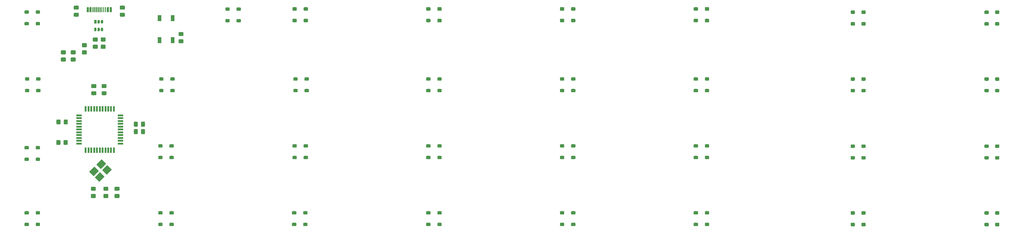
<source format=gbr>
G04 #@! TF.GenerationSoftware,KiCad,Pcbnew,(5.1.2-1)-1*
G04 #@! TF.CreationDate,2020-06-06T07:12:09-05:00*
G04 #@! TF.ProjectId,therick48.16,74686572-6963-46b3-9438-2e31362e6b69,rev?*
G04 #@! TF.SameCoordinates,Original*
G04 #@! TF.FileFunction,Paste,Bot*
G04 #@! TF.FilePolarity,Positive*
%FSLAX46Y46*%
G04 Gerber Fmt 4.6, Leading zero omitted, Abs format (unit mm)*
G04 Created by KiCad (PCBNEW (5.1.2-1)-1) date 2020-06-06 07:12:09*
%MOMM*%
%LPD*%
G04 APERTURE LIST*
%ADD10C,0.100000*%
%ADD11C,1.150000*%
%ADD12C,1.800000*%
%ADD13C,1.000000*%
%ADD14R,1.100000X1.800000*%
%ADD15C,0.650000*%
%ADD16R,0.650000X1.060000*%
%ADD17C,0.600000*%
%ADD18C,0.300000*%
%ADD19R,0.500000X1.500000*%
%ADD20R,1.500000X0.500000*%
G04 APERTURE END LIST*
D10*
G36*
X77055505Y-51995204D02*
G01*
X77079773Y-51998804D01*
X77103572Y-52004765D01*
X77126671Y-52013030D01*
X77148850Y-52023520D01*
X77169893Y-52036132D01*
X77189599Y-52050747D01*
X77207777Y-52067223D01*
X77224253Y-52085401D01*
X77238868Y-52105107D01*
X77251480Y-52126150D01*
X77261970Y-52148329D01*
X77270235Y-52171428D01*
X77276196Y-52195227D01*
X77279796Y-52219495D01*
X77281000Y-52243999D01*
X77281000Y-52894001D01*
X77279796Y-52918505D01*
X77276196Y-52942773D01*
X77270235Y-52966572D01*
X77261970Y-52989671D01*
X77251480Y-53011850D01*
X77238868Y-53032893D01*
X77224253Y-53052599D01*
X77207777Y-53070777D01*
X77189599Y-53087253D01*
X77169893Y-53101868D01*
X77148850Y-53114480D01*
X77126671Y-53124970D01*
X77103572Y-53133235D01*
X77079773Y-53139196D01*
X77055505Y-53142796D01*
X77031001Y-53144000D01*
X76130999Y-53144000D01*
X76106495Y-53142796D01*
X76082227Y-53139196D01*
X76058428Y-53133235D01*
X76035329Y-53124970D01*
X76013150Y-53114480D01*
X75992107Y-53101868D01*
X75972401Y-53087253D01*
X75954223Y-53070777D01*
X75937747Y-53052599D01*
X75923132Y-53032893D01*
X75910520Y-53011850D01*
X75900030Y-52989671D01*
X75891765Y-52966572D01*
X75885804Y-52942773D01*
X75882204Y-52918505D01*
X75881000Y-52894001D01*
X75881000Y-52243999D01*
X75882204Y-52219495D01*
X75885804Y-52195227D01*
X75891765Y-52171428D01*
X75900030Y-52148329D01*
X75910520Y-52126150D01*
X75923132Y-52105107D01*
X75937747Y-52085401D01*
X75954223Y-52067223D01*
X75972401Y-52050747D01*
X75992107Y-52036132D01*
X76013150Y-52023520D01*
X76035329Y-52013030D01*
X76058428Y-52004765D01*
X76082227Y-51998804D01*
X76106495Y-51995204D01*
X76130999Y-51994000D01*
X77031001Y-51994000D01*
X77055505Y-51995204D01*
X77055505Y-51995204D01*
G37*
D11*
X76581000Y-52569000D03*
D10*
G36*
X77055505Y-54045204D02*
G01*
X77079773Y-54048804D01*
X77103572Y-54054765D01*
X77126671Y-54063030D01*
X77148850Y-54073520D01*
X77169893Y-54086132D01*
X77189599Y-54100747D01*
X77207777Y-54117223D01*
X77224253Y-54135401D01*
X77238868Y-54155107D01*
X77251480Y-54176150D01*
X77261970Y-54198329D01*
X77270235Y-54221428D01*
X77276196Y-54245227D01*
X77279796Y-54269495D01*
X77281000Y-54293999D01*
X77281000Y-54944001D01*
X77279796Y-54968505D01*
X77276196Y-54992773D01*
X77270235Y-55016572D01*
X77261970Y-55039671D01*
X77251480Y-55061850D01*
X77238868Y-55082893D01*
X77224253Y-55102599D01*
X77207777Y-55120777D01*
X77189599Y-55137253D01*
X77169893Y-55151868D01*
X77148850Y-55164480D01*
X77126671Y-55174970D01*
X77103572Y-55183235D01*
X77079773Y-55189196D01*
X77055505Y-55192796D01*
X77031001Y-55194000D01*
X76130999Y-55194000D01*
X76106495Y-55192796D01*
X76082227Y-55189196D01*
X76058428Y-55183235D01*
X76035329Y-55174970D01*
X76013150Y-55164480D01*
X75992107Y-55151868D01*
X75972401Y-55137253D01*
X75954223Y-55120777D01*
X75937747Y-55102599D01*
X75923132Y-55082893D01*
X75910520Y-55061850D01*
X75900030Y-55039671D01*
X75891765Y-55016572D01*
X75885804Y-54992773D01*
X75882204Y-54968505D01*
X75881000Y-54944001D01*
X75881000Y-54293999D01*
X75882204Y-54269495D01*
X75885804Y-54245227D01*
X75891765Y-54221428D01*
X75900030Y-54198329D01*
X75910520Y-54176150D01*
X75923132Y-54155107D01*
X75937747Y-54135401D01*
X75954223Y-54117223D01*
X75972401Y-54100747D01*
X75992107Y-54086132D01*
X76013150Y-54073520D01*
X76035329Y-54063030D01*
X76058428Y-54054765D01*
X76082227Y-54048804D01*
X76106495Y-54045204D01*
X76130999Y-54044000D01*
X77031001Y-54044000D01*
X77055505Y-54045204D01*
X77055505Y-54045204D01*
G37*
D11*
X76581000Y-54619000D03*
D10*
G36*
X74261505Y-54045204D02*
G01*
X74285773Y-54048804D01*
X74309572Y-54054765D01*
X74332671Y-54063030D01*
X74354850Y-54073520D01*
X74375893Y-54086132D01*
X74395599Y-54100747D01*
X74413777Y-54117223D01*
X74430253Y-54135401D01*
X74444868Y-54155107D01*
X74457480Y-54176150D01*
X74467970Y-54198329D01*
X74476235Y-54221428D01*
X74482196Y-54245227D01*
X74485796Y-54269495D01*
X74487000Y-54293999D01*
X74487000Y-54944001D01*
X74485796Y-54968505D01*
X74482196Y-54992773D01*
X74476235Y-55016572D01*
X74467970Y-55039671D01*
X74457480Y-55061850D01*
X74444868Y-55082893D01*
X74430253Y-55102599D01*
X74413777Y-55120777D01*
X74395599Y-55137253D01*
X74375893Y-55151868D01*
X74354850Y-55164480D01*
X74332671Y-55174970D01*
X74309572Y-55183235D01*
X74285773Y-55189196D01*
X74261505Y-55192796D01*
X74237001Y-55194000D01*
X73336999Y-55194000D01*
X73312495Y-55192796D01*
X73288227Y-55189196D01*
X73264428Y-55183235D01*
X73241329Y-55174970D01*
X73219150Y-55164480D01*
X73198107Y-55151868D01*
X73178401Y-55137253D01*
X73160223Y-55120777D01*
X73143747Y-55102599D01*
X73129132Y-55082893D01*
X73116520Y-55061850D01*
X73106030Y-55039671D01*
X73097765Y-55016572D01*
X73091804Y-54992773D01*
X73088204Y-54968505D01*
X73087000Y-54944001D01*
X73087000Y-54293999D01*
X73088204Y-54269495D01*
X73091804Y-54245227D01*
X73097765Y-54221428D01*
X73106030Y-54198329D01*
X73116520Y-54176150D01*
X73129132Y-54155107D01*
X73143747Y-54135401D01*
X73160223Y-54117223D01*
X73178401Y-54100747D01*
X73198107Y-54086132D01*
X73219150Y-54073520D01*
X73241329Y-54063030D01*
X73264428Y-54054765D01*
X73288227Y-54048804D01*
X73312495Y-54045204D01*
X73336999Y-54044000D01*
X74237001Y-54044000D01*
X74261505Y-54045204D01*
X74261505Y-54045204D01*
G37*
D11*
X73787000Y-54619000D03*
D10*
G36*
X74261505Y-51995204D02*
G01*
X74285773Y-51998804D01*
X74309572Y-52004765D01*
X74332671Y-52013030D01*
X74354850Y-52023520D01*
X74375893Y-52036132D01*
X74395599Y-52050747D01*
X74413777Y-52067223D01*
X74430253Y-52085401D01*
X74444868Y-52105107D01*
X74457480Y-52126150D01*
X74467970Y-52148329D01*
X74476235Y-52171428D01*
X74482196Y-52195227D01*
X74485796Y-52219495D01*
X74487000Y-52243999D01*
X74487000Y-52894001D01*
X74485796Y-52918505D01*
X74482196Y-52942773D01*
X74476235Y-52966572D01*
X74467970Y-52989671D01*
X74457480Y-53011850D01*
X74444868Y-53032893D01*
X74430253Y-53052599D01*
X74413777Y-53070777D01*
X74395599Y-53087253D01*
X74375893Y-53101868D01*
X74354850Y-53114480D01*
X74332671Y-53124970D01*
X74309572Y-53133235D01*
X74285773Y-53139196D01*
X74261505Y-53142796D01*
X74237001Y-53144000D01*
X73336999Y-53144000D01*
X73312495Y-53142796D01*
X73288227Y-53139196D01*
X73264428Y-53133235D01*
X73241329Y-53124970D01*
X73219150Y-53114480D01*
X73198107Y-53101868D01*
X73178401Y-53087253D01*
X73160223Y-53070777D01*
X73143747Y-53052599D01*
X73129132Y-53032893D01*
X73116520Y-53011850D01*
X73106030Y-52989671D01*
X73097765Y-52966572D01*
X73091804Y-52942773D01*
X73088204Y-52918505D01*
X73087000Y-52894001D01*
X73087000Y-52243999D01*
X73088204Y-52219495D01*
X73091804Y-52195227D01*
X73097765Y-52171428D01*
X73106030Y-52148329D01*
X73116520Y-52126150D01*
X73129132Y-52105107D01*
X73143747Y-52085401D01*
X73160223Y-52067223D01*
X73178401Y-52050747D01*
X73198107Y-52036132D01*
X73219150Y-52023520D01*
X73241329Y-52013030D01*
X73264428Y-52004765D01*
X73288227Y-51998804D01*
X73312495Y-51995204D01*
X73336999Y-51994000D01*
X74237001Y-51994000D01*
X74261505Y-51995204D01*
X74261505Y-51995204D01*
G37*
D11*
X73787000Y-52569000D03*
D12*
X84549632Y-84386522D03*
D10*
G36*
X84655698Y-83007664D02*
G01*
X85928490Y-84280456D01*
X84443566Y-85765380D01*
X83170774Y-84492588D01*
X84655698Y-83007664D01*
X84655698Y-83007664D01*
G37*
D12*
X82499022Y-86437132D03*
D10*
G36*
X82605088Y-85058274D02*
G01*
X83877880Y-86331066D01*
X82392956Y-87815990D01*
X81120164Y-86543198D01*
X82605088Y-85058274D01*
X82605088Y-85058274D01*
G37*
D12*
X84125368Y-88063478D03*
D10*
G36*
X84231434Y-86684620D02*
G01*
X85504226Y-87957412D01*
X84019302Y-89442336D01*
X82746510Y-88169544D01*
X84231434Y-86684620D01*
X84231434Y-86684620D01*
G37*
D12*
X86175978Y-86012868D03*
D10*
G36*
X86282044Y-84634010D02*
G01*
X87554836Y-85906802D01*
X86069912Y-87391726D01*
X84797120Y-86118934D01*
X86282044Y-84634010D01*
X86282044Y-84634010D01*
G37*
G36*
X339334504Y-97790204D02*
G01*
X339358773Y-97793804D01*
X339382571Y-97799765D01*
X339405671Y-97808030D01*
X339427849Y-97818520D01*
X339448893Y-97831133D01*
X339468598Y-97845747D01*
X339486777Y-97862223D01*
X339503253Y-97880402D01*
X339517867Y-97900107D01*
X339530480Y-97921151D01*
X339540970Y-97943329D01*
X339549235Y-97966429D01*
X339555196Y-97990227D01*
X339558796Y-98014496D01*
X339560000Y-98039000D01*
X339560000Y-98539000D01*
X339558796Y-98563504D01*
X339555196Y-98587773D01*
X339549235Y-98611571D01*
X339540970Y-98634671D01*
X339530480Y-98656849D01*
X339517867Y-98677893D01*
X339503253Y-98697598D01*
X339486777Y-98715777D01*
X339468598Y-98732253D01*
X339448893Y-98746867D01*
X339427849Y-98759480D01*
X339405671Y-98769970D01*
X339382571Y-98778235D01*
X339358773Y-98784196D01*
X339334504Y-98787796D01*
X339310000Y-98789000D01*
X338610000Y-98789000D01*
X338585496Y-98787796D01*
X338561227Y-98784196D01*
X338537429Y-98778235D01*
X338514329Y-98769970D01*
X338492151Y-98759480D01*
X338471107Y-98746867D01*
X338451402Y-98732253D01*
X338433223Y-98715777D01*
X338416747Y-98697598D01*
X338402133Y-98677893D01*
X338389520Y-98656849D01*
X338379030Y-98634671D01*
X338370765Y-98611571D01*
X338364804Y-98587773D01*
X338361204Y-98563504D01*
X338360000Y-98539000D01*
X338360000Y-98039000D01*
X338361204Y-98014496D01*
X338364804Y-97990227D01*
X338370765Y-97966429D01*
X338379030Y-97943329D01*
X338389520Y-97921151D01*
X338402133Y-97900107D01*
X338416747Y-97880402D01*
X338433223Y-97862223D01*
X338451402Y-97845747D01*
X338471107Y-97831133D01*
X338492151Y-97818520D01*
X338514329Y-97808030D01*
X338537429Y-97799765D01*
X338561227Y-97793804D01*
X338585496Y-97790204D01*
X338610000Y-97789000D01*
X339310000Y-97789000D01*
X339334504Y-97790204D01*
X339334504Y-97790204D01*
G37*
D13*
X338960000Y-98289000D03*
D10*
G36*
X339334504Y-101090204D02*
G01*
X339358773Y-101093804D01*
X339382571Y-101099765D01*
X339405671Y-101108030D01*
X339427849Y-101118520D01*
X339448893Y-101131133D01*
X339468598Y-101145747D01*
X339486777Y-101162223D01*
X339503253Y-101180402D01*
X339517867Y-101200107D01*
X339530480Y-101221151D01*
X339540970Y-101243329D01*
X339549235Y-101266429D01*
X339555196Y-101290227D01*
X339558796Y-101314496D01*
X339560000Y-101339000D01*
X339560000Y-101839000D01*
X339558796Y-101863504D01*
X339555196Y-101887773D01*
X339549235Y-101911571D01*
X339540970Y-101934671D01*
X339530480Y-101956849D01*
X339517867Y-101977893D01*
X339503253Y-101997598D01*
X339486777Y-102015777D01*
X339468598Y-102032253D01*
X339448893Y-102046867D01*
X339427849Y-102059480D01*
X339405671Y-102069970D01*
X339382571Y-102078235D01*
X339358773Y-102084196D01*
X339334504Y-102087796D01*
X339310000Y-102089000D01*
X338610000Y-102089000D01*
X338585496Y-102087796D01*
X338561227Y-102084196D01*
X338537429Y-102078235D01*
X338514329Y-102069970D01*
X338492151Y-102059480D01*
X338471107Y-102046867D01*
X338451402Y-102032253D01*
X338433223Y-102015777D01*
X338416747Y-101997598D01*
X338402133Y-101977893D01*
X338389520Y-101956849D01*
X338379030Y-101934671D01*
X338370765Y-101911571D01*
X338364804Y-101887773D01*
X338361204Y-101863504D01*
X338360000Y-101839000D01*
X338360000Y-101339000D01*
X338361204Y-101314496D01*
X338364804Y-101290227D01*
X338370765Y-101266429D01*
X338379030Y-101243329D01*
X338389520Y-101221151D01*
X338402133Y-101200107D01*
X338416747Y-101180402D01*
X338433223Y-101162223D01*
X338451402Y-101145747D01*
X338471107Y-101131133D01*
X338492151Y-101118520D01*
X338514329Y-101108030D01*
X338537429Y-101099765D01*
X338561227Y-101093804D01*
X338585496Y-101090204D01*
X338610000Y-101089000D01*
X339310000Y-101089000D01*
X339334504Y-101090204D01*
X339334504Y-101090204D01*
G37*
D13*
X338960000Y-101589000D03*
D10*
G36*
X336294504Y-97790204D02*
G01*
X336318773Y-97793804D01*
X336342571Y-97799765D01*
X336365671Y-97808030D01*
X336387849Y-97818520D01*
X336408893Y-97831133D01*
X336428598Y-97845747D01*
X336446777Y-97862223D01*
X336463253Y-97880402D01*
X336477867Y-97900107D01*
X336490480Y-97921151D01*
X336500970Y-97943329D01*
X336509235Y-97966429D01*
X336515196Y-97990227D01*
X336518796Y-98014496D01*
X336520000Y-98039000D01*
X336520000Y-98539000D01*
X336518796Y-98563504D01*
X336515196Y-98587773D01*
X336509235Y-98611571D01*
X336500970Y-98634671D01*
X336490480Y-98656849D01*
X336477867Y-98677893D01*
X336463253Y-98697598D01*
X336446777Y-98715777D01*
X336428598Y-98732253D01*
X336408893Y-98746867D01*
X336387849Y-98759480D01*
X336365671Y-98769970D01*
X336342571Y-98778235D01*
X336318773Y-98784196D01*
X336294504Y-98787796D01*
X336270000Y-98789000D01*
X335570000Y-98789000D01*
X335545496Y-98787796D01*
X335521227Y-98784196D01*
X335497429Y-98778235D01*
X335474329Y-98769970D01*
X335452151Y-98759480D01*
X335431107Y-98746867D01*
X335411402Y-98732253D01*
X335393223Y-98715777D01*
X335376747Y-98697598D01*
X335362133Y-98677893D01*
X335349520Y-98656849D01*
X335339030Y-98634671D01*
X335330765Y-98611571D01*
X335324804Y-98587773D01*
X335321204Y-98563504D01*
X335320000Y-98539000D01*
X335320000Y-98039000D01*
X335321204Y-98014496D01*
X335324804Y-97990227D01*
X335330765Y-97966429D01*
X335339030Y-97943329D01*
X335349520Y-97921151D01*
X335362133Y-97900107D01*
X335376747Y-97880402D01*
X335393223Y-97862223D01*
X335411402Y-97845747D01*
X335431107Y-97831133D01*
X335452151Y-97818520D01*
X335474329Y-97808030D01*
X335497429Y-97799765D01*
X335521227Y-97793804D01*
X335545496Y-97790204D01*
X335570000Y-97789000D01*
X336270000Y-97789000D01*
X336294504Y-97790204D01*
X336294504Y-97790204D01*
G37*
D13*
X335920000Y-98289000D03*
D10*
G36*
X336294504Y-101090204D02*
G01*
X336318773Y-101093804D01*
X336342571Y-101099765D01*
X336365671Y-101108030D01*
X336387849Y-101118520D01*
X336408893Y-101131133D01*
X336428598Y-101145747D01*
X336446777Y-101162223D01*
X336463253Y-101180402D01*
X336477867Y-101200107D01*
X336490480Y-101221151D01*
X336500970Y-101243329D01*
X336509235Y-101266429D01*
X336515196Y-101290227D01*
X336518796Y-101314496D01*
X336520000Y-101339000D01*
X336520000Y-101839000D01*
X336518796Y-101863504D01*
X336515196Y-101887773D01*
X336509235Y-101911571D01*
X336500970Y-101934671D01*
X336490480Y-101956849D01*
X336477867Y-101977893D01*
X336463253Y-101997598D01*
X336446777Y-102015777D01*
X336428598Y-102032253D01*
X336408893Y-102046867D01*
X336387849Y-102059480D01*
X336365671Y-102069970D01*
X336342571Y-102078235D01*
X336318773Y-102084196D01*
X336294504Y-102087796D01*
X336270000Y-102089000D01*
X335570000Y-102089000D01*
X335545496Y-102087796D01*
X335521227Y-102084196D01*
X335497429Y-102078235D01*
X335474329Y-102069970D01*
X335452151Y-102059480D01*
X335431107Y-102046867D01*
X335411402Y-102032253D01*
X335393223Y-102015777D01*
X335376747Y-101997598D01*
X335362133Y-101977893D01*
X335349520Y-101956849D01*
X335339030Y-101934671D01*
X335330765Y-101911571D01*
X335324804Y-101887773D01*
X335321204Y-101863504D01*
X335320000Y-101839000D01*
X335320000Y-101339000D01*
X335321204Y-101314496D01*
X335324804Y-101290227D01*
X335330765Y-101266429D01*
X335339030Y-101243329D01*
X335349520Y-101221151D01*
X335362133Y-101200107D01*
X335376747Y-101180402D01*
X335393223Y-101162223D01*
X335411402Y-101145747D01*
X335431107Y-101131133D01*
X335452151Y-101118520D01*
X335474329Y-101108030D01*
X335497429Y-101099765D01*
X335521227Y-101093804D01*
X335545496Y-101090204D01*
X335570000Y-101089000D01*
X336270000Y-101089000D01*
X336294504Y-101090204D01*
X336294504Y-101090204D01*
G37*
D13*
X335920000Y-101589000D03*
D10*
G36*
X301334504Y-97790204D02*
G01*
X301358773Y-97793804D01*
X301382571Y-97799765D01*
X301405671Y-97808030D01*
X301427849Y-97818520D01*
X301448893Y-97831133D01*
X301468598Y-97845747D01*
X301486777Y-97862223D01*
X301503253Y-97880402D01*
X301517867Y-97900107D01*
X301530480Y-97921151D01*
X301540970Y-97943329D01*
X301549235Y-97966429D01*
X301555196Y-97990227D01*
X301558796Y-98014496D01*
X301560000Y-98039000D01*
X301560000Y-98539000D01*
X301558796Y-98563504D01*
X301555196Y-98587773D01*
X301549235Y-98611571D01*
X301540970Y-98634671D01*
X301530480Y-98656849D01*
X301517867Y-98677893D01*
X301503253Y-98697598D01*
X301486777Y-98715777D01*
X301468598Y-98732253D01*
X301448893Y-98746867D01*
X301427849Y-98759480D01*
X301405671Y-98769970D01*
X301382571Y-98778235D01*
X301358773Y-98784196D01*
X301334504Y-98787796D01*
X301310000Y-98789000D01*
X300610000Y-98789000D01*
X300585496Y-98787796D01*
X300561227Y-98784196D01*
X300537429Y-98778235D01*
X300514329Y-98769970D01*
X300492151Y-98759480D01*
X300471107Y-98746867D01*
X300451402Y-98732253D01*
X300433223Y-98715777D01*
X300416747Y-98697598D01*
X300402133Y-98677893D01*
X300389520Y-98656849D01*
X300379030Y-98634671D01*
X300370765Y-98611571D01*
X300364804Y-98587773D01*
X300361204Y-98563504D01*
X300360000Y-98539000D01*
X300360000Y-98039000D01*
X300361204Y-98014496D01*
X300364804Y-97990227D01*
X300370765Y-97966429D01*
X300379030Y-97943329D01*
X300389520Y-97921151D01*
X300402133Y-97900107D01*
X300416747Y-97880402D01*
X300433223Y-97862223D01*
X300451402Y-97845747D01*
X300471107Y-97831133D01*
X300492151Y-97818520D01*
X300514329Y-97808030D01*
X300537429Y-97799765D01*
X300561227Y-97793804D01*
X300585496Y-97790204D01*
X300610000Y-97789000D01*
X301310000Y-97789000D01*
X301334504Y-97790204D01*
X301334504Y-97790204D01*
G37*
D13*
X300960000Y-98289000D03*
D10*
G36*
X301334504Y-101090204D02*
G01*
X301358773Y-101093804D01*
X301382571Y-101099765D01*
X301405671Y-101108030D01*
X301427849Y-101118520D01*
X301448893Y-101131133D01*
X301468598Y-101145747D01*
X301486777Y-101162223D01*
X301503253Y-101180402D01*
X301517867Y-101200107D01*
X301530480Y-101221151D01*
X301540970Y-101243329D01*
X301549235Y-101266429D01*
X301555196Y-101290227D01*
X301558796Y-101314496D01*
X301560000Y-101339000D01*
X301560000Y-101839000D01*
X301558796Y-101863504D01*
X301555196Y-101887773D01*
X301549235Y-101911571D01*
X301540970Y-101934671D01*
X301530480Y-101956849D01*
X301517867Y-101977893D01*
X301503253Y-101997598D01*
X301486777Y-102015777D01*
X301468598Y-102032253D01*
X301448893Y-102046867D01*
X301427849Y-102059480D01*
X301405671Y-102069970D01*
X301382571Y-102078235D01*
X301358773Y-102084196D01*
X301334504Y-102087796D01*
X301310000Y-102089000D01*
X300610000Y-102089000D01*
X300585496Y-102087796D01*
X300561227Y-102084196D01*
X300537429Y-102078235D01*
X300514329Y-102069970D01*
X300492151Y-102059480D01*
X300471107Y-102046867D01*
X300451402Y-102032253D01*
X300433223Y-102015777D01*
X300416747Y-101997598D01*
X300402133Y-101977893D01*
X300389520Y-101956849D01*
X300379030Y-101934671D01*
X300370765Y-101911571D01*
X300364804Y-101887773D01*
X300361204Y-101863504D01*
X300360000Y-101839000D01*
X300360000Y-101339000D01*
X300361204Y-101314496D01*
X300364804Y-101290227D01*
X300370765Y-101266429D01*
X300379030Y-101243329D01*
X300389520Y-101221151D01*
X300402133Y-101200107D01*
X300416747Y-101180402D01*
X300433223Y-101162223D01*
X300451402Y-101145747D01*
X300471107Y-101131133D01*
X300492151Y-101118520D01*
X300514329Y-101108030D01*
X300537429Y-101099765D01*
X300561227Y-101093804D01*
X300585496Y-101090204D01*
X300610000Y-101089000D01*
X301310000Y-101089000D01*
X301334504Y-101090204D01*
X301334504Y-101090204D01*
G37*
D13*
X300960000Y-101589000D03*
D10*
G36*
X298294504Y-97790204D02*
G01*
X298318773Y-97793804D01*
X298342571Y-97799765D01*
X298365671Y-97808030D01*
X298387849Y-97818520D01*
X298408893Y-97831133D01*
X298428598Y-97845747D01*
X298446777Y-97862223D01*
X298463253Y-97880402D01*
X298477867Y-97900107D01*
X298490480Y-97921151D01*
X298500970Y-97943329D01*
X298509235Y-97966429D01*
X298515196Y-97990227D01*
X298518796Y-98014496D01*
X298520000Y-98039000D01*
X298520000Y-98539000D01*
X298518796Y-98563504D01*
X298515196Y-98587773D01*
X298509235Y-98611571D01*
X298500970Y-98634671D01*
X298490480Y-98656849D01*
X298477867Y-98677893D01*
X298463253Y-98697598D01*
X298446777Y-98715777D01*
X298428598Y-98732253D01*
X298408893Y-98746867D01*
X298387849Y-98759480D01*
X298365671Y-98769970D01*
X298342571Y-98778235D01*
X298318773Y-98784196D01*
X298294504Y-98787796D01*
X298270000Y-98789000D01*
X297570000Y-98789000D01*
X297545496Y-98787796D01*
X297521227Y-98784196D01*
X297497429Y-98778235D01*
X297474329Y-98769970D01*
X297452151Y-98759480D01*
X297431107Y-98746867D01*
X297411402Y-98732253D01*
X297393223Y-98715777D01*
X297376747Y-98697598D01*
X297362133Y-98677893D01*
X297349520Y-98656849D01*
X297339030Y-98634671D01*
X297330765Y-98611571D01*
X297324804Y-98587773D01*
X297321204Y-98563504D01*
X297320000Y-98539000D01*
X297320000Y-98039000D01*
X297321204Y-98014496D01*
X297324804Y-97990227D01*
X297330765Y-97966429D01*
X297339030Y-97943329D01*
X297349520Y-97921151D01*
X297362133Y-97900107D01*
X297376747Y-97880402D01*
X297393223Y-97862223D01*
X297411402Y-97845747D01*
X297431107Y-97831133D01*
X297452151Y-97818520D01*
X297474329Y-97808030D01*
X297497429Y-97799765D01*
X297521227Y-97793804D01*
X297545496Y-97790204D01*
X297570000Y-97789000D01*
X298270000Y-97789000D01*
X298294504Y-97790204D01*
X298294504Y-97790204D01*
G37*
D13*
X297920000Y-98289000D03*
D10*
G36*
X298294504Y-101090204D02*
G01*
X298318773Y-101093804D01*
X298342571Y-101099765D01*
X298365671Y-101108030D01*
X298387849Y-101118520D01*
X298408893Y-101131133D01*
X298428598Y-101145747D01*
X298446777Y-101162223D01*
X298463253Y-101180402D01*
X298477867Y-101200107D01*
X298490480Y-101221151D01*
X298500970Y-101243329D01*
X298509235Y-101266429D01*
X298515196Y-101290227D01*
X298518796Y-101314496D01*
X298520000Y-101339000D01*
X298520000Y-101839000D01*
X298518796Y-101863504D01*
X298515196Y-101887773D01*
X298509235Y-101911571D01*
X298500970Y-101934671D01*
X298490480Y-101956849D01*
X298477867Y-101977893D01*
X298463253Y-101997598D01*
X298446777Y-102015777D01*
X298428598Y-102032253D01*
X298408893Y-102046867D01*
X298387849Y-102059480D01*
X298365671Y-102069970D01*
X298342571Y-102078235D01*
X298318773Y-102084196D01*
X298294504Y-102087796D01*
X298270000Y-102089000D01*
X297570000Y-102089000D01*
X297545496Y-102087796D01*
X297521227Y-102084196D01*
X297497429Y-102078235D01*
X297474329Y-102069970D01*
X297452151Y-102059480D01*
X297431107Y-102046867D01*
X297411402Y-102032253D01*
X297393223Y-102015777D01*
X297376747Y-101997598D01*
X297362133Y-101977893D01*
X297349520Y-101956849D01*
X297339030Y-101934671D01*
X297330765Y-101911571D01*
X297324804Y-101887773D01*
X297321204Y-101863504D01*
X297320000Y-101839000D01*
X297320000Y-101339000D01*
X297321204Y-101314496D01*
X297324804Y-101290227D01*
X297330765Y-101266429D01*
X297339030Y-101243329D01*
X297349520Y-101221151D01*
X297362133Y-101200107D01*
X297376747Y-101180402D01*
X297393223Y-101162223D01*
X297411402Y-101145747D01*
X297431107Y-101131133D01*
X297452151Y-101118520D01*
X297474329Y-101108030D01*
X297497429Y-101099765D01*
X297521227Y-101093804D01*
X297545496Y-101090204D01*
X297570000Y-101089000D01*
X298270000Y-101089000D01*
X298294504Y-101090204D01*
X298294504Y-101090204D01*
G37*
D13*
X297920000Y-101589000D03*
D10*
G36*
X339334504Y-78791204D02*
G01*
X339358773Y-78794804D01*
X339382571Y-78800765D01*
X339405671Y-78809030D01*
X339427849Y-78819520D01*
X339448893Y-78832133D01*
X339468598Y-78846747D01*
X339486777Y-78863223D01*
X339503253Y-78881402D01*
X339517867Y-78901107D01*
X339530480Y-78922151D01*
X339540970Y-78944329D01*
X339549235Y-78967429D01*
X339555196Y-78991227D01*
X339558796Y-79015496D01*
X339560000Y-79040000D01*
X339560000Y-79540000D01*
X339558796Y-79564504D01*
X339555196Y-79588773D01*
X339549235Y-79612571D01*
X339540970Y-79635671D01*
X339530480Y-79657849D01*
X339517867Y-79678893D01*
X339503253Y-79698598D01*
X339486777Y-79716777D01*
X339468598Y-79733253D01*
X339448893Y-79747867D01*
X339427849Y-79760480D01*
X339405671Y-79770970D01*
X339382571Y-79779235D01*
X339358773Y-79785196D01*
X339334504Y-79788796D01*
X339310000Y-79790000D01*
X338610000Y-79790000D01*
X338585496Y-79788796D01*
X338561227Y-79785196D01*
X338537429Y-79779235D01*
X338514329Y-79770970D01*
X338492151Y-79760480D01*
X338471107Y-79747867D01*
X338451402Y-79733253D01*
X338433223Y-79716777D01*
X338416747Y-79698598D01*
X338402133Y-79678893D01*
X338389520Y-79657849D01*
X338379030Y-79635671D01*
X338370765Y-79612571D01*
X338364804Y-79588773D01*
X338361204Y-79564504D01*
X338360000Y-79540000D01*
X338360000Y-79040000D01*
X338361204Y-79015496D01*
X338364804Y-78991227D01*
X338370765Y-78967429D01*
X338379030Y-78944329D01*
X338389520Y-78922151D01*
X338402133Y-78901107D01*
X338416747Y-78881402D01*
X338433223Y-78863223D01*
X338451402Y-78846747D01*
X338471107Y-78832133D01*
X338492151Y-78819520D01*
X338514329Y-78809030D01*
X338537429Y-78800765D01*
X338561227Y-78794804D01*
X338585496Y-78791204D01*
X338610000Y-78790000D01*
X339310000Y-78790000D01*
X339334504Y-78791204D01*
X339334504Y-78791204D01*
G37*
D13*
X338960000Y-79290000D03*
D10*
G36*
X339334504Y-82091204D02*
G01*
X339358773Y-82094804D01*
X339382571Y-82100765D01*
X339405671Y-82109030D01*
X339427849Y-82119520D01*
X339448893Y-82132133D01*
X339468598Y-82146747D01*
X339486777Y-82163223D01*
X339503253Y-82181402D01*
X339517867Y-82201107D01*
X339530480Y-82222151D01*
X339540970Y-82244329D01*
X339549235Y-82267429D01*
X339555196Y-82291227D01*
X339558796Y-82315496D01*
X339560000Y-82340000D01*
X339560000Y-82840000D01*
X339558796Y-82864504D01*
X339555196Y-82888773D01*
X339549235Y-82912571D01*
X339540970Y-82935671D01*
X339530480Y-82957849D01*
X339517867Y-82978893D01*
X339503253Y-82998598D01*
X339486777Y-83016777D01*
X339468598Y-83033253D01*
X339448893Y-83047867D01*
X339427849Y-83060480D01*
X339405671Y-83070970D01*
X339382571Y-83079235D01*
X339358773Y-83085196D01*
X339334504Y-83088796D01*
X339310000Y-83090000D01*
X338610000Y-83090000D01*
X338585496Y-83088796D01*
X338561227Y-83085196D01*
X338537429Y-83079235D01*
X338514329Y-83070970D01*
X338492151Y-83060480D01*
X338471107Y-83047867D01*
X338451402Y-83033253D01*
X338433223Y-83016777D01*
X338416747Y-82998598D01*
X338402133Y-82978893D01*
X338389520Y-82957849D01*
X338379030Y-82935671D01*
X338370765Y-82912571D01*
X338364804Y-82888773D01*
X338361204Y-82864504D01*
X338360000Y-82840000D01*
X338360000Y-82340000D01*
X338361204Y-82315496D01*
X338364804Y-82291227D01*
X338370765Y-82267429D01*
X338379030Y-82244329D01*
X338389520Y-82222151D01*
X338402133Y-82201107D01*
X338416747Y-82181402D01*
X338433223Y-82163223D01*
X338451402Y-82146747D01*
X338471107Y-82132133D01*
X338492151Y-82119520D01*
X338514329Y-82109030D01*
X338537429Y-82100765D01*
X338561227Y-82094804D01*
X338585496Y-82091204D01*
X338610000Y-82090000D01*
X339310000Y-82090000D01*
X339334504Y-82091204D01*
X339334504Y-82091204D01*
G37*
D13*
X338960000Y-82590000D03*
D10*
G36*
X336294504Y-78791204D02*
G01*
X336318773Y-78794804D01*
X336342571Y-78800765D01*
X336365671Y-78809030D01*
X336387849Y-78819520D01*
X336408893Y-78832133D01*
X336428598Y-78846747D01*
X336446777Y-78863223D01*
X336463253Y-78881402D01*
X336477867Y-78901107D01*
X336490480Y-78922151D01*
X336500970Y-78944329D01*
X336509235Y-78967429D01*
X336515196Y-78991227D01*
X336518796Y-79015496D01*
X336520000Y-79040000D01*
X336520000Y-79540000D01*
X336518796Y-79564504D01*
X336515196Y-79588773D01*
X336509235Y-79612571D01*
X336500970Y-79635671D01*
X336490480Y-79657849D01*
X336477867Y-79678893D01*
X336463253Y-79698598D01*
X336446777Y-79716777D01*
X336428598Y-79733253D01*
X336408893Y-79747867D01*
X336387849Y-79760480D01*
X336365671Y-79770970D01*
X336342571Y-79779235D01*
X336318773Y-79785196D01*
X336294504Y-79788796D01*
X336270000Y-79790000D01*
X335570000Y-79790000D01*
X335545496Y-79788796D01*
X335521227Y-79785196D01*
X335497429Y-79779235D01*
X335474329Y-79770970D01*
X335452151Y-79760480D01*
X335431107Y-79747867D01*
X335411402Y-79733253D01*
X335393223Y-79716777D01*
X335376747Y-79698598D01*
X335362133Y-79678893D01*
X335349520Y-79657849D01*
X335339030Y-79635671D01*
X335330765Y-79612571D01*
X335324804Y-79588773D01*
X335321204Y-79564504D01*
X335320000Y-79540000D01*
X335320000Y-79040000D01*
X335321204Y-79015496D01*
X335324804Y-78991227D01*
X335330765Y-78967429D01*
X335339030Y-78944329D01*
X335349520Y-78922151D01*
X335362133Y-78901107D01*
X335376747Y-78881402D01*
X335393223Y-78863223D01*
X335411402Y-78846747D01*
X335431107Y-78832133D01*
X335452151Y-78819520D01*
X335474329Y-78809030D01*
X335497429Y-78800765D01*
X335521227Y-78794804D01*
X335545496Y-78791204D01*
X335570000Y-78790000D01*
X336270000Y-78790000D01*
X336294504Y-78791204D01*
X336294504Y-78791204D01*
G37*
D13*
X335920000Y-79290000D03*
D10*
G36*
X336294504Y-82091204D02*
G01*
X336318773Y-82094804D01*
X336342571Y-82100765D01*
X336365671Y-82109030D01*
X336387849Y-82119520D01*
X336408893Y-82132133D01*
X336428598Y-82146747D01*
X336446777Y-82163223D01*
X336463253Y-82181402D01*
X336477867Y-82201107D01*
X336490480Y-82222151D01*
X336500970Y-82244329D01*
X336509235Y-82267429D01*
X336515196Y-82291227D01*
X336518796Y-82315496D01*
X336520000Y-82340000D01*
X336520000Y-82840000D01*
X336518796Y-82864504D01*
X336515196Y-82888773D01*
X336509235Y-82912571D01*
X336500970Y-82935671D01*
X336490480Y-82957849D01*
X336477867Y-82978893D01*
X336463253Y-82998598D01*
X336446777Y-83016777D01*
X336428598Y-83033253D01*
X336408893Y-83047867D01*
X336387849Y-83060480D01*
X336365671Y-83070970D01*
X336342571Y-83079235D01*
X336318773Y-83085196D01*
X336294504Y-83088796D01*
X336270000Y-83090000D01*
X335570000Y-83090000D01*
X335545496Y-83088796D01*
X335521227Y-83085196D01*
X335497429Y-83079235D01*
X335474329Y-83070970D01*
X335452151Y-83060480D01*
X335431107Y-83047867D01*
X335411402Y-83033253D01*
X335393223Y-83016777D01*
X335376747Y-82998598D01*
X335362133Y-82978893D01*
X335349520Y-82957849D01*
X335339030Y-82935671D01*
X335330765Y-82912571D01*
X335324804Y-82888773D01*
X335321204Y-82864504D01*
X335320000Y-82840000D01*
X335320000Y-82340000D01*
X335321204Y-82315496D01*
X335324804Y-82291227D01*
X335330765Y-82267429D01*
X335339030Y-82244329D01*
X335349520Y-82222151D01*
X335362133Y-82201107D01*
X335376747Y-82181402D01*
X335393223Y-82163223D01*
X335411402Y-82146747D01*
X335431107Y-82132133D01*
X335452151Y-82119520D01*
X335474329Y-82109030D01*
X335497429Y-82100765D01*
X335521227Y-82094804D01*
X335545496Y-82091204D01*
X335570000Y-82090000D01*
X336270000Y-82090000D01*
X336294504Y-82091204D01*
X336294504Y-82091204D01*
G37*
D13*
X335920000Y-82590000D03*
D10*
G36*
X301334504Y-78791204D02*
G01*
X301358773Y-78794804D01*
X301382571Y-78800765D01*
X301405671Y-78809030D01*
X301427849Y-78819520D01*
X301448893Y-78832133D01*
X301468598Y-78846747D01*
X301486777Y-78863223D01*
X301503253Y-78881402D01*
X301517867Y-78901107D01*
X301530480Y-78922151D01*
X301540970Y-78944329D01*
X301549235Y-78967429D01*
X301555196Y-78991227D01*
X301558796Y-79015496D01*
X301560000Y-79040000D01*
X301560000Y-79540000D01*
X301558796Y-79564504D01*
X301555196Y-79588773D01*
X301549235Y-79612571D01*
X301540970Y-79635671D01*
X301530480Y-79657849D01*
X301517867Y-79678893D01*
X301503253Y-79698598D01*
X301486777Y-79716777D01*
X301468598Y-79733253D01*
X301448893Y-79747867D01*
X301427849Y-79760480D01*
X301405671Y-79770970D01*
X301382571Y-79779235D01*
X301358773Y-79785196D01*
X301334504Y-79788796D01*
X301310000Y-79790000D01*
X300610000Y-79790000D01*
X300585496Y-79788796D01*
X300561227Y-79785196D01*
X300537429Y-79779235D01*
X300514329Y-79770970D01*
X300492151Y-79760480D01*
X300471107Y-79747867D01*
X300451402Y-79733253D01*
X300433223Y-79716777D01*
X300416747Y-79698598D01*
X300402133Y-79678893D01*
X300389520Y-79657849D01*
X300379030Y-79635671D01*
X300370765Y-79612571D01*
X300364804Y-79588773D01*
X300361204Y-79564504D01*
X300360000Y-79540000D01*
X300360000Y-79040000D01*
X300361204Y-79015496D01*
X300364804Y-78991227D01*
X300370765Y-78967429D01*
X300379030Y-78944329D01*
X300389520Y-78922151D01*
X300402133Y-78901107D01*
X300416747Y-78881402D01*
X300433223Y-78863223D01*
X300451402Y-78846747D01*
X300471107Y-78832133D01*
X300492151Y-78819520D01*
X300514329Y-78809030D01*
X300537429Y-78800765D01*
X300561227Y-78794804D01*
X300585496Y-78791204D01*
X300610000Y-78790000D01*
X301310000Y-78790000D01*
X301334504Y-78791204D01*
X301334504Y-78791204D01*
G37*
D13*
X300960000Y-79290000D03*
D10*
G36*
X301334504Y-82091204D02*
G01*
X301358773Y-82094804D01*
X301382571Y-82100765D01*
X301405671Y-82109030D01*
X301427849Y-82119520D01*
X301448893Y-82132133D01*
X301468598Y-82146747D01*
X301486777Y-82163223D01*
X301503253Y-82181402D01*
X301517867Y-82201107D01*
X301530480Y-82222151D01*
X301540970Y-82244329D01*
X301549235Y-82267429D01*
X301555196Y-82291227D01*
X301558796Y-82315496D01*
X301560000Y-82340000D01*
X301560000Y-82840000D01*
X301558796Y-82864504D01*
X301555196Y-82888773D01*
X301549235Y-82912571D01*
X301540970Y-82935671D01*
X301530480Y-82957849D01*
X301517867Y-82978893D01*
X301503253Y-82998598D01*
X301486777Y-83016777D01*
X301468598Y-83033253D01*
X301448893Y-83047867D01*
X301427849Y-83060480D01*
X301405671Y-83070970D01*
X301382571Y-83079235D01*
X301358773Y-83085196D01*
X301334504Y-83088796D01*
X301310000Y-83090000D01*
X300610000Y-83090000D01*
X300585496Y-83088796D01*
X300561227Y-83085196D01*
X300537429Y-83079235D01*
X300514329Y-83070970D01*
X300492151Y-83060480D01*
X300471107Y-83047867D01*
X300451402Y-83033253D01*
X300433223Y-83016777D01*
X300416747Y-82998598D01*
X300402133Y-82978893D01*
X300389520Y-82957849D01*
X300379030Y-82935671D01*
X300370765Y-82912571D01*
X300364804Y-82888773D01*
X300361204Y-82864504D01*
X300360000Y-82840000D01*
X300360000Y-82340000D01*
X300361204Y-82315496D01*
X300364804Y-82291227D01*
X300370765Y-82267429D01*
X300379030Y-82244329D01*
X300389520Y-82222151D01*
X300402133Y-82201107D01*
X300416747Y-82181402D01*
X300433223Y-82163223D01*
X300451402Y-82146747D01*
X300471107Y-82132133D01*
X300492151Y-82119520D01*
X300514329Y-82109030D01*
X300537429Y-82100765D01*
X300561227Y-82094804D01*
X300585496Y-82091204D01*
X300610000Y-82090000D01*
X301310000Y-82090000D01*
X301334504Y-82091204D01*
X301334504Y-82091204D01*
G37*
D13*
X300960000Y-82590000D03*
D10*
G36*
X298294504Y-78791204D02*
G01*
X298318773Y-78794804D01*
X298342571Y-78800765D01*
X298365671Y-78809030D01*
X298387849Y-78819520D01*
X298408893Y-78832133D01*
X298428598Y-78846747D01*
X298446777Y-78863223D01*
X298463253Y-78881402D01*
X298477867Y-78901107D01*
X298490480Y-78922151D01*
X298500970Y-78944329D01*
X298509235Y-78967429D01*
X298515196Y-78991227D01*
X298518796Y-79015496D01*
X298520000Y-79040000D01*
X298520000Y-79540000D01*
X298518796Y-79564504D01*
X298515196Y-79588773D01*
X298509235Y-79612571D01*
X298500970Y-79635671D01*
X298490480Y-79657849D01*
X298477867Y-79678893D01*
X298463253Y-79698598D01*
X298446777Y-79716777D01*
X298428598Y-79733253D01*
X298408893Y-79747867D01*
X298387849Y-79760480D01*
X298365671Y-79770970D01*
X298342571Y-79779235D01*
X298318773Y-79785196D01*
X298294504Y-79788796D01*
X298270000Y-79790000D01*
X297570000Y-79790000D01*
X297545496Y-79788796D01*
X297521227Y-79785196D01*
X297497429Y-79779235D01*
X297474329Y-79770970D01*
X297452151Y-79760480D01*
X297431107Y-79747867D01*
X297411402Y-79733253D01*
X297393223Y-79716777D01*
X297376747Y-79698598D01*
X297362133Y-79678893D01*
X297349520Y-79657849D01*
X297339030Y-79635671D01*
X297330765Y-79612571D01*
X297324804Y-79588773D01*
X297321204Y-79564504D01*
X297320000Y-79540000D01*
X297320000Y-79040000D01*
X297321204Y-79015496D01*
X297324804Y-78991227D01*
X297330765Y-78967429D01*
X297339030Y-78944329D01*
X297349520Y-78922151D01*
X297362133Y-78901107D01*
X297376747Y-78881402D01*
X297393223Y-78863223D01*
X297411402Y-78846747D01*
X297431107Y-78832133D01*
X297452151Y-78819520D01*
X297474329Y-78809030D01*
X297497429Y-78800765D01*
X297521227Y-78794804D01*
X297545496Y-78791204D01*
X297570000Y-78790000D01*
X298270000Y-78790000D01*
X298294504Y-78791204D01*
X298294504Y-78791204D01*
G37*
D13*
X297920000Y-79290000D03*
D10*
G36*
X298294504Y-82091204D02*
G01*
X298318773Y-82094804D01*
X298342571Y-82100765D01*
X298365671Y-82109030D01*
X298387849Y-82119520D01*
X298408893Y-82132133D01*
X298428598Y-82146747D01*
X298446777Y-82163223D01*
X298463253Y-82181402D01*
X298477867Y-82201107D01*
X298490480Y-82222151D01*
X298500970Y-82244329D01*
X298509235Y-82267429D01*
X298515196Y-82291227D01*
X298518796Y-82315496D01*
X298520000Y-82340000D01*
X298520000Y-82840000D01*
X298518796Y-82864504D01*
X298515196Y-82888773D01*
X298509235Y-82912571D01*
X298500970Y-82935671D01*
X298490480Y-82957849D01*
X298477867Y-82978893D01*
X298463253Y-82998598D01*
X298446777Y-83016777D01*
X298428598Y-83033253D01*
X298408893Y-83047867D01*
X298387849Y-83060480D01*
X298365671Y-83070970D01*
X298342571Y-83079235D01*
X298318773Y-83085196D01*
X298294504Y-83088796D01*
X298270000Y-83090000D01*
X297570000Y-83090000D01*
X297545496Y-83088796D01*
X297521227Y-83085196D01*
X297497429Y-83079235D01*
X297474329Y-83070970D01*
X297452151Y-83060480D01*
X297431107Y-83047867D01*
X297411402Y-83033253D01*
X297393223Y-83016777D01*
X297376747Y-82998598D01*
X297362133Y-82978893D01*
X297349520Y-82957849D01*
X297339030Y-82935671D01*
X297330765Y-82912571D01*
X297324804Y-82888773D01*
X297321204Y-82864504D01*
X297320000Y-82840000D01*
X297320000Y-82340000D01*
X297321204Y-82315496D01*
X297324804Y-82291227D01*
X297330765Y-82267429D01*
X297339030Y-82244329D01*
X297349520Y-82222151D01*
X297362133Y-82201107D01*
X297376747Y-82181402D01*
X297393223Y-82163223D01*
X297411402Y-82146747D01*
X297431107Y-82132133D01*
X297452151Y-82119520D01*
X297474329Y-82109030D01*
X297497429Y-82100765D01*
X297521227Y-82094804D01*
X297545496Y-82091204D01*
X297570000Y-82090000D01*
X298270000Y-82090000D01*
X298294504Y-82091204D01*
X298294504Y-82091204D01*
G37*
D13*
X297920000Y-82590000D03*
D10*
G36*
X339334504Y-59663204D02*
G01*
X339358773Y-59666804D01*
X339382571Y-59672765D01*
X339405671Y-59681030D01*
X339427849Y-59691520D01*
X339448893Y-59704133D01*
X339468598Y-59718747D01*
X339486777Y-59735223D01*
X339503253Y-59753402D01*
X339517867Y-59773107D01*
X339530480Y-59794151D01*
X339540970Y-59816329D01*
X339549235Y-59839429D01*
X339555196Y-59863227D01*
X339558796Y-59887496D01*
X339560000Y-59912000D01*
X339560000Y-60412000D01*
X339558796Y-60436504D01*
X339555196Y-60460773D01*
X339549235Y-60484571D01*
X339540970Y-60507671D01*
X339530480Y-60529849D01*
X339517867Y-60550893D01*
X339503253Y-60570598D01*
X339486777Y-60588777D01*
X339468598Y-60605253D01*
X339448893Y-60619867D01*
X339427849Y-60632480D01*
X339405671Y-60642970D01*
X339382571Y-60651235D01*
X339358773Y-60657196D01*
X339334504Y-60660796D01*
X339310000Y-60662000D01*
X338610000Y-60662000D01*
X338585496Y-60660796D01*
X338561227Y-60657196D01*
X338537429Y-60651235D01*
X338514329Y-60642970D01*
X338492151Y-60632480D01*
X338471107Y-60619867D01*
X338451402Y-60605253D01*
X338433223Y-60588777D01*
X338416747Y-60570598D01*
X338402133Y-60550893D01*
X338389520Y-60529849D01*
X338379030Y-60507671D01*
X338370765Y-60484571D01*
X338364804Y-60460773D01*
X338361204Y-60436504D01*
X338360000Y-60412000D01*
X338360000Y-59912000D01*
X338361204Y-59887496D01*
X338364804Y-59863227D01*
X338370765Y-59839429D01*
X338379030Y-59816329D01*
X338389520Y-59794151D01*
X338402133Y-59773107D01*
X338416747Y-59753402D01*
X338433223Y-59735223D01*
X338451402Y-59718747D01*
X338471107Y-59704133D01*
X338492151Y-59691520D01*
X338514329Y-59681030D01*
X338537429Y-59672765D01*
X338561227Y-59666804D01*
X338585496Y-59663204D01*
X338610000Y-59662000D01*
X339310000Y-59662000D01*
X339334504Y-59663204D01*
X339334504Y-59663204D01*
G37*
D13*
X338960000Y-60162000D03*
D10*
G36*
X339334504Y-62963204D02*
G01*
X339358773Y-62966804D01*
X339382571Y-62972765D01*
X339405671Y-62981030D01*
X339427849Y-62991520D01*
X339448893Y-63004133D01*
X339468598Y-63018747D01*
X339486777Y-63035223D01*
X339503253Y-63053402D01*
X339517867Y-63073107D01*
X339530480Y-63094151D01*
X339540970Y-63116329D01*
X339549235Y-63139429D01*
X339555196Y-63163227D01*
X339558796Y-63187496D01*
X339560000Y-63212000D01*
X339560000Y-63712000D01*
X339558796Y-63736504D01*
X339555196Y-63760773D01*
X339549235Y-63784571D01*
X339540970Y-63807671D01*
X339530480Y-63829849D01*
X339517867Y-63850893D01*
X339503253Y-63870598D01*
X339486777Y-63888777D01*
X339468598Y-63905253D01*
X339448893Y-63919867D01*
X339427849Y-63932480D01*
X339405671Y-63942970D01*
X339382571Y-63951235D01*
X339358773Y-63957196D01*
X339334504Y-63960796D01*
X339310000Y-63962000D01*
X338610000Y-63962000D01*
X338585496Y-63960796D01*
X338561227Y-63957196D01*
X338537429Y-63951235D01*
X338514329Y-63942970D01*
X338492151Y-63932480D01*
X338471107Y-63919867D01*
X338451402Y-63905253D01*
X338433223Y-63888777D01*
X338416747Y-63870598D01*
X338402133Y-63850893D01*
X338389520Y-63829849D01*
X338379030Y-63807671D01*
X338370765Y-63784571D01*
X338364804Y-63760773D01*
X338361204Y-63736504D01*
X338360000Y-63712000D01*
X338360000Y-63212000D01*
X338361204Y-63187496D01*
X338364804Y-63163227D01*
X338370765Y-63139429D01*
X338379030Y-63116329D01*
X338389520Y-63094151D01*
X338402133Y-63073107D01*
X338416747Y-63053402D01*
X338433223Y-63035223D01*
X338451402Y-63018747D01*
X338471107Y-63004133D01*
X338492151Y-62991520D01*
X338514329Y-62981030D01*
X338537429Y-62972765D01*
X338561227Y-62966804D01*
X338585496Y-62963204D01*
X338610000Y-62962000D01*
X339310000Y-62962000D01*
X339334504Y-62963204D01*
X339334504Y-62963204D01*
G37*
D13*
X338960000Y-63462000D03*
D10*
G36*
X336294504Y-59663204D02*
G01*
X336318773Y-59666804D01*
X336342571Y-59672765D01*
X336365671Y-59681030D01*
X336387849Y-59691520D01*
X336408893Y-59704133D01*
X336428598Y-59718747D01*
X336446777Y-59735223D01*
X336463253Y-59753402D01*
X336477867Y-59773107D01*
X336490480Y-59794151D01*
X336500970Y-59816329D01*
X336509235Y-59839429D01*
X336515196Y-59863227D01*
X336518796Y-59887496D01*
X336520000Y-59912000D01*
X336520000Y-60412000D01*
X336518796Y-60436504D01*
X336515196Y-60460773D01*
X336509235Y-60484571D01*
X336500970Y-60507671D01*
X336490480Y-60529849D01*
X336477867Y-60550893D01*
X336463253Y-60570598D01*
X336446777Y-60588777D01*
X336428598Y-60605253D01*
X336408893Y-60619867D01*
X336387849Y-60632480D01*
X336365671Y-60642970D01*
X336342571Y-60651235D01*
X336318773Y-60657196D01*
X336294504Y-60660796D01*
X336270000Y-60662000D01*
X335570000Y-60662000D01*
X335545496Y-60660796D01*
X335521227Y-60657196D01*
X335497429Y-60651235D01*
X335474329Y-60642970D01*
X335452151Y-60632480D01*
X335431107Y-60619867D01*
X335411402Y-60605253D01*
X335393223Y-60588777D01*
X335376747Y-60570598D01*
X335362133Y-60550893D01*
X335349520Y-60529849D01*
X335339030Y-60507671D01*
X335330765Y-60484571D01*
X335324804Y-60460773D01*
X335321204Y-60436504D01*
X335320000Y-60412000D01*
X335320000Y-59912000D01*
X335321204Y-59887496D01*
X335324804Y-59863227D01*
X335330765Y-59839429D01*
X335339030Y-59816329D01*
X335349520Y-59794151D01*
X335362133Y-59773107D01*
X335376747Y-59753402D01*
X335393223Y-59735223D01*
X335411402Y-59718747D01*
X335431107Y-59704133D01*
X335452151Y-59691520D01*
X335474329Y-59681030D01*
X335497429Y-59672765D01*
X335521227Y-59666804D01*
X335545496Y-59663204D01*
X335570000Y-59662000D01*
X336270000Y-59662000D01*
X336294504Y-59663204D01*
X336294504Y-59663204D01*
G37*
D13*
X335920000Y-60162000D03*
D10*
G36*
X336294504Y-62963204D02*
G01*
X336318773Y-62966804D01*
X336342571Y-62972765D01*
X336365671Y-62981030D01*
X336387849Y-62991520D01*
X336408893Y-63004133D01*
X336428598Y-63018747D01*
X336446777Y-63035223D01*
X336463253Y-63053402D01*
X336477867Y-63073107D01*
X336490480Y-63094151D01*
X336500970Y-63116329D01*
X336509235Y-63139429D01*
X336515196Y-63163227D01*
X336518796Y-63187496D01*
X336520000Y-63212000D01*
X336520000Y-63712000D01*
X336518796Y-63736504D01*
X336515196Y-63760773D01*
X336509235Y-63784571D01*
X336500970Y-63807671D01*
X336490480Y-63829849D01*
X336477867Y-63850893D01*
X336463253Y-63870598D01*
X336446777Y-63888777D01*
X336428598Y-63905253D01*
X336408893Y-63919867D01*
X336387849Y-63932480D01*
X336365671Y-63942970D01*
X336342571Y-63951235D01*
X336318773Y-63957196D01*
X336294504Y-63960796D01*
X336270000Y-63962000D01*
X335570000Y-63962000D01*
X335545496Y-63960796D01*
X335521227Y-63957196D01*
X335497429Y-63951235D01*
X335474329Y-63942970D01*
X335452151Y-63932480D01*
X335431107Y-63919867D01*
X335411402Y-63905253D01*
X335393223Y-63888777D01*
X335376747Y-63870598D01*
X335362133Y-63850893D01*
X335349520Y-63829849D01*
X335339030Y-63807671D01*
X335330765Y-63784571D01*
X335324804Y-63760773D01*
X335321204Y-63736504D01*
X335320000Y-63712000D01*
X335320000Y-63212000D01*
X335321204Y-63187496D01*
X335324804Y-63163227D01*
X335330765Y-63139429D01*
X335339030Y-63116329D01*
X335349520Y-63094151D01*
X335362133Y-63073107D01*
X335376747Y-63053402D01*
X335393223Y-63035223D01*
X335411402Y-63018747D01*
X335431107Y-63004133D01*
X335452151Y-62991520D01*
X335474329Y-62981030D01*
X335497429Y-62972765D01*
X335521227Y-62966804D01*
X335545496Y-62963204D01*
X335570000Y-62962000D01*
X336270000Y-62962000D01*
X336294504Y-62963204D01*
X336294504Y-62963204D01*
G37*
D13*
X335920000Y-63462000D03*
D10*
G36*
X301334504Y-59663204D02*
G01*
X301358773Y-59666804D01*
X301382571Y-59672765D01*
X301405671Y-59681030D01*
X301427849Y-59691520D01*
X301448893Y-59704133D01*
X301468598Y-59718747D01*
X301486777Y-59735223D01*
X301503253Y-59753402D01*
X301517867Y-59773107D01*
X301530480Y-59794151D01*
X301540970Y-59816329D01*
X301549235Y-59839429D01*
X301555196Y-59863227D01*
X301558796Y-59887496D01*
X301560000Y-59912000D01*
X301560000Y-60412000D01*
X301558796Y-60436504D01*
X301555196Y-60460773D01*
X301549235Y-60484571D01*
X301540970Y-60507671D01*
X301530480Y-60529849D01*
X301517867Y-60550893D01*
X301503253Y-60570598D01*
X301486777Y-60588777D01*
X301468598Y-60605253D01*
X301448893Y-60619867D01*
X301427849Y-60632480D01*
X301405671Y-60642970D01*
X301382571Y-60651235D01*
X301358773Y-60657196D01*
X301334504Y-60660796D01*
X301310000Y-60662000D01*
X300610000Y-60662000D01*
X300585496Y-60660796D01*
X300561227Y-60657196D01*
X300537429Y-60651235D01*
X300514329Y-60642970D01*
X300492151Y-60632480D01*
X300471107Y-60619867D01*
X300451402Y-60605253D01*
X300433223Y-60588777D01*
X300416747Y-60570598D01*
X300402133Y-60550893D01*
X300389520Y-60529849D01*
X300379030Y-60507671D01*
X300370765Y-60484571D01*
X300364804Y-60460773D01*
X300361204Y-60436504D01*
X300360000Y-60412000D01*
X300360000Y-59912000D01*
X300361204Y-59887496D01*
X300364804Y-59863227D01*
X300370765Y-59839429D01*
X300379030Y-59816329D01*
X300389520Y-59794151D01*
X300402133Y-59773107D01*
X300416747Y-59753402D01*
X300433223Y-59735223D01*
X300451402Y-59718747D01*
X300471107Y-59704133D01*
X300492151Y-59691520D01*
X300514329Y-59681030D01*
X300537429Y-59672765D01*
X300561227Y-59666804D01*
X300585496Y-59663204D01*
X300610000Y-59662000D01*
X301310000Y-59662000D01*
X301334504Y-59663204D01*
X301334504Y-59663204D01*
G37*
D13*
X300960000Y-60162000D03*
D10*
G36*
X301334504Y-62963204D02*
G01*
X301358773Y-62966804D01*
X301382571Y-62972765D01*
X301405671Y-62981030D01*
X301427849Y-62991520D01*
X301448893Y-63004133D01*
X301468598Y-63018747D01*
X301486777Y-63035223D01*
X301503253Y-63053402D01*
X301517867Y-63073107D01*
X301530480Y-63094151D01*
X301540970Y-63116329D01*
X301549235Y-63139429D01*
X301555196Y-63163227D01*
X301558796Y-63187496D01*
X301560000Y-63212000D01*
X301560000Y-63712000D01*
X301558796Y-63736504D01*
X301555196Y-63760773D01*
X301549235Y-63784571D01*
X301540970Y-63807671D01*
X301530480Y-63829849D01*
X301517867Y-63850893D01*
X301503253Y-63870598D01*
X301486777Y-63888777D01*
X301468598Y-63905253D01*
X301448893Y-63919867D01*
X301427849Y-63932480D01*
X301405671Y-63942970D01*
X301382571Y-63951235D01*
X301358773Y-63957196D01*
X301334504Y-63960796D01*
X301310000Y-63962000D01*
X300610000Y-63962000D01*
X300585496Y-63960796D01*
X300561227Y-63957196D01*
X300537429Y-63951235D01*
X300514329Y-63942970D01*
X300492151Y-63932480D01*
X300471107Y-63919867D01*
X300451402Y-63905253D01*
X300433223Y-63888777D01*
X300416747Y-63870598D01*
X300402133Y-63850893D01*
X300389520Y-63829849D01*
X300379030Y-63807671D01*
X300370765Y-63784571D01*
X300364804Y-63760773D01*
X300361204Y-63736504D01*
X300360000Y-63712000D01*
X300360000Y-63212000D01*
X300361204Y-63187496D01*
X300364804Y-63163227D01*
X300370765Y-63139429D01*
X300379030Y-63116329D01*
X300389520Y-63094151D01*
X300402133Y-63073107D01*
X300416747Y-63053402D01*
X300433223Y-63035223D01*
X300451402Y-63018747D01*
X300471107Y-63004133D01*
X300492151Y-62991520D01*
X300514329Y-62981030D01*
X300537429Y-62972765D01*
X300561227Y-62966804D01*
X300585496Y-62963204D01*
X300610000Y-62962000D01*
X301310000Y-62962000D01*
X301334504Y-62963204D01*
X301334504Y-62963204D01*
G37*
D13*
X300960000Y-63462000D03*
D10*
G36*
X298294504Y-59663204D02*
G01*
X298318773Y-59666804D01*
X298342571Y-59672765D01*
X298365671Y-59681030D01*
X298387849Y-59691520D01*
X298408893Y-59704133D01*
X298428598Y-59718747D01*
X298446777Y-59735223D01*
X298463253Y-59753402D01*
X298477867Y-59773107D01*
X298490480Y-59794151D01*
X298500970Y-59816329D01*
X298509235Y-59839429D01*
X298515196Y-59863227D01*
X298518796Y-59887496D01*
X298520000Y-59912000D01*
X298520000Y-60412000D01*
X298518796Y-60436504D01*
X298515196Y-60460773D01*
X298509235Y-60484571D01*
X298500970Y-60507671D01*
X298490480Y-60529849D01*
X298477867Y-60550893D01*
X298463253Y-60570598D01*
X298446777Y-60588777D01*
X298428598Y-60605253D01*
X298408893Y-60619867D01*
X298387849Y-60632480D01*
X298365671Y-60642970D01*
X298342571Y-60651235D01*
X298318773Y-60657196D01*
X298294504Y-60660796D01*
X298270000Y-60662000D01*
X297570000Y-60662000D01*
X297545496Y-60660796D01*
X297521227Y-60657196D01*
X297497429Y-60651235D01*
X297474329Y-60642970D01*
X297452151Y-60632480D01*
X297431107Y-60619867D01*
X297411402Y-60605253D01*
X297393223Y-60588777D01*
X297376747Y-60570598D01*
X297362133Y-60550893D01*
X297349520Y-60529849D01*
X297339030Y-60507671D01*
X297330765Y-60484571D01*
X297324804Y-60460773D01*
X297321204Y-60436504D01*
X297320000Y-60412000D01*
X297320000Y-59912000D01*
X297321204Y-59887496D01*
X297324804Y-59863227D01*
X297330765Y-59839429D01*
X297339030Y-59816329D01*
X297349520Y-59794151D01*
X297362133Y-59773107D01*
X297376747Y-59753402D01*
X297393223Y-59735223D01*
X297411402Y-59718747D01*
X297431107Y-59704133D01*
X297452151Y-59691520D01*
X297474329Y-59681030D01*
X297497429Y-59672765D01*
X297521227Y-59666804D01*
X297545496Y-59663204D01*
X297570000Y-59662000D01*
X298270000Y-59662000D01*
X298294504Y-59663204D01*
X298294504Y-59663204D01*
G37*
D13*
X297920000Y-60162000D03*
D10*
G36*
X298294504Y-62963204D02*
G01*
X298318773Y-62966804D01*
X298342571Y-62972765D01*
X298365671Y-62981030D01*
X298387849Y-62991520D01*
X298408893Y-63004133D01*
X298428598Y-63018747D01*
X298446777Y-63035223D01*
X298463253Y-63053402D01*
X298477867Y-63073107D01*
X298490480Y-63094151D01*
X298500970Y-63116329D01*
X298509235Y-63139429D01*
X298515196Y-63163227D01*
X298518796Y-63187496D01*
X298520000Y-63212000D01*
X298520000Y-63712000D01*
X298518796Y-63736504D01*
X298515196Y-63760773D01*
X298509235Y-63784571D01*
X298500970Y-63807671D01*
X298490480Y-63829849D01*
X298477867Y-63850893D01*
X298463253Y-63870598D01*
X298446777Y-63888777D01*
X298428598Y-63905253D01*
X298408893Y-63919867D01*
X298387849Y-63932480D01*
X298365671Y-63942970D01*
X298342571Y-63951235D01*
X298318773Y-63957196D01*
X298294504Y-63960796D01*
X298270000Y-63962000D01*
X297570000Y-63962000D01*
X297545496Y-63960796D01*
X297521227Y-63957196D01*
X297497429Y-63951235D01*
X297474329Y-63942970D01*
X297452151Y-63932480D01*
X297431107Y-63919867D01*
X297411402Y-63905253D01*
X297393223Y-63888777D01*
X297376747Y-63870598D01*
X297362133Y-63850893D01*
X297349520Y-63829849D01*
X297339030Y-63807671D01*
X297330765Y-63784571D01*
X297324804Y-63760773D01*
X297321204Y-63736504D01*
X297320000Y-63712000D01*
X297320000Y-63212000D01*
X297321204Y-63187496D01*
X297324804Y-63163227D01*
X297330765Y-63139429D01*
X297339030Y-63116329D01*
X297349520Y-63094151D01*
X297362133Y-63073107D01*
X297376747Y-63053402D01*
X297393223Y-63035223D01*
X297411402Y-63018747D01*
X297431107Y-63004133D01*
X297452151Y-62991520D01*
X297474329Y-62981030D01*
X297497429Y-62972765D01*
X297521227Y-62966804D01*
X297545496Y-62963204D01*
X297570000Y-62962000D01*
X298270000Y-62962000D01*
X298294504Y-62963204D01*
X298294504Y-62963204D01*
G37*
D13*
X297920000Y-63462000D03*
D10*
G36*
X339334504Y-40663204D02*
G01*
X339358773Y-40666804D01*
X339382571Y-40672765D01*
X339405671Y-40681030D01*
X339427849Y-40691520D01*
X339448893Y-40704133D01*
X339468598Y-40718747D01*
X339486777Y-40735223D01*
X339503253Y-40753402D01*
X339517867Y-40773107D01*
X339530480Y-40794151D01*
X339540970Y-40816329D01*
X339549235Y-40839429D01*
X339555196Y-40863227D01*
X339558796Y-40887496D01*
X339560000Y-40912000D01*
X339560000Y-41412000D01*
X339558796Y-41436504D01*
X339555196Y-41460773D01*
X339549235Y-41484571D01*
X339540970Y-41507671D01*
X339530480Y-41529849D01*
X339517867Y-41550893D01*
X339503253Y-41570598D01*
X339486777Y-41588777D01*
X339468598Y-41605253D01*
X339448893Y-41619867D01*
X339427849Y-41632480D01*
X339405671Y-41642970D01*
X339382571Y-41651235D01*
X339358773Y-41657196D01*
X339334504Y-41660796D01*
X339310000Y-41662000D01*
X338610000Y-41662000D01*
X338585496Y-41660796D01*
X338561227Y-41657196D01*
X338537429Y-41651235D01*
X338514329Y-41642970D01*
X338492151Y-41632480D01*
X338471107Y-41619867D01*
X338451402Y-41605253D01*
X338433223Y-41588777D01*
X338416747Y-41570598D01*
X338402133Y-41550893D01*
X338389520Y-41529849D01*
X338379030Y-41507671D01*
X338370765Y-41484571D01*
X338364804Y-41460773D01*
X338361204Y-41436504D01*
X338360000Y-41412000D01*
X338360000Y-40912000D01*
X338361204Y-40887496D01*
X338364804Y-40863227D01*
X338370765Y-40839429D01*
X338379030Y-40816329D01*
X338389520Y-40794151D01*
X338402133Y-40773107D01*
X338416747Y-40753402D01*
X338433223Y-40735223D01*
X338451402Y-40718747D01*
X338471107Y-40704133D01*
X338492151Y-40691520D01*
X338514329Y-40681030D01*
X338537429Y-40672765D01*
X338561227Y-40666804D01*
X338585496Y-40663204D01*
X338610000Y-40662000D01*
X339310000Y-40662000D01*
X339334504Y-40663204D01*
X339334504Y-40663204D01*
G37*
D13*
X338960000Y-41162000D03*
D10*
G36*
X339334504Y-43963204D02*
G01*
X339358773Y-43966804D01*
X339382571Y-43972765D01*
X339405671Y-43981030D01*
X339427849Y-43991520D01*
X339448893Y-44004133D01*
X339468598Y-44018747D01*
X339486777Y-44035223D01*
X339503253Y-44053402D01*
X339517867Y-44073107D01*
X339530480Y-44094151D01*
X339540970Y-44116329D01*
X339549235Y-44139429D01*
X339555196Y-44163227D01*
X339558796Y-44187496D01*
X339560000Y-44212000D01*
X339560000Y-44712000D01*
X339558796Y-44736504D01*
X339555196Y-44760773D01*
X339549235Y-44784571D01*
X339540970Y-44807671D01*
X339530480Y-44829849D01*
X339517867Y-44850893D01*
X339503253Y-44870598D01*
X339486777Y-44888777D01*
X339468598Y-44905253D01*
X339448893Y-44919867D01*
X339427849Y-44932480D01*
X339405671Y-44942970D01*
X339382571Y-44951235D01*
X339358773Y-44957196D01*
X339334504Y-44960796D01*
X339310000Y-44962000D01*
X338610000Y-44962000D01*
X338585496Y-44960796D01*
X338561227Y-44957196D01*
X338537429Y-44951235D01*
X338514329Y-44942970D01*
X338492151Y-44932480D01*
X338471107Y-44919867D01*
X338451402Y-44905253D01*
X338433223Y-44888777D01*
X338416747Y-44870598D01*
X338402133Y-44850893D01*
X338389520Y-44829849D01*
X338379030Y-44807671D01*
X338370765Y-44784571D01*
X338364804Y-44760773D01*
X338361204Y-44736504D01*
X338360000Y-44712000D01*
X338360000Y-44212000D01*
X338361204Y-44187496D01*
X338364804Y-44163227D01*
X338370765Y-44139429D01*
X338379030Y-44116329D01*
X338389520Y-44094151D01*
X338402133Y-44073107D01*
X338416747Y-44053402D01*
X338433223Y-44035223D01*
X338451402Y-44018747D01*
X338471107Y-44004133D01*
X338492151Y-43991520D01*
X338514329Y-43981030D01*
X338537429Y-43972765D01*
X338561227Y-43966804D01*
X338585496Y-43963204D01*
X338610000Y-43962000D01*
X339310000Y-43962000D01*
X339334504Y-43963204D01*
X339334504Y-43963204D01*
G37*
D13*
X338960000Y-44462000D03*
D10*
G36*
X336294504Y-40663204D02*
G01*
X336318773Y-40666804D01*
X336342571Y-40672765D01*
X336365671Y-40681030D01*
X336387849Y-40691520D01*
X336408893Y-40704133D01*
X336428598Y-40718747D01*
X336446777Y-40735223D01*
X336463253Y-40753402D01*
X336477867Y-40773107D01*
X336490480Y-40794151D01*
X336500970Y-40816329D01*
X336509235Y-40839429D01*
X336515196Y-40863227D01*
X336518796Y-40887496D01*
X336520000Y-40912000D01*
X336520000Y-41412000D01*
X336518796Y-41436504D01*
X336515196Y-41460773D01*
X336509235Y-41484571D01*
X336500970Y-41507671D01*
X336490480Y-41529849D01*
X336477867Y-41550893D01*
X336463253Y-41570598D01*
X336446777Y-41588777D01*
X336428598Y-41605253D01*
X336408893Y-41619867D01*
X336387849Y-41632480D01*
X336365671Y-41642970D01*
X336342571Y-41651235D01*
X336318773Y-41657196D01*
X336294504Y-41660796D01*
X336270000Y-41662000D01*
X335570000Y-41662000D01*
X335545496Y-41660796D01*
X335521227Y-41657196D01*
X335497429Y-41651235D01*
X335474329Y-41642970D01*
X335452151Y-41632480D01*
X335431107Y-41619867D01*
X335411402Y-41605253D01*
X335393223Y-41588777D01*
X335376747Y-41570598D01*
X335362133Y-41550893D01*
X335349520Y-41529849D01*
X335339030Y-41507671D01*
X335330765Y-41484571D01*
X335324804Y-41460773D01*
X335321204Y-41436504D01*
X335320000Y-41412000D01*
X335320000Y-40912000D01*
X335321204Y-40887496D01*
X335324804Y-40863227D01*
X335330765Y-40839429D01*
X335339030Y-40816329D01*
X335349520Y-40794151D01*
X335362133Y-40773107D01*
X335376747Y-40753402D01*
X335393223Y-40735223D01*
X335411402Y-40718747D01*
X335431107Y-40704133D01*
X335452151Y-40691520D01*
X335474329Y-40681030D01*
X335497429Y-40672765D01*
X335521227Y-40666804D01*
X335545496Y-40663204D01*
X335570000Y-40662000D01*
X336270000Y-40662000D01*
X336294504Y-40663204D01*
X336294504Y-40663204D01*
G37*
D13*
X335920000Y-41162000D03*
D10*
G36*
X336294504Y-43963204D02*
G01*
X336318773Y-43966804D01*
X336342571Y-43972765D01*
X336365671Y-43981030D01*
X336387849Y-43991520D01*
X336408893Y-44004133D01*
X336428598Y-44018747D01*
X336446777Y-44035223D01*
X336463253Y-44053402D01*
X336477867Y-44073107D01*
X336490480Y-44094151D01*
X336500970Y-44116329D01*
X336509235Y-44139429D01*
X336515196Y-44163227D01*
X336518796Y-44187496D01*
X336520000Y-44212000D01*
X336520000Y-44712000D01*
X336518796Y-44736504D01*
X336515196Y-44760773D01*
X336509235Y-44784571D01*
X336500970Y-44807671D01*
X336490480Y-44829849D01*
X336477867Y-44850893D01*
X336463253Y-44870598D01*
X336446777Y-44888777D01*
X336428598Y-44905253D01*
X336408893Y-44919867D01*
X336387849Y-44932480D01*
X336365671Y-44942970D01*
X336342571Y-44951235D01*
X336318773Y-44957196D01*
X336294504Y-44960796D01*
X336270000Y-44962000D01*
X335570000Y-44962000D01*
X335545496Y-44960796D01*
X335521227Y-44957196D01*
X335497429Y-44951235D01*
X335474329Y-44942970D01*
X335452151Y-44932480D01*
X335431107Y-44919867D01*
X335411402Y-44905253D01*
X335393223Y-44888777D01*
X335376747Y-44870598D01*
X335362133Y-44850893D01*
X335349520Y-44829849D01*
X335339030Y-44807671D01*
X335330765Y-44784571D01*
X335324804Y-44760773D01*
X335321204Y-44736504D01*
X335320000Y-44712000D01*
X335320000Y-44212000D01*
X335321204Y-44187496D01*
X335324804Y-44163227D01*
X335330765Y-44139429D01*
X335339030Y-44116329D01*
X335349520Y-44094151D01*
X335362133Y-44073107D01*
X335376747Y-44053402D01*
X335393223Y-44035223D01*
X335411402Y-44018747D01*
X335431107Y-44004133D01*
X335452151Y-43991520D01*
X335474329Y-43981030D01*
X335497429Y-43972765D01*
X335521227Y-43966804D01*
X335545496Y-43963204D01*
X335570000Y-43962000D01*
X336270000Y-43962000D01*
X336294504Y-43963204D01*
X336294504Y-43963204D01*
G37*
D13*
X335920000Y-44462000D03*
D10*
G36*
X301334504Y-40663204D02*
G01*
X301358773Y-40666804D01*
X301382571Y-40672765D01*
X301405671Y-40681030D01*
X301427849Y-40691520D01*
X301448893Y-40704133D01*
X301468598Y-40718747D01*
X301486777Y-40735223D01*
X301503253Y-40753402D01*
X301517867Y-40773107D01*
X301530480Y-40794151D01*
X301540970Y-40816329D01*
X301549235Y-40839429D01*
X301555196Y-40863227D01*
X301558796Y-40887496D01*
X301560000Y-40912000D01*
X301560000Y-41412000D01*
X301558796Y-41436504D01*
X301555196Y-41460773D01*
X301549235Y-41484571D01*
X301540970Y-41507671D01*
X301530480Y-41529849D01*
X301517867Y-41550893D01*
X301503253Y-41570598D01*
X301486777Y-41588777D01*
X301468598Y-41605253D01*
X301448893Y-41619867D01*
X301427849Y-41632480D01*
X301405671Y-41642970D01*
X301382571Y-41651235D01*
X301358773Y-41657196D01*
X301334504Y-41660796D01*
X301310000Y-41662000D01*
X300610000Y-41662000D01*
X300585496Y-41660796D01*
X300561227Y-41657196D01*
X300537429Y-41651235D01*
X300514329Y-41642970D01*
X300492151Y-41632480D01*
X300471107Y-41619867D01*
X300451402Y-41605253D01*
X300433223Y-41588777D01*
X300416747Y-41570598D01*
X300402133Y-41550893D01*
X300389520Y-41529849D01*
X300379030Y-41507671D01*
X300370765Y-41484571D01*
X300364804Y-41460773D01*
X300361204Y-41436504D01*
X300360000Y-41412000D01*
X300360000Y-40912000D01*
X300361204Y-40887496D01*
X300364804Y-40863227D01*
X300370765Y-40839429D01*
X300379030Y-40816329D01*
X300389520Y-40794151D01*
X300402133Y-40773107D01*
X300416747Y-40753402D01*
X300433223Y-40735223D01*
X300451402Y-40718747D01*
X300471107Y-40704133D01*
X300492151Y-40691520D01*
X300514329Y-40681030D01*
X300537429Y-40672765D01*
X300561227Y-40666804D01*
X300585496Y-40663204D01*
X300610000Y-40662000D01*
X301310000Y-40662000D01*
X301334504Y-40663204D01*
X301334504Y-40663204D01*
G37*
D13*
X300960000Y-41162000D03*
D10*
G36*
X301334504Y-43963204D02*
G01*
X301358773Y-43966804D01*
X301382571Y-43972765D01*
X301405671Y-43981030D01*
X301427849Y-43991520D01*
X301448893Y-44004133D01*
X301468598Y-44018747D01*
X301486777Y-44035223D01*
X301503253Y-44053402D01*
X301517867Y-44073107D01*
X301530480Y-44094151D01*
X301540970Y-44116329D01*
X301549235Y-44139429D01*
X301555196Y-44163227D01*
X301558796Y-44187496D01*
X301560000Y-44212000D01*
X301560000Y-44712000D01*
X301558796Y-44736504D01*
X301555196Y-44760773D01*
X301549235Y-44784571D01*
X301540970Y-44807671D01*
X301530480Y-44829849D01*
X301517867Y-44850893D01*
X301503253Y-44870598D01*
X301486777Y-44888777D01*
X301468598Y-44905253D01*
X301448893Y-44919867D01*
X301427849Y-44932480D01*
X301405671Y-44942970D01*
X301382571Y-44951235D01*
X301358773Y-44957196D01*
X301334504Y-44960796D01*
X301310000Y-44962000D01*
X300610000Y-44962000D01*
X300585496Y-44960796D01*
X300561227Y-44957196D01*
X300537429Y-44951235D01*
X300514329Y-44942970D01*
X300492151Y-44932480D01*
X300471107Y-44919867D01*
X300451402Y-44905253D01*
X300433223Y-44888777D01*
X300416747Y-44870598D01*
X300402133Y-44850893D01*
X300389520Y-44829849D01*
X300379030Y-44807671D01*
X300370765Y-44784571D01*
X300364804Y-44760773D01*
X300361204Y-44736504D01*
X300360000Y-44712000D01*
X300360000Y-44212000D01*
X300361204Y-44187496D01*
X300364804Y-44163227D01*
X300370765Y-44139429D01*
X300379030Y-44116329D01*
X300389520Y-44094151D01*
X300402133Y-44073107D01*
X300416747Y-44053402D01*
X300433223Y-44035223D01*
X300451402Y-44018747D01*
X300471107Y-44004133D01*
X300492151Y-43991520D01*
X300514329Y-43981030D01*
X300537429Y-43972765D01*
X300561227Y-43966804D01*
X300585496Y-43963204D01*
X300610000Y-43962000D01*
X301310000Y-43962000D01*
X301334504Y-43963204D01*
X301334504Y-43963204D01*
G37*
D13*
X300960000Y-44462000D03*
D10*
G36*
X298294504Y-40663204D02*
G01*
X298318773Y-40666804D01*
X298342571Y-40672765D01*
X298365671Y-40681030D01*
X298387849Y-40691520D01*
X298408893Y-40704133D01*
X298428598Y-40718747D01*
X298446777Y-40735223D01*
X298463253Y-40753402D01*
X298477867Y-40773107D01*
X298490480Y-40794151D01*
X298500970Y-40816329D01*
X298509235Y-40839429D01*
X298515196Y-40863227D01*
X298518796Y-40887496D01*
X298520000Y-40912000D01*
X298520000Y-41412000D01*
X298518796Y-41436504D01*
X298515196Y-41460773D01*
X298509235Y-41484571D01*
X298500970Y-41507671D01*
X298490480Y-41529849D01*
X298477867Y-41550893D01*
X298463253Y-41570598D01*
X298446777Y-41588777D01*
X298428598Y-41605253D01*
X298408893Y-41619867D01*
X298387849Y-41632480D01*
X298365671Y-41642970D01*
X298342571Y-41651235D01*
X298318773Y-41657196D01*
X298294504Y-41660796D01*
X298270000Y-41662000D01*
X297570000Y-41662000D01*
X297545496Y-41660796D01*
X297521227Y-41657196D01*
X297497429Y-41651235D01*
X297474329Y-41642970D01*
X297452151Y-41632480D01*
X297431107Y-41619867D01*
X297411402Y-41605253D01*
X297393223Y-41588777D01*
X297376747Y-41570598D01*
X297362133Y-41550893D01*
X297349520Y-41529849D01*
X297339030Y-41507671D01*
X297330765Y-41484571D01*
X297324804Y-41460773D01*
X297321204Y-41436504D01*
X297320000Y-41412000D01*
X297320000Y-40912000D01*
X297321204Y-40887496D01*
X297324804Y-40863227D01*
X297330765Y-40839429D01*
X297339030Y-40816329D01*
X297349520Y-40794151D01*
X297362133Y-40773107D01*
X297376747Y-40753402D01*
X297393223Y-40735223D01*
X297411402Y-40718747D01*
X297431107Y-40704133D01*
X297452151Y-40691520D01*
X297474329Y-40681030D01*
X297497429Y-40672765D01*
X297521227Y-40666804D01*
X297545496Y-40663204D01*
X297570000Y-40662000D01*
X298270000Y-40662000D01*
X298294504Y-40663204D01*
X298294504Y-40663204D01*
G37*
D13*
X297920000Y-41162000D03*
D10*
G36*
X298294504Y-43963204D02*
G01*
X298318773Y-43966804D01*
X298342571Y-43972765D01*
X298365671Y-43981030D01*
X298387849Y-43991520D01*
X298408893Y-44004133D01*
X298428598Y-44018747D01*
X298446777Y-44035223D01*
X298463253Y-44053402D01*
X298477867Y-44073107D01*
X298490480Y-44094151D01*
X298500970Y-44116329D01*
X298509235Y-44139429D01*
X298515196Y-44163227D01*
X298518796Y-44187496D01*
X298520000Y-44212000D01*
X298520000Y-44712000D01*
X298518796Y-44736504D01*
X298515196Y-44760773D01*
X298509235Y-44784571D01*
X298500970Y-44807671D01*
X298490480Y-44829849D01*
X298477867Y-44850893D01*
X298463253Y-44870598D01*
X298446777Y-44888777D01*
X298428598Y-44905253D01*
X298408893Y-44919867D01*
X298387849Y-44932480D01*
X298365671Y-44942970D01*
X298342571Y-44951235D01*
X298318773Y-44957196D01*
X298294504Y-44960796D01*
X298270000Y-44962000D01*
X297570000Y-44962000D01*
X297545496Y-44960796D01*
X297521227Y-44957196D01*
X297497429Y-44951235D01*
X297474329Y-44942970D01*
X297452151Y-44932480D01*
X297431107Y-44919867D01*
X297411402Y-44905253D01*
X297393223Y-44888777D01*
X297376747Y-44870598D01*
X297362133Y-44850893D01*
X297349520Y-44829849D01*
X297339030Y-44807671D01*
X297330765Y-44784571D01*
X297324804Y-44760773D01*
X297321204Y-44736504D01*
X297320000Y-44712000D01*
X297320000Y-44212000D01*
X297321204Y-44187496D01*
X297324804Y-44163227D01*
X297330765Y-44139429D01*
X297339030Y-44116329D01*
X297349520Y-44094151D01*
X297362133Y-44073107D01*
X297376747Y-44053402D01*
X297393223Y-44035223D01*
X297411402Y-44018747D01*
X297431107Y-44004133D01*
X297452151Y-43991520D01*
X297474329Y-43981030D01*
X297497429Y-43972765D01*
X297521227Y-43966804D01*
X297545496Y-43963204D01*
X297570000Y-43962000D01*
X298270000Y-43962000D01*
X298294504Y-43963204D01*
X298294504Y-43963204D01*
G37*
D13*
X297920000Y-44462000D03*
D14*
X101130000Y-49080000D03*
X104830000Y-42880000D03*
X104830000Y-49080000D03*
X101130000Y-42880000D03*
D10*
G36*
X83836857Y-45529565D02*
G01*
X83868405Y-45534245D01*
X83899344Y-45541994D01*
X83929373Y-45552739D01*
X83958205Y-45566376D01*
X83985561Y-45582772D01*
X84011179Y-45601772D01*
X84034811Y-45623190D01*
X84056229Y-45646822D01*
X84075229Y-45672440D01*
X84091625Y-45699796D01*
X84105262Y-45728628D01*
X84116007Y-45758657D01*
X84123756Y-45789596D01*
X84128436Y-45821144D01*
X84130001Y-45853000D01*
X84130001Y-46263000D01*
X84128436Y-46294856D01*
X84123756Y-46326404D01*
X84116007Y-46357343D01*
X84105262Y-46387372D01*
X84091625Y-46416204D01*
X84075229Y-46443560D01*
X84056229Y-46469178D01*
X84034811Y-46492810D01*
X84011179Y-46514228D01*
X83985561Y-46533228D01*
X83958205Y-46549624D01*
X83929373Y-46563261D01*
X83899344Y-46574006D01*
X83868405Y-46581755D01*
X83836857Y-46586435D01*
X83805001Y-46588000D01*
X83804999Y-46588000D01*
X83773143Y-46586435D01*
X83741595Y-46581755D01*
X83710656Y-46574006D01*
X83680627Y-46563261D01*
X83651795Y-46549624D01*
X83624439Y-46533228D01*
X83598821Y-46514228D01*
X83575189Y-46492810D01*
X83553771Y-46469178D01*
X83534771Y-46443560D01*
X83518375Y-46416204D01*
X83504738Y-46387372D01*
X83493993Y-46357343D01*
X83486244Y-46326404D01*
X83481564Y-46294856D01*
X83479999Y-46263000D01*
X83479999Y-45853000D01*
X83481564Y-45821144D01*
X83486244Y-45789596D01*
X83493993Y-45758657D01*
X83504738Y-45728628D01*
X83518375Y-45699796D01*
X83534771Y-45672440D01*
X83553771Y-45646822D01*
X83575189Y-45623190D01*
X83598821Y-45601772D01*
X83624439Y-45582772D01*
X83651795Y-45566376D01*
X83680627Y-45552739D01*
X83710656Y-45541994D01*
X83741595Y-45534245D01*
X83773143Y-45529565D01*
X83804999Y-45528000D01*
X83805001Y-45528000D01*
X83836857Y-45529565D01*
X83836857Y-45529565D01*
G37*
D15*
X83805000Y-46058000D03*
D10*
G36*
X82886857Y-45529565D02*
G01*
X82918405Y-45534245D01*
X82949344Y-45541994D01*
X82979373Y-45552739D01*
X83008205Y-45566376D01*
X83035561Y-45582772D01*
X83061179Y-45601772D01*
X83084811Y-45623190D01*
X83106229Y-45646822D01*
X83125229Y-45672440D01*
X83141625Y-45699796D01*
X83155262Y-45728628D01*
X83166007Y-45758657D01*
X83173756Y-45789596D01*
X83178436Y-45821144D01*
X83180001Y-45853000D01*
X83180001Y-46263000D01*
X83178436Y-46294856D01*
X83173756Y-46326404D01*
X83166007Y-46357343D01*
X83155262Y-46387372D01*
X83141625Y-46416204D01*
X83125229Y-46443560D01*
X83106229Y-46469178D01*
X83084811Y-46492810D01*
X83061179Y-46514228D01*
X83035561Y-46533228D01*
X83008205Y-46549624D01*
X82979373Y-46563261D01*
X82949344Y-46574006D01*
X82918405Y-46581755D01*
X82886857Y-46586435D01*
X82855001Y-46588000D01*
X82854999Y-46588000D01*
X82823143Y-46586435D01*
X82791595Y-46581755D01*
X82760656Y-46574006D01*
X82730627Y-46563261D01*
X82701795Y-46549624D01*
X82674439Y-46533228D01*
X82648821Y-46514228D01*
X82625189Y-46492810D01*
X82603771Y-46469178D01*
X82584771Y-46443560D01*
X82568375Y-46416204D01*
X82554738Y-46387372D01*
X82543993Y-46357343D01*
X82536244Y-46326404D01*
X82531564Y-46294856D01*
X82529999Y-46263000D01*
X82529999Y-45853000D01*
X82531564Y-45821144D01*
X82536244Y-45789596D01*
X82543993Y-45758657D01*
X82554738Y-45728628D01*
X82568375Y-45699796D01*
X82584771Y-45672440D01*
X82603771Y-45646822D01*
X82625189Y-45623190D01*
X82648821Y-45601772D01*
X82674439Y-45582772D01*
X82701795Y-45566376D01*
X82730627Y-45552739D01*
X82760656Y-45541994D01*
X82791595Y-45534245D01*
X82823143Y-45529565D01*
X82854999Y-45528000D01*
X82855001Y-45528000D01*
X82886857Y-45529565D01*
X82886857Y-45529565D01*
G37*
D15*
X82855000Y-46058000D03*
D10*
G36*
X84786857Y-45529565D02*
G01*
X84818405Y-45534245D01*
X84849344Y-45541994D01*
X84879373Y-45552739D01*
X84908205Y-45566376D01*
X84935561Y-45582772D01*
X84961179Y-45601772D01*
X84984811Y-45623190D01*
X85006229Y-45646822D01*
X85025229Y-45672440D01*
X85041625Y-45699796D01*
X85055262Y-45728628D01*
X85066007Y-45758657D01*
X85073756Y-45789596D01*
X85078436Y-45821144D01*
X85080001Y-45853000D01*
X85080001Y-46263000D01*
X85078436Y-46294856D01*
X85073756Y-46326404D01*
X85066007Y-46357343D01*
X85055262Y-46387372D01*
X85041625Y-46416204D01*
X85025229Y-46443560D01*
X85006229Y-46469178D01*
X84984811Y-46492810D01*
X84961179Y-46514228D01*
X84935561Y-46533228D01*
X84908205Y-46549624D01*
X84879373Y-46563261D01*
X84849344Y-46574006D01*
X84818405Y-46581755D01*
X84786857Y-46586435D01*
X84755001Y-46588000D01*
X84754999Y-46588000D01*
X84723143Y-46586435D01*
X84691595Y-46581755D01*
X84660656Y-46574006D01*
X84630627Y-46563261D01*
X84601795Y-46549624D01*
X84574439Y-46533228D01*
X84548821Y-46514228D01*
X84525189Y-46492810D01*
X84503771Y-46469178D01*
X84484771Y-46443560D01*
X84468375Y-46416204D01*
X84454738Y-46387372D01*
X84443993Y-46357343D01*
X84436244Y-46326404D01*
X84431564Y-46294856D01*
X84429999Y-46263000D01*
X84429999Y-45853000D01*
X84431564Y-45821144D01*
X84436244Y-45789596D01*
X84443993Y-45758657D01*
X84454738Y-45728628D01*
X84468375Y-45699796D01*
X84484771Y-45672440D01*
X84503771Y-45646822D01*
X84525189Y-45623190D01*
X84548821Y-45601772D01*
X84574439Y-45582772D01*
X84601795Y-45566376D01*
X84630627Y-45552739D01*
X84660656Y-45541994D01*
X84691595Y-45534245D01*
X84723143Y-45529565D01*
X84754999Y-45528000D01*
X84755001Y-45528000D01*
X84786857Y-45529565D01*
X84786857Y-45529565D01*
G37*
D15*
X84755000Y-46058000D03*
D10*
G36*
X84786857Y-43329565D02*
G01*
X84818405Y-43334245D01*
X84849344Y-43341994D01*
X84879373Y-43352739D01*
X84908205Y-43366376D01*
X84935561Y-43382772D01*
X84961179Y-43401772D01*
X84984811Y-43423190D01*
X85006229Y-43446822D01*
X85025229Y-43472440D01*
X85041625Y-43499796D01*
X85055262Y-43528628D01*
X85066007Y-43558657D01*
X85073756Y-43589596D01*
X85078436Y-43621144D01*
X85080001Y-43653000D01*
X85080001Y-44063000D01*
X85078436Y-44094856D01*
X85073756Y-44126404D01*
X85066007Y-44157343D01*
X85055262Y-44187372D01*
X85041625Y-44216204D01*
X85025229Y-44243560D01*
X85006229Y-44269178D01*
X84984811Y-44292810D01*
X84961179Y-44314228D01*
X84935561Y-44333228D01*
X84908205Y-44349624D01*
X84879373Y-44363261D01*
X84849344Y-44374006D01*
X84818405Y-44381755D01*
X84786857Y-44386435D01*
X84755001Y-44388000D01*
X84754999Y-44388000D01*
X84723143Y-44386435D01*
X84691595Y-44381755D01*
X84660656Y-44374006D01*
X84630627Y-44363261D01*
X84601795Y-44349624D01*
X84574439Y-44333228D01*
X84548821Y-44314228D01*
X84525189Y-44292810D01*
X84503771Y-44269178D01*
X84484771Y-44243560D01*
X84468375Y-44216204D01*
X84454738Y-44187372D01*
X84443993Y-44157343D01*
X84436244Y-44126404D01*
X84431564Y-44094856D01*
X84429999Y-44063000D01*
X84429999Y-43653000D01*
X84431564Y-43621144D01*
X84436244Y-43589596D01*
X84443993Y-43558657D01*
X84454738Y-43528628D01*
X84468375Y-43499796D01*
X84484771Y-43472440D01*
X84503771Y-43446822D01*
X84525189Y-43423190D01*
X84548821Y-43401772D01*
X84574439Y-43382772D01*
X84601795Y-43366376D01*
X84630627Y-43352739D01*
X84660656Y-43341994D01*
X84691595Y-43334245D01*
X84723143Y-43329565D01*
X84754999Y-43328000D01*
X84755001Y-43328000D01*
X84786857Y-43329565D01*
X84786857Y-43329565D01*
G37*
D15*
X84755000Y-43858000D03*
D10*
G36*
X83836857Y-43329565D02*
G01*
X83868405Y-43334245D01*
X83899344Y-43341994D01*
X83929373Y-43352739D01*
X83958205Y-43366376D01*
X83985561Y-43382772D01*
X84011179Y-43401772D01*
X84034811Y-43423190D01*
X84056229Y-43446822D01*
X84075229Y-43472440D01*
X84091625Y-43499796D01*
X84105262Y-43528628D01*
X84116007Y-43558657D01*
X84123756Y-43589596D01*
X84128436Y-43621144D01*
X84130001Y-43653000D01*
X84130001Y-44063000D01*
X84128436Y-44094856D01*
X84123756Y-44126404D01*
X84116007Y-44157343D01*
X84105262Y-44187372D01*
X84091625Y-44216204D01*
X84075229Y-44243560D01*
X84056229Y-44269178D01*
X84034811Y-44292810D01*
X84011179Y-44314228D01*
X83985561Y-44333228D01*
X83958205Y-44349624D01*
X83929373Y-44363261D01*
X83899344Y-44374006D01*
X83868405Y-44381755D01*
X83836857Y-44386435D01*
X83805001Y-44388000D01*
X83804999Y-44388000D01*
X83773143Y-44386435D01*
X83741595Y-44381755D01*
X83710656Y-44374006D01*
X83680627Y-44363261D01*
X83651795Y-44349624D01*
X83624439Y-44333228D01*
X83598821Y-44314228D01*
X83575189Y-44292810D01*
X83553771Y-44269178D01*
X83534771Y-44243560D01*
X83518375Y-44216204D01*
X83504738Y-44187372D01*
X83493993Y-44157343D01*
X83486244Y-44126404D01*
X83481564Y-44094856D01*
X83479999Y-44063000D01*
X83479999Y-43653000D01*
X83481564Y-43621144D01*
X83486244Y-43589596D01*
X83493993Y-43558657D01*
X83504738Y-43528628D01*
X83518375Y-43499796D01*
X83534771Y-43472440D01*
X83553771Y-43446822D01*
X83575189Y-43423190D01*
X83598821Y-43401772D01*
X83624439Y-43382772D01*
X83651795Y-43366376D01*
X83680627Y-43352739D01*
X83710656Y-43341994D01*
X83741595Y-43334245D01*
X83773143Y-43329565D01*
X83804999Y-43328000D01*
X83805001Y-43328000D01*
X83836857Y-43329565D01*
X83836857Y-43329565D01*
G37*
D15*
X83805000Y-43858000D03*
D16*
X82855000Y-43858000D03*
D10*
G36*
X86594703Y-39719347D02*
G01*
X86609264Y-39721507D01*
X86623543Y-39725084D01*
X86637403Y-39730043D01*
X86650710Y-39736337D01*
X86663336Y-39743905D01*
X86675159Y-39752673D01*
X86686066Y-39762559D01*
X86695952Y-39773466D01*
X86704720Y-39785289D01*
X86712288Y-39797915D01*
X86718582Y-39811222D01*
X86723541Y-39825082D01*
X86727118Y-39839361D01*
X86729278Y-39853922D01*
X86730000Y-39868625D01*
X86730000Y-41018625D01*
X86729278Y-41033328D01*
X86727118Y-41047889D01*
X86723541Y-41062168D01*
X86718582Y-41076028D01*
X86712288Y-41089335D01*
X86704720Y-41101961D01*
X86695952Y-41113784D01*
X86686066Y-41124691D01*
X86675159Y-41134577D01*
X86663336Y-41143345D01*
X86650710Y-41150913D01*
X86637403Y-41157207D01*
X86623543Y-41162166D01*
X86609264Y-41165743D01*
X86594703Y-41167903D01*
X86580000Y-41168625D01*
X86280000Y-41168625D01*
X86265297Y-41167903D01*
X86250736Y-41165743D01*
X86236457Y-41162166D01*
X86222597Y-41157207D01*
X86209290Y-41150913D01*
X86196664Y-41143345D01*
X86184841Y-41134577D01*
X86173934Y-41124691D01*
X86164048Y-41113784D01*
X86155280Y-41101961D01*
X86147712Y-41089335D01*
X86141418Y-41076028D01*
X86136459Y-41062168D01*
X86132882Y-41047889D01*
X86130722Y-41033328D01*
X86130000Y-41018625D01*
X86130000Y-39868625D01*
X86130722Y-39853922D01*
X86132882Y-39839361D01*
X86136459Y-39825082D01*
X86141418Y-39811222D01*
X86147712Y-39797915D01*
X86155280Y-39785289D01*
X86164048Y-39773466D01*
X86173934Y-39762559D01*
X86184841Y-39752673D01*
X86196664Y-39743905D01*
X86209290Y-39736337D01*
X86222597Y-39730043D01*
X86236457Y-39725084D01*
X86250736Y-39721507D01*
X86265297Y-39719347D01*
X86280000Y-39718625D01*
X86580000Y-39718625D01*
X86594703Y-39719347D01*
X86594703Y-39719347D01*
G37*
D17*
X86430000Y-40443625D03*
D10*
G36*
X87394703Y-39719347D02*
G01*
X87409264Y-39721507D01*
X87423543Y-39725084D01*
X87437403Y-39730043D01*
X87450710Y-39736337D01*
X87463336Y-39743905D01*
X87475159Y-39752673D01*
X87486066Y-39762559D01*
X87495952Y-39773466D01*
X87504720Y-39785289D01*
X87512288Y-39797915D01*
X87518582Y-39811222D01*
X87523541Y-39825082D01*
X87527118Y-39839361D01*
X87529278Y-39853922D01*
X87530000Y-39868625D01*
X87530000Y-41018625D01*
X87529278Y-41033328D01*
X87527118Y-41047889D01*
X87523541Y-41062168D01*
X87518582Y-41076028D01*
X87512288Y-41089335D01*
X87504720Y-41101961D01*
X87495952Y-41113784D01*
X87486066Y-41124691D01*
X87475159Y-41134577D01*
X87463336Y-41143345D01*
X87450710Y-41150913D01*
X87437403Y-41157207D01*
X87423543Y-41162166D01*
X87409264Y-41165743D01*
X87394703Y-41167903D01*
X87380000Y-41168625D01*
X87080000Y-41168625D01*
X87065297Y-41167903D01*
X87050736Y-41165743D01*
X87036457Y-41162166D01*
X87022597Y-41157207D01*
X87009290Y-41150913D01*
X86996664Y-41143345D01*
X86984841Y-41134577D01*
X86973934Y-41124691D01*
X86964048Y-41113784D01*
X86955280Y-41101961D01*
X86947712Y-41089335D01*
X86941418Y-41076028D01*
X86936459Y-41062168D01*
X86932882Y-41047889D01*
X86930722Y-41033328D01*
X86930000Y-41018625D01*
X86930000Y-39868625D01*
X86930722Y-39853922D01*
X86932882Y-39839361D01*
X86936459Y-39825082D01*
X86941418Y-39811222D01*
X86947712Y-39797915D01*
X86955280Y-39785289D01*
X86964048Y-39773466D01*
X86973934Y-39762559D01*
X86984841Y-39752673D01*
X86996664Y-39743905D01*
X87009290Y-39736337D01*
X87022597Y-39730043D01*
X87036457Y-39725084D01*
X87050736Y-39721507D01*
X87065297Y-39719347D01*
X87080000Y-39718625D01*
X87380000Y-39718625D01*
X87394703Y-39719347D01*
X87394703Y-39719347D01*
G37*
D17*
X87230000Y-40443625D03*
D10*
G36*
X81694703Y-39719347D02*
G01*
X81709264Y-39721507D01*
X81723543Y-39725084D01*
X81737403Y-39730043D01*
X81750710Y-39736337D01*
X81763336Y-39743905D01*
X81775159Y-39752673D01*
X81786066Y-39762559D01*
X81795952Y-39773466D01*
X81804720Y-39785289D01*
X81812288Y-39797915D01*
X81818582Y-39811222D01*
X81823541Y-39825082D01*
X81827118Y-39839361D01*
X81829278Y-39853922D01*
X81830000Y-39868625D01*
X81830000Y-41018625D01*
X81829278Y-41033328D01*
X81827118Y-41047889D01*
X81823541Y-41062168D01*
X81818582Y-41076028D01*
X81812288Y-41089335D01*
X81804720Y-41101961D01*
X81795952Y-41113784D01*
X81786066Y-41124691D01*
X81775159Y-41134577D01*
X81763336Y-41143345D01*
X81750710Y-41150913D01*
X81737403Y-41157207D01*
X81723543Y-41162166D01*
X81709264Y-41165743D01*
X81694703Y-41167903D01*
X81680000Y-41168625D01*
X81380000Y-41168625D01*
X81365297Y-41167903D01*
X81350736Y-41165743D01*
X81336457Y-41162166D01*
X81322597Y-41157207D01*
X81309290Y-41150913D01*
X81296664Y-41143345D01*
X81284841Y-41134577D01*
X81273934Y-41124691D01*
X81264048Y-41113784D01*
X81255280Y-41101961D01*
X81247712Y-41089335D01*
X81241418Y-41076028D01*
X81236459Y-41062168D01*
X81232882Y-41047889D01*
X81230722Y-41033328D01*
X81230000Y-41018625D01*
X81230000Y-39868625D01*
X81230722Y-39853922D01*
X81232882Y-39839361D01*
X81236459Y-39825082D01*
X81241418Y-39811222D01*
X81247712Y-39797915D01*
X81255280Y-39785289D01*
X81264048Y-39773466D01*
X81273934Y-39762559D01*
X81284841Y-39752673D01*
X81296664Y-39743905D01*
X81309290Y-39736337D01*
X81322597Y-39730043D01*
X81336457Y-39725084D01*
X81350736Y-39721507D01*
X81365297Y-39719347D01*
X81380000Y-39718625D01*
X81680000Y-39718625D01*
X81694703Y-39719347D01*
X81694703Y-39719347D01*
G37*
D17*
X81530000Y-40443625D03*
D10*
G36*
X84312351Y-39718986D02*
G01*
X84319632Y-39720066D01*
X84326771Y-39721854D01*
X84333701Y-39724334D01*
X84340355Y-39727481D01*
X84346668Y-39731265D01*
X84352579Y-39735649D01*
X84358033Y-39740592D01*
X84362976Y-39746046D01*
X84367360Y-39751957D01*
X84371144Y-39758270D01*
X84374291Y-39764924D01*
X84376771Y-39771854D01*
X84378559Y-39778993D01*
X84379639Y-39786274D01*
X84380000Y-39793625D01*
X84380000Y-41093625D01*
X84379639Y-41100976D01*
X84378559Y-41108257D01*
X84376771Y-41115396D01*
X84374291Y-41122326D01*
X84371144Y-41128980D01*
X84367360Y-41135293D01*
X84362976Y-41141204D01*
X84358033Y-41146658D01*
X84352579Y-41151601D01*
X84346668Y-41155985D01*
X84340355Y-41159769D01*
X84333701Y-41162916D01*
X84326771Y-41165396D01*
X84319632Y-41167184D01*
X84312351Y-41168264D01*
X84305000Y-41168625D01*
X84155000Y-41168625D01*
X84147649Y-41168264D01*
X84140368Y-41167184D01*
X84133229Y-41165396D01*
X84126299Y-41162916D01*
X84119645Y-41159769D01*
X84113332Y-41155985D01*
X84107421Y-41151601D01*
X84101967Y-41146658D01*
X84097024Y-41141204D01*
X84092640Y-41135293D01*
X84088856Y-41128980D01*
X84085709Y-41122326D01*
X84083229Y-41115396D01*
X84081441Y-41108257D01*
X84080361Y-41100976D01*
X84080000Y-41093625D01*
X84080000Y-39793625D01*
X84080361Y-39786274D01*
X84081441Y-39778993D01*
X84083229Y-39771854D01*
X84085709Y-39764924D01*
X84088856Y-39758270D01*
X84092640Y-39751957D01*
X84097024Y-39746046D01*
X84101967Y-39740592D01*
X84107421Y-39735649D01*
X84113332Y-39731265D01*
X84119645Y-39727481D01*
X84126299Y-39724334D01*
X84133229Y-39721854D01*
X84140368Y-39720066D01*
X84147649Y-39718986D01*
X84155000Y-39718625D01*
X84305000Y-39718625D01*
X84312351Y-39718986D01*
X84312351Y-39718986D01*
G37*
D18*
X84230000Y-40443625D03*
D10*
G36*
X84812351Y-39718986D02*
G01*
X84819632Y-39720066D01*
X84826771Y-39721854D01*
X84833701Y-39724334D01*
X84840355Y-39727481D01*
X84846668Y-39731265D01*
X84852579Y-39735649D01*
X84858033Y-39740592D01*
X84862976Y-39746046D01*
X84867360Y-39751957D01*
X84871144Y-39758270D01*
X84874291Y-39764924D01*
X84876771Y-39771854D01*
X84878559Y-39778993D01*
X84879639Y-39786274D01*
X84880000Y-39793625D01*
X84880000Y-41093625D01*
X84879639Y-41100976D01*
X84878559Y-41108257D01*
X84876771Y-41115396D01*
X84874291Y-41122326D01*
X84871144Y-41128980D01*
X84867360Y-41135293D01*
X84862976Y-41141204D01*
X84858033Y-41146658D01*
X84852579Y-41151601D01*
X84846668Y-41155985D01*
X84840355Y-41159769D01*
X84833701Y-41162916D01*
X84826771Y-41165396D01*
X84819632Y-41167184D01*
X84812351Y-41168264D01*
X84805000Y-41168625D01*
X84655000Y-41168625D01*
X84647649Y-41168264D01*
X84640368Y-41167184D01*
X84633229Y-41165396D01*
X84626299Y-41162916D01*
X84619645Y-41159769D01*
X84613332Y-41155985D01*
X84607421Y-41151601D01*
X84601967Y-41146658D01*
X84597024Y-41141204D01*
X84592640Y-41135293D01*
X84588856Y-41128980D01*
X84585709Y-41122326D01*
X84583229Y-41115396D01*
X84581441Y-41108257D01*
X84580361Y-41100976D01*
X84580000Y-41093625D01*
X84580000Y-39793625D01*
X84580361Y-39786274D01*
X84581441Y-39778993D01*
X84583229Y-39771854D01*
X84585709Y-39764924D01*
X84588856Y-39758270D01*
X84592640Y-39751957D01*
X84597024Y-39746046D01*
X84601967Y-39740592D01*
X84607421Y-39735649D01*
X84613332Y-39731265D01*
X84619645Y-39727481D01*
X84626299Y-39724334D01*
X84633229Y-39721854D01*
X84640368Y-39720066D01*
X84647649Y-39718986D01*
X84655000Y-39718625D01*
X84805000Y-39718625D01*
X84812351Y-39718986D01*
X84812351Y-39718986D01*
G37*
D18*
X84730000Y-40443625D03*
D10*
G36*
X85312351Y-39718986D02*
G01*
X85319632Y-39720066D01*
X85326771Y-39721854D01*
X85333701Y-39724334D01*
X85340355Y-39727481D01*
X85346668Y-39731265D01*
X85352579Y-39735649D01*
X85358033Y-39740592D01*
X85362976Y-39746046D01*
X85367360Y-39751957D01*
X85371144Y-39758270D01*
X85374291Y-39764924D01*
X85376771Y-39771854D01*
X85378559Y-39778993D01*
X85379639Y-39786274D01*
X85380000Y-39793625D01*
X85380000Y-41093625D01*
X85379639Y-41100976D01*
X85378559Y-41108257D01*
X85376771Y-41115396D01*
X85374291Y-41122326D01*
X85371144Y-41128980D01*
X85367360Y-41135293D01*
X85362976Y-41141204D01*
X85358033Y-41146658D01*
X85352579Y-41151601D01*
X85346668Y-41155985D01*
X85340355Y-41159769D01*
X85333701Y-41162916D01*
X85326771Y-41165396D01*
X85319632Y-41167184D01*
X85312351Y-41168264D01*
X85305000Y-41168625D01*
X85155000Y-41168625D01*
X85147649Y-41168264D01*
X85140368Y-41167184D01*
X85133229Y-41165396D01*
X85126299Y-41162916D01*
X85119645Y-41159769D01*
X85113332Y-41155985D01*
X85107421Y-41151601D01*
X85101967Y-41146658D01*
X85097024Y-41141204D01*
X85092640Y-41135293D01*
X85088856Y-41128980D01*
X85085709Y-41122326D01*
X85083229Y-41115396D01*
X85081441Y-41108257D01*
X85080361Y-41100976D01*
X85080000Y-41093625D01*
X85080000Y-39793625D01*
X85080361Y-39786274D01*
X85081441Y-39778993D01*
X85083229Y-39771854D01*
X85085709Y-39764924D01*
X85088856Y-39758270D01*
X85092640Y-39751957D01*
X85097024Y-39746046D01*
X85101967Y-39740592D01*
X85107421Y-39735649D01*
X85113332Y-39731265D01*
X85119645Y-39727481D01*
X85126299Y-39724334D01*
X85133229Y-39721854D01*
X85140368Y-39720066D01*
X85147649Y-39718986D01*
X85155000Y-39718625D01*
X85305000Y-39718625D01*
X85312351Y-39718986D01*
X85312351Y-39718986D01*
G37*
D18*
X85230000Y-40443625D03*
D10*
G36*
X85812351Y-39718986D02*
G01*
X85819632Y-39720066D01*
X85826771Y-39721854D01*
X85833701Y-39724334D01*
X85840355Y-39727481D01*
X85846668Y-39731265D01*
X85852579Y-39735649D01*
X85858033Y-39740592D01*
X85862976Y-39746046D01*
X85867360Y-39751957D01*
X85871144Y-39758270D01*
X85874291Y-39764924D01*
X85876771Y-39771854D01*
X85878559Y-39778993D01*
X85879639Y-39786274D01*
X85880000Y-39793625D01*
X85880000Y-41093625D01*
X85879639Y-41100976D01*
X85878559Y-41108257D01*
X85876771Y-41115396D01*
X85874291Y-41122326D01*
X85871144Y-41128980D01*
X85867360Y-41135293D01*
X85862976Y-41141204D01*
X85858033Y-41146658D01*
X85852579Y-41151601D01*
X85846668Y-41155985D01*
X85840355Y-41159769D01*
X85833701Y-41162916D01*
X85826771Y-41165396D01*
X85819632Y-41167184D01*
X85812351Y-41168264D01*
X85805000Y-41168625D01*
X85655000Y-41168625D01*
X85647649Y-41168264D01*
X85640368Y-41167184D01*
X85633229Y-41165396D01*
X85626299Y-41162916D01*
X85619645Y-41159769D01*
X85613332Y-41155985D01*
X85607421Y-41151601D01*
X85601967Y-41146658D01*
X85597024Y-41141204D01*
X85592640Y-41135293D01*
X85588856Y-41128980D01*
X85585709Y-41122326D01*
X85583229Y-41115396D01*
X85581441Y-41108257D01*
X85580361Y-41100976D01*
X85580000Y-41093625D01*
X85580000Y-39793625D01*
X85580361Y-39786274D01*
X85581441Y-39778993D01*
X85583229Y-39771854D01*
X85585709Y-39764924D01*
X85588856Y-39758270D01*
X85592640Y-39751957D01*
X85597024Y-39746046D01*
X85601967Y-39740592D01*
X85607421Y-39735649D01*
X85613332Y-39731265D01*
X85619645Y-39727481D01*
X85626299Y-39724334D01*
X85633229Y-39721854D01*
X85640368Y-39720066D01*
X85647649Y-39718986D01*
X85655000Y-39718625D01*
X85805000Y-39718625D01*
X85812351Y-39718986D01*
X85812351Y-39718986D01*
G37*
D18*
X85730000Y-40443625D03*
D10*
G36*
X83808351Y-39718986D02*
G01*
X83815632Y-39720066D01*
X83822771Y-39721854D01*
X83829701Y-39724334D01*
X83836355Y-39727481D01*
X83842668Y-39731265D01*
X83848579Y-39735649D01*
X83854033Y-39740592D01*
X83858976Y-39746046D01*
X83863360Y-39751957D01*
X83867144Y-39758270D01*
X83870291Y-39764924D01*
X83872771Y-39771854D01*
X83874559Y-39778993D01*
X83875639Y-39786274D01*
X83876000Y-39793625D01*
X83876000Y-41093625D01*
X83875639Y-41100976D01*
X83874559Y-41108257D01*
X83872771Y-41115396D01*
X83870291Y-41122326D01*
X83867144Y-41128980D01*
X83863360Y-41135293D01*
X83858976Y-41141204D01*
X83854033Y-41146658D01*
X83848579Y-41151601D01*
X83842668Y-41155985D01*
X83836355Y-41159769D01*
X83829701Y-41162916D01*
X83822771Y-41165396D01*
X83815632Y-41167184D01*
X83808351Y-41168264D01*
X83801000Y-41168625D01*
X83651000Y-41168625D01*
X83643649Y-41168264D01*
X83636368Y-41167184D01*
X83629229Y-41165396D01*
X83622299Y-41162916D01*
X83615645Y-41159769D01*
X83609332Y-41155985D01*
X83603421Y-41151601D01*
X83597967Y-41146658D01*
X83593024Y-41141204D01*
X83588640Y-41135293D01*
X83584856Y-41128980D01*
X83581709Y-41122326D01*
X83579229Y-41115396D01*
X83577441Y-41108257D01*
X83576361Y-41100976D01*
X83576000Y-41093625D01*
X83576000Y-39793625D01*
X83576361Y-39786274D01*
X83577441Y-39778993D01*
X83579229Y-39771854D01*
X83581709Y-39764924D01*
X83584856Y-39758270D01*
X83588640Y-39751957D01*
X83593024Y-39746046D01*
X83597967Y-39740592D01*
X83603421Y-39735649D01*
X83609332Y-39731265D01*
X83615645Y-39727481D01*
X83622299Y-39724334D01*
X83629229Y-39721854D01*
X83636368Y-39720066D01*
X83643649Y-39718986D01*
X83651000Y-39718625D01*
X83801000Y-39718625D01*
X83808351Y-39718986D01*
X83808351Y-39718986D01*
G37*
D18*
X83726000Y-40443625D03*
D10*
G36*
X83312351Y-39718986D02*
G01*
X83319632Y-39720066D01*
X83326771Y-39721854D01*
X83333701Y-39724334D01*
X83340355Y-39727481D01*
X83346668Y-39731265D01*
X83352579Y-39735649D01*
X83358033Y-39740592D01*
X83362976Y-39746046D01*
X83367360Y-39751957D01*
X83371144Y-39758270D01*
X83374291Y-39764924D01*
X83376771Y-39771854D01*
X83378559Y-39778993D01*
X83379639Y-39786274D01*
X83380000Y-39793625D01*
X83380000Y-41093625D01*
X83379639Y-41100976D01*
X83378559Y-41108257D01*
X83376771Y-41115396D01*
X83374291Y-41122326D01*
X83371144Y-41128980D01*
X83367360Y-41135293D01*
X83362976Y-41141204D01*
X83358033Y-41146658D01*
X83352579Y-41151601D01*
X83346668Y-41155985D01*
X83340355Y-41159769D01*
X83333701Y-41162916D01*
X83326771Y-41165396D01*
X83319632Y-41167184D01*
X83312351Y-41168264D01*
X83305000Y-41168625D01*
X83155000Y-41168625D01*
X83147649Y-41168264D01*
X83140368Y-41167184D01*
X83133229Y-41165396D01*
X83126299Y-41162916D01*
X83119645Y-41159769D01*
X83113332Y-41155985D01*
X83107421Y-41151601D01*
X83101967Y-41146658D01*
X83097024Y-41141204D01*
X83092640Y-41135293D01*
X83088856Y-41128980D01*
X83085709Y-41122326D01*
X83083229Y-41115396D01*
X83081441Y-41108257D01*
X83080361Y-41100976D01*
X83080000Y-41093625D01*
X83080000Y-39793625D01*
X83080361Y-39786274D01*
X83081441Y-39778993D01*
X83083229Y-39771854D01*
X83085709Y-39764924D01*
X83088856Y-39758270D01*
X83092640Y-39751957D01*
X83097024Y-39746046D01*
X83101967Y-39740592D01*
X83107421Y-39735649D01*
X83113332Y-39731265D01*
X83119645Y-39727481D01*
X83126299Y-39724334D01*
X83133229Y-39721854D01*
X83140368Y-39720066D01*
X83147649Y-39718986D01*
X83155000Y-39718625D01*
X83305000Y-39718625D01*
X83312351Y-39718986D01*
X83312351Y-39718986D01*
G37*
D18*
X83230000Y-40443625D03*
D10*
G36*
X82812351Y-39718986D02*
G01*
X82819632Y-39720066D01*
X82826771Y-39721854D01*
X82833701Y-39724334D01*
X82840355Y-39727481D01*
X82846668Y-39731265D01*
X82852579Y-39735649D01*
X82858033Y-39740592D01*
X82862976Y-39746046D01*
X82867360Y-39751957D01*
X82871144Y-39758270D01*
X82874291Y-39764924D01*
X82876771Y-39771854D01*
X82878559Y-39778993D01*
X82879639Y-39786274D01*
X82880000Y-39793625D01*
X82880000Y-41093625D01*
X82879639Y-41100976D01*
X82878559Y-41108257D01*
X82876771Y-41115396D01*
X82874291Y-41122326D01*
X82871144Y-41128980D01*
X82867360Y-41135293D01*
X82862976Y-41141204D01*
X82858033Y-41146658D01*
X82852579Y-41151601D01*
X82846668Y-41155985D01*
X82840355Y-41159769D01*
X82833701Y-41162916D01*
X82826771Y-41165396D01*
X82819632Y-41167184D01*
X82812351Y-41168264D01*
X82805000Y-41168625D01*
X82655000Y-41168625D01*
X82647649Y-41168264D01*
X82640368Y-41167184D01*
X82633229Y-41165396D01*
X82626299Y-41162916D01*
X82619645Y-41159769D01*
X82613332Y-41155985D01*
X82607421Y-41151601D01*
X82601967Y-41146658D01*
X82597024Y-41141204D01*
X82592640Y-41135293D01*
X82588856Y-41128980D01*
X82585709Y-41122326D01*
X82583229Y-41115396D01*
X82581441Y-41108257D01*
X82580361Y-41100976D01*
X82580000Y-41093625D01*
X82580000Y-39793625D01*
X82580361Y-39786274D01*
X82581441Y-39778993D01*
X82583229Y-39771854D01*
X82585709Y-39764924D01*
X82588856Y-39758270D01*
X82592640Y-39751957D01*
X82597024Y-39746046D01*
X82601967Y-39740592D01*
X82607421Y-39735649D01*
X82613332Y-39731265D01*
X82619645Y-39727481D01*
X82626299Y-39724334D01*
X82633229Y-39721854D01*
X82640368Y-39720066D01*
X82647649Y-39718986D01*
X82655000Y-39718625D01*
X82805000Y-39718625D01*
X82812351Y-39718986D01*
X82812351Y-39718986D01*
G37*
D18*
X82730000Y-40443625D03*
D10*
G36*
X82312351Y-39718986D02*
G01*
X82319632Y-39720066D01*
X82326771Y-39721854D01*
X82333701Y-39724334D01*
X82340355Y-39727481D01*
X82346668Y-39731265D01*
X82352579Y-39735649D01*
X82358033Y-39740592D01*
X82362976Y-39746046D01*
X82367360Y-39751957D01*
X82371144Y-39758270D01*
X82374291Y-39764924D01*
X82376771Y-39771854D01*
X82378559Y-39778993D01*
X82379639Y-39786274D01*
X82380000Y-39793625D01*
X82380000Y-41093625D01*
X82379639Y-41100976D01*
X82378559Y-41108257D01*
X82376771Y-41115396D01*
X82374291Y-41122326D01*
X82371144Y-41128980D01*
X82367360Y-41135293D01*
X82362976Y-41141204D01*
X82358033Y-41146658D01*
X82352579Y-41151601D01*
X82346668Y-41155985D01*
X82340355Y-41159769D01*
X82333701Y-41162916D01*
X82326771Y-41165396D01*
X82319632Y-41167184D01*
X82312351Y-41168264D01*
X82305000Y-41168625D01*
X82155000Y-41168625D01*
X82147649Y-41168264D01*
X82140368Y-41167184D01*
X82133229Y-41165396D01*
X82126299Y-41162916D01*
X82119645Y-41159769D01*
X82113332Y-41155985D01*
X82107421Y-41151601D01*
X82101967Y-41146658D01*
X82097024Y-41141204D01*
X82092640Y-41135293D01*
X82088856Y-41128980D01*
X82085709Y-41122326D01*
X82083229Y-41115396D01*
X82081441Y-41108257D01*
X82080361Y-41100976D01*
X82080000Y-41093625D01*
X82080000Y-39793625D01*
X82080361Y-39786274D01*
X82081441Y-39778993D01*
X82083229Y-39771854D01*
X82085709Y-39764924D01*
X82088856Y-39758270D01*
X82092640Y-39751957D01*
X82097024Y-39746046D01*
X82101967Y-39740592D01*
X82107421Y-39735649D01*
X82113332Y-39731265D01*
X82119645Y-39727481D01*
X82126299Y-39724334D01*
X82133229Y-39721854D01*
X82140368Y-39720066D01*
X82147649Y-39718986D01*
X82155000Y-39718625D01*
X82305000Y-39718625D01*
X82312351Y-39718986D01*
X82312351Y-39718986D01*
G37*
D18*
X82230000Y-40443625D03*
D10*
G36*
X80894703Y-39719347D02*
G01*
X80909264Y-39721507D01*
X80923543Y-39725084D01*
X80937403Y-39730043D01*
X80950710Y-39736337D01*
X80963336Y-39743905D01*
X80975159Y-39752673D01*
X80986066Y-39762559D01*
X80995952Y-39773466D01*
X81004720Y-39785289D01*
X81012288Y-39797915D01*
X81018582Y-39811222D01*
X81023541Y-39825082D01*
X81027118Y-39839361D01*
X81029278Y-39853922D01*
X81030000Y-39868625D01*
X81030000Y-41018625D01*
X81029278Y-41033328D01*
X81027118Y-41047889D01*
X81023541Y-41062168D01*
X81018582Y-41076028D01*
X81012288Y-41089335D01*
X81004720Y-41101961D01*
X80995952Y-41113784D01*
X80986066Y-41124691D01*
X80975159Y-41134577D01*
X80963336Y-41143345D01*
X80950710Y-41150913D01*
X80937403Y-41157207D01*
X80923543Y-41162166D01*
X80909264Y-41165743D01*
X80894703Y-41167903D01*
X80880000Y-41168625D01*
X80580000Y-41168625D01*
X80565297Y-41167903D01*
X80550736Y-41165743D01*
X80536457Y-41162166D01*
X80522597Y-41157207D01*
X80509290Y-41150913D01*
X80496664Y-41143345D01*
X80484841Y-41134577D01*
X80473934Y-41124691D01*
X80464048Y-41113784D01*
X80455280Y-41101961D01*
X80447712Y-41089335D01*
X80441418Y-41076028D01*
X80436459Y-41062168D01*
X80432882Y-41047889D01*
X80430722Y-41033328D01*
X80430000Y-41018625D01*
X80430000Y-39868625D01*
X80430722Y-39853922D01*
X80432882Y-39839361D01*
X80436459Y-39825082D01*
X80441418Y-39811222D01*
X80447712Y-39797915D01*
X80455280Y-39785289D01*
X80464048Y-39773466D01*
X80473934Y-39762559D01*
X80484841Y-39752673D01*
X80496664Y-39743905D01*
X80509290Y-39736337D01*
X80522597Y-39730043D01*
X80536457Y-39725084D01*
X80550736Y-39721507D01*
X80565297Y-39719347D01*
X80580000Y-39718625D01*
X80880000Y-39718625D01*
X80894703Y-39719347D01*
X80894703Y-39719347D01*
G37*
D17*
X80730000Y-40443625D03*
D10*
G36*
X256914504Y-101052579D02*
G01*
X256938773Y-101056179D01*
X256962571Y-101062140D01*
X256985671Y-101070405D01*
X257007849Y-101080895D01*
X257028893Y-101093508D01*
X257048598Y-101108122D01*
X257066777Y-101124598D01*
X257083253Y-101142777D01*
X257097867Y-101162482D01*
X257110480Y-101183526D01*
X257120970Y-101205704D01*
X257129235Y-101228804D01*
X257135196Y-101252602D01*
X257138796Y-101276871D01*
X257140000Y-101301375D01*
X257140000Y-101801375D01*
X257138796Y-101825879D01*
X257135196Y-101850148D01*
X257129235Y-101873946D01*
X257120970Y-101897046D01*
X257110480Y-101919224D01*
X257097867Y-101940268D01*
X257083253Y-101959973D01*
X257066777Y-101978152D01*
X257048598Y-101994628D01*
X257028893Y-102009242D01*
X257007849Y-102021855D01*
X256985671Y-102032345D01*
X256962571Y-102040610D01*
X256938773Y-102046571D01*
X256914504Y-102050171D01*
X256890000Y-102051375D01*
X256190000Y-102051375D01*
X256165496Y-102050171D01*
X256141227Y-102046571D01*
X256117429Y-102040610D01*
X256094329Y-102032345D01*
X256072151Y-102021855D01*
X256051107Y-102009242D01*
X256031402Y-101994628D01*
X256013223Y-101978152D01*
X255996747Y-101959973D01*
X255982133Y-101940268D01*
X255969520Y-101919224D01*
X255959030Y-101897046D01*
X255950765Y-101873946D01*
X255944804Y-101850148D01*
X255941204Y-101825879D01*
X255940000Y-101801375D01*
X255940000Y-101301375D01*
X255941204Y-101276871D01*
X255944804Y-101252602D01*
X255950765Y-101228804D01*
X255959030Y-101205704D01*
X255969520Y-101183526D01*
X255982133Y-101162482D01*
X255996747Y-101142777D01*
X256013223Y-101124598D01*
X256031402Y-101108122D01*
X256051107Y-101093508D01*
X256072151Y-101080895D01*
X256094329Y-101070405D01*
X256117429Y-101062140D01*
X256141227Y-101056179D01*
X256165496Y-101052579D01*
X256190000Y-101051375D01*
X256890000Y-101051375D01*
X256914504Y-101052579D01*
X256914504Y-101052579D01*
G37*
D13*
X256540000Y-101551375D03*
D10*
G36*
X256914504Y-97752579D02*
G01*
X256938773Y-97756179D01*
X256962571Y-97762140D01*
X256985671Y-97770405D01*
X257007849Y-97780895D01*
X257028893Y-97793508D01*
X257048598Y-97808122D01*
X257066777Y-97824598D01*
X257083253Y-97842777D01*
X257097867Y-97862482D01*
X257110480Y-97883526D01*
X257120970Y-97905704D01*
X257129235Y-97928804D01*
X257135196Y-97952602D01*
X257138796Y-97976871D01*
X257140000Y-98001375D01*
X257140000Y-98501375D01*
X257138796Y-98525879D01*
X257135196Y-98550148D01*
X257129235Y-98573946D01*
X257120970Y-98597046D01*
X257110480Y-98619224D01*
X257097867Y-98640268D01*
X257083253Y-98659973D01*
X257066777Y-98678152D01*
X257048598Y-98694628D01*
X257028893Y-98709242D01*
X257007849Y-98721855D01*
X256985671Y-98732345D01*
X256962571Y-98740610D01*
X256938773Y-98746571D01*
X256914504Y-98750171D01*
X256890000Y-98751375D01*
X256190000Y-98751375D01*
X256165496Y-98750171D01*
X256141227Y-98746571D01*
X256117429Y-98740610D01*
X256094329Y-98732345D01*
X256072151Y-98721855D01*
X256051107Y-98709242D01*
X256031402Y-98694628D01*
X256013223Y-98678152D01*
X255996747Y-98659973D01*
X255982133Y-98640268D01*
X255969520Y-98619224D01*
X255959030Y-98597046D01*
X255950765Y-98573946D01*
X255944804Y-98550148D01*
X255941204Y-98525879D01*
X255940000Y-98501375D01*
X255940000Y-98001375D01*
X255941204Y-97976871D01*
X255944804Y-97952602D01*
X255950765Y-97928804D01*
X255959030Y-97905704D01*
X255969520Y-97883526D01*
X255982133Y-97862482D01*
X255996747Y-97842777D01*
X256013223Y-97824598D01*
X256031402Y-97808122D01*
X256051107Y-97793508D01*
X256072151Y-97780895D01*
X256094329Y-97770405D01*
X256117429Y-97762140D01*
X256141227Y-97756179D01*
X256165496Y-97752579D01*
X256190000Y-97751375D01*
X256890000Y-97751375D01*
X256914504Y-97752579D01*
X256914504Y-97752579D01*
G37*
D13*
X256540000Y-98251375D03*
D10*
G36*
X253739504Y-101052579D02*
G01*
X253763773Y-101056179D01*
X253787571Y-101062140D01*
X253810671Y-101070405D01*
X253832849Y-101080895D01*
X253853893Y-101093508D01*
X253873598Y-101108122D01*
X253891777Y-101124598D01*
X253908253Y-101142777D01*
X253922867Y-101162482D01*
X253935480Y-101183526D01*
X253945970Y-101205704D01*
X253954235Y-101228804D01*
X253960196Y-101252602D01*
X253963796Y-101276871D01*
X253965000Y-101301375D01*
X253965000Y-101801375D01*
X253963796Y-101825879D01*
X253960196Y-101850148D01*
X253954235Y-101873946D01*
X253945970Y-101897046D01*
X253935480Y-101919224D01*
X253922867Y-101940268D01*
X253908253Y-101959973D01*
X253891777Y-101978152D01*
X253873598Y-101994628D01*
X253853893Y-102009242D01*
X253832849Y-102021855D01*
X253810671Y-102032345D01*
X253787571Y-102040610D01*
X253763773Y-102046571D01*
X253739504Y-102050171D01*
X253715000Y-102051375D01*
X253015000Y-102051375D01*
X252990496Y-102050171D01*
X252966227Y-102046571D01*
X252942429Y-102040610D01*
X252919329Y-102032345D01*
X252897151Y-102021855D01*
X252876107Y-102009242D01*
X252856402Y-101994628D01*
X252838223Y-101978152D01*
X252821747Y-101959973D01*
X252807133Y-101940268D01*
X252794520Y-101919224D01*
X252784030Y-101897046D01*
X252775765Y-101873946D01*
X252769804Y-101850148D01*
X252766204Y-101825879D01*
X252765000Y-101801375D01*
X252765000Y-101301375D01*
X252766204Y-101276871D01*
X252769804Y-101252602D01*
X252775765Y-101228804D01*
X252784030Y-101205704D01*
X252794520Y-101183526D01*
X252807133Y-101162482D01*
X252821747Y-101142777D01*
X252838223Y-101124598D01*
X252856402Y-101108122D01*
X252876107Y-101093508D01*
X252897151Y-101080895D01*
X252919329Y-101070405D01*
X252942429Y-101062140D01*
X252966227Y-101056179D01*
X252990496Y-101052579D01*
X253015000Y-101051375D01*
X253715000Y-101051375D01*
X253739504Y-101052579D01*
X253739504Y-101052579D01*
G37*
D13*
X253365000Y-101551375D03*
D10*
G36*
X253739504Y-97752579D02*
G01*
X253763773Y-97756179D01*
X253787571Y-97762140D01*
X253810671Y-97770405D01*
X253832849Y-97780895D01*
X253853893Y-97793508D01*
X253873598Y-97808122D01*
X253891777Y-97824598D01*
X253908253Y-97842777D01*
X253922867Y-97862482D01*
X253935480Y-97883526D01*
X253945970Y-97905704D01*
X253954235Y-97928804D01*
X253960196Y-97952602D01*
X253963796Y-97976871D01*
X253965000Y-98001375D01*
X253965000Y-98501375D01*
X253963796Y-98525879D01*
X253960196Y-98550148D01*
X253954235Y-98573946D01*
X253945970Y-98597046D01*
X253935480Y-98619224D01*
X253922867Y-98640268D01*
X253908253Y-98659973D01*
X253891777Y-98678152D01*
X253873598Y-98694628D01*
X253853893Y-98709242D01*
X253832849Y-98721855D01*
X253810671Y-98732345D01*
X253787571Y-98740610D01*
X253763773Y-98746571D01*
X253739504Y-98750171D01*
X253715000Y-98751375D01*
X253015000Y-98751375D01*
X252990496Y-98750171D01*
X252966227Y-98746571D01*
X252942429Y-98740610D01*
X252919329Y-98732345D01*
X252897151Y-98721855D01*
X252876107Y-98709242D01*
X252856402Y-98694628D01*
X252838223Y-98678152D01*
X252821747Y-98659973D01*
X252807133Y-98640268D01*
X252794520Y-98619224D01*
X252784030Y-98597046D01*
X252775765Y-98573946D01*
X252769804Y-98550148D01*
X252766204Y-98525879D01*
X252765000Y-98501375D01*
X252765000Y-98001375D01*
X252766204Y-97976871D01*
X252769804Y-97952602D01*
X252775765Y-97928804D01*
X252784030Y-97905704D01*
X252794520Y-97883526D01*
X252807133Y-97862482D01*
X252821747Y-97842777D01*
X252838223Y-97824598D01*
X252856402Y-97808122D01*
X252876107Y-97793508D01*
X252897151Y-97780895D01*
X252919329Y-97770405D01*
X252942429Y-97762140D01*
X252966227Y-97756179D01*
X252990496Y-97752579D01*
X253015000Y-97751375D01*
X253715000Y-97751375D01*
X253739504Y-97752579D01*
X253739504Y-97752579D01*
G37*
D13*
X253365000Y-98251375D03*
D10*
G36*
X218941504Y-101052579D02*
G01*
X218965773Y-101056179D01*
X218989571Y-101062140D01*
X219012671Y-101070405D01*
X219034849Y-101080895D01*
X219055893Y-101093508D01*
X219075598Y-101108122D01*
X219093777Y-101124598D01*
X219110253Y-101142777D01*
X219124867Y-101162482D01*
X219137480Y-101183526D01*
X219147970Y-101205704D01*
X219156235Y-101228804D01*
X219162196Y-101252602D01*
X219165796Y-101276871D01*
X219167000Y-101301375D01*
X219167000Y-101801375D01*
X219165796Y-101825879D01*
X219162196Y-101850148D01*
X219156235Y-101873946D01*
X219147970Y-101897046D01*
X219137480Y-101919224D01*
X219124867Y-101940268D01*
X219110253Y-101959973D01*
X219093777Y-101978152D01*
X219075598Y-101994628D01*
X219055893Y-102009242D01*
X219034849Y-102021855D01*
X219012671Y-102032345D01*
X218989571Y-102040610D01*
X218965773Y-102046571D01*
X218941504Y-102050171D01*
X218917000Y-102051375D01*
X218217000Y-102051375D01*
X218192496Y-102050171D01*
X218168227Y-102046571D01*
X218144429Y-102040610D01*
X218121329Y-102032345D01*
X218099151Y-102021855D01*
X218078107Y-102009242D01*
X218058402Y-101994628D01*
X218040223Y-101978152D01*
X218023747Y-101959973D01*
X218009133Y-101940268D01*
X217996520Y-101919224D01*
X217986030Y-101897046D01*
X217977765Y-101873946D01*
X217971804Y-101850148D01*
X217968204Y-101825879D01*
X217967000Y-101801375D01*
X217967000Y-101301375D01*
X217968204Y-101276871D01*
X217971804Y-101252602D01*
X217977765Y-101228804D01*
X217986030Y-101205704D01*
X217996520Y-101183526D01*
X218009133Y-101162482D01*
X218023747Y-101142777D01*
X218040223Y-101124598D01*
X218058402Y-101108122D01*
X218078107Y-101093508D01*
X218099151Y-101080895D01*
X218121329Y-101070405D01*
X218144429Y-101062140D01*
X218168227Y-101056179D01*
X218192496Y-101052579D01*
X218217000Y-101051375D01*
X218917000Y-101051375D01*
X218941504Y-101052579D01*
X218941504Y-101052579D01*
G37*
D13*
X218567000Y-101551375D03*
D10*
G36*
X218941504Y-97752579D02*
G01*
X218965773Y-97756179D01*
X218989571Y-97762140D01*
X219012671Y-97770405D01*
X219034849Y-97780895D01*
X219055893Y-97793508D01*
X219075598Y-97808122D01*
X219093777Y-97824598D01*
X219110253Y-97842777D01*
X219124867Y-97862482D01*
X219137480Y-97883526D01*
X219147970Y-97905704D01*
X219156235Y-97928804D01*
X219162196Y-97952602D01*
X219165796Y-97976871D01*
X219167000Y-98001375D01*
X219167000Y-98501375D01*
X219165796Y-98525879D01*
X219162196Y-98550148D01*
X219156235Y-98573946D01*
X219147970Y-98597046D01*
X219137480Y-98619224D01*
X219124867Y-98640268D01*
X219110253Y-98659973D01*
X219093777Y-98678152D01*
X219075598Y-98694628D01*
X219055893Y-98709242D01*
X219034849Y-98721855D01*
X219012671Y-98732345D01*
X218989571Y-98740610D01*
X218965773Y-98746571D01*
X218941504Y-98750171D01*
X218917000Y-98751375D01*
X218217000Y-98751375D01*
X218192496Y-98750171D01*
X218168227Y-98746571D01*
X218144429Y-98740610D01*
X218121329Y-98732345D01*
X218099151Y-98721855D01*
X218078107Y-98709242D01*
X218058402Y-98694628D01*
X218040223Y-98678152D01*
X218023747Y-98659973D01*
X218009133Y-98640268D01*
X217996520Y-98619224D01*
X217986030Y-98597046D01*
X217977765Y-98573946D01*
X217971804Y-98550148D01*
X217968204Y-98525879D01*
X217967000Y-98501375D01*
X217967000Y-98001375D01*
X217968204Y-97976871D01*
X217971804Y-97952602D01*
X217977765Y-97928804D01*
X217986030Y-97905704D01*
X217996520Y-97883526D01*
X218009133Y-97862482D01*
X218023747Y-97842777D01*
X218040223Y-97824598D01*
X218058402Y-97808122D01*
X218078107Y-97793508D01*
X218099151Y-97780895D01*
X218121329Y-97770405D01*
X218144429Y-97762140D01*
X218168227Y-97756179D01*
X218192496Y-97752579D01*
X218217000Y-97751375D01*
X218917000Y-97751375D01*
X218941504Y-97752579D01*
X218941504Y-97752579D01*
G37*
D13*
X218567000Y-98251375D03*
D10*
G36*
X215766504Y-101052579D02*
G01*
X215790773Y-101056179D01*
X215814571Y-101062140D01*
X215837671Y-101070405D01*
X215859849Y-101080895D01*
X215880893Y-101093508D01*
X215900598Y-101108122D01*
X215918777Y-101124598D01*
X215935253Y-101142777D01*
X215949867Y-101162482D01*
X215962480Y-101183526D01*
X215972970Y-101205704D01*
X215981235Y-101228804D01*
X215987196Y-101252602D01*
X215990796Y-101276871D01*
X215992000Y-101301375D01*
X215992000Y-101801375D01*
X215990796Y-101825879D01*
X215987196Y-101850148D01*
X215981235Y-101873946D01*
X215972970Y-101897046D01*
X215962480Y-101919224D01*
X215949867Y-101940268D01*
X215935253Y-101959973D01*
X215918777Y-101978152D01*
X215900598Y-101994628D01*
X215880893Y-102009242D01*
X215859849Y-102021855D01*
X215837671Y-102032345D01*
X215814571Y-102040610D01*
X215790773Y-102046571D01*
X215766504Y-102050171D01*
X215742000Y-102051375D01*
X215042000Y-102051375D01*
X215017496Y-102050171D01*
X214993227Y-102046571D01*
X214969429Y-102040610D01*
X214946329Y-102032345D01*
X214924151Y-102021855D01*
X214903107Y-102009242D01*
X214883402Y-101994628D01*
X214865223Y-101978152D01*
X214848747Y-101959973D01*
X214834133Y-101940268D01*
X214821520Y-101919224D01*
X214811030Y-101897046D01*
X214802765Y-101873946D01*
X214796804Y-101850148D01*
X214793204Y-101825879D01*
X214792000Y-101801375D01*
X214792000Y-101301375D01*
X214793204Y-101276871D01*
X214796804Y-101252602D01*
X214802765Y-101228804D01*
X214811030Y-101205704D01*
X214821520Y-101183526D01*
X214834133Y-101162482D01*
X214848747Y-101142777D01*
X214865223Y-101124598D01*
X214883402Y-101108122D01*
X214903107Y-101093508D01*
X214924151Y-101080895D01*
X214946329Y-101070405D01*
X214969429Y-101062140D01*
X214993227Y-101056179D01*
X215017496Y-101052579D01*
X215042000Y-101051375D01*
X215742000Y-101051375D01*
X215766504Y-101052579D01*
X215766504Y-101052579D01*
G37*
D13*
X215392000Y-101551375D03*
D10*
G36*
X215766504Y-97752579D02*
G01*
X215790773Y-97756179D01*
X215814571Y-97762140D01*
X215837671Y-97770405D01*
X215859849Y-97780895D01*
X215880893Y-97793508D01*
X215900598Y-97808122D01*
X215918777Y-97824598D01*
X215935253Y-97842777D01*
X215949867Y-97862482D01*
X215962480Y-97883526D01*
X215972970Y-97905704D01*
X215981235Y-97928804D01*
X215987196Y-97952602D01*
X215990796Y-97976871D01*
X215992000Y-98001375D01*
X215992000Y-98501375D01*
X215990796Y-98525879D01*
X215987196Y-98550148D01*
X215981235Y-98573946D01*
X215972970Y-98597046D01*
X215962480Y-98619224D01*
X215949867Y-98640268D01*
X215935253Y-98659973D01*
X215918777Y-98678152D01*
X215900598Y-98694628D01*
X215880893Y-98709242D01*
X215859849Y-98721855D01*
X215837671Y-98732345D01*
X215814571Y-98740610D01*
X215790773Y-98746571D01*
X215766504Y-98750171D01*
X215742000Y-98751375D01*
X215042000Y-98751375D01*
X215017496Y-98750171D01*
X214993227Y-98746571D01*
X214969429Y-98740610D01*
X214946329Y-98732345D01*
X214924151Y-98721855D01*
X214903107Y-98709242D01*
X214883402Y-98694628D01*
X214865223Y-98678152D01*
X214848747Y-98659973D01*
X214834133Y-98640268D01*
X214821520Y-98619224D01*
X214811030Y-98597046D01*
X214802765Y-98573946D01*
X214796804Y-98550148D01*
X214793204Y-98525879D01*
X214792000Y-98501375D01*
X214792000Y-98001375D01*
X214793204Y-97976871D01*
X214796804Y-97952602D01*
X214802765Y-97928804D01*
X214811030Y-97905704D01*
X214821520Y-97883526D01*
X214834133Y-97862482D01*
X214848747Y-97842777D01*
X214865223Y-97824598D01*
X214883402Y-97808122D01*
X214903107Y-97793508D01*
X214924151Y-97780895D01*
X214946329Y-97770405D01*
X214969429Y-97762140D01*
X214993227Y-97756179D01*
X215017496Y-97752579D01*
X215042000Y-97751375D01*
X215742000Y-97751375D01*
X215766504Y-97752579D01*
X215766504Y-97752579D01*
G37*
D13*
X215392000Y-98251375D03*
D10*
G36*
X180968504Y-101052579D02*
G01*
X180992773Y-101056179D01*
X181016571Y-101062140D01*
X181039671Y-101070405D01*
X181061849Y-101080895D01*
X181082893Y-101093508D01*
X181102598Y-101108122D01*
X181120777Y-101124598D01*
X181137253Y-101142777D01*
X181151867Y-101162482D01*
X181164480Y-101183526D01*
X181174970Y-101205704D01*
X181183235Y-101228804D01*
X181189196Y-101252602D01*
X181192796Y-101276871D01*
X181194000Y-101301375D01*
X181194000Y-101801375D01*
X181192796Y-101825879D01*
X181189196Y-101850148D01*
X181183235Y-101873946D01*
X181174970Y-101897046D01*
X181164480Y-101919224D01*
X181151867Y-101940268D01*
X181137253Y-101959973D01*
X181120777Y-101978152D01*
X181102598Y-101994628D01*
X181082893Y-102009242D01*
X181061849Y-102021855D01*
X181039671Y-102032345D01*
X181016571Y-102040610D01*
X180992773Y-102046571D01*
X180968504Y-102050171D01*
X180944000Y-102051375D01*
X180244000Y-102051375D01*
X180219496Y-102050171D01*
X180195227Y-102046571D01*
X180171429Y-102040610D01*
X180148329Y-102032345D01*
X180126151Y-102021855D01*
X180105107Y-102009242D01*
X180085402Y-101994628D01*
X180067223Y-101978152D01*
X180050747Y-101959973D01*
X180036133Y-101940268D01*
X180023520Y-101919224D01*
X180013030Y-101897046D01*
X180004765Y-101873946D01*
X179998804Y-101850148D01*
X179995204Y-101825879D01*
X179994000Y-101801375D01*
X179994000Y-101301375D01*
X179995204Y-101276871D01*
X179998804Y-101252602D01*
X180004765Y-101228804D01*
X180013030Y-101205704D01*
X180023520Y-101183526D01*
X180036133Y-101162482D01*
X180050747Y-101142777D01*
X180067223Y-101124598D01*
X180085402Y-101108122D01*
X180105107Y-101093508D01*
X180126151Y-101080895D01*
X180148329Y-101070405D01*
X180171429Y-101062140D01*
X180195227Y-101056179D01*
X180219496Y-101052579D01*
X180244000Y-101051375D01*
X180944000Y-101051375D01*
X180968504Y-101052579D01*
X180968504Y-101052579D01*
G37*
D13*
X180594000Y-101551375D03*
D10*
G36*
X180968504Y-97752579D02*
G01*
X180992773Y-97756179D01*
X181016571Y-97762140D01*
X181039671Y-97770405D01*
X181061849Y-97780895D01*
X181082893Y-97793508D01*
X181102598Y-97808122D01*
X181120777Y-97824598D01*
X181137253Y-97842777D01*
X181151867Y-97862482D01*
X181164480Y-97883526D01*
X181174970Y-97905704D01*
X181183235Y-97928804D01*
X181189196Y-97952602D01*
X181192796Y-97976871D01*
X181194000Y-98001375D01*
X181194000Y-98501375D01*
X181192796Y-98525879D01*
X181189196Y-98550148D01*
X181183235Y-98573946D01*
X181174970Y-98597046D01*
X181164480Y-98619224D01*
X181151867Y-98640268D01*
X181137253Y-98659973D01*
X181120777Y-98678152D01*
X181102598Y-98694628D01*
X181082893Y-98709242D01*
X181061849Y-98721855D01*
X181039671Y-98732345D01*
X181016571Y-98740610D01*
X180992773Y-98746571D01*
X180968504Y-98750171D01*
X180944000Y-98751375D01*
X180244000Y-98751375D01*
X180219496Y-98750171D01*
X180195227Y-98746571D01*
X180171429Y-98740610D01*
X180148329Y-98732345D01*
X180126151Y-98721855D01*
X180105107Y-98709242D01*
X180085402Y-98694628D01*
X180067223Y-98678152D01*
X180050747Y-98659973D01*
X180036133Y-98640268D01*
X180023520Y-98619224D01*
X180013030Y-98597046D01*
X180004765Y-98573946D01*
X179998804Y-98550148D01*
X179995204Y-98525879D01*
X179994000Y-98501375D01*
X179994000Y-98001375D01*
X179995204Y-97976871D01*
X179998804Y-97952602D01*
X180004765Y-97928804D01*
X180013030Y-97905704D01*
X180023520Y-97883526D01*
X180036133Y-97862482D01*
X180050747Y-97842777D01*
X180067223Y-97824598D01*
X180085402Y-97808122D01*
X180105107Y-97793508D01*
X180126151Y-97780895D01*
X180148329Y-97770405D01*
X180171429Y-97762140D01*
X180195227Y-97756179D01*
X180219496Y-97752579D01*
X180244000Y-97751375D01*
X180944000Y-97751375D01*
X180968504Y-97752579D01*
X180968504Y-97752579D01*
G37*
D13*
X180594000Y-98251375D03*
D10*
G36*
X177793504Y-101052579D02*
G01*
X177817773Y-101056179D01*
X177841571Y-101062140D01*
X177864671Y-101070405D01*
X177886849Y-101080895D01*
X177907893Y-101093508D01*
X177927598Y-101108122D01*
X177945777Y-101124598D01*
X177962253Y-101142777D01*
X177976867Y-101162482D01*
X177989480Y-101183526D01*
X177999970Y-101205704D01*
X178008235Y-101228804D01*
X178014196Y-101252602D01*
X178017796Y-101276871D01*
X178019000Y-101301375D01*
X178019000Y-101801375D01*
X178017796Y-101825879D01*
X178014196Y-101850148D01*
X178008235Y-101873946D01*
X177999970Y-101897046D01*
X177989480Y-101919224D01*
X177976867Y-101940268D01*
X177962253Y-101959973D01*
X177945777Y-101978152D01*
X177927598Y-101994628D01*
X177907893Y-102009242D01*
X177886849Y-102021855D01*
X177864671Y-102032345D01*
X177841571Y-102040610D01*
X177817773Y-102046571D01*
X177793504Y-102050171D01*
X177769000Y-102051375D01*
X177069000Y-102051375D01*
X177044496Y-102050171D01*
X177020227Y-102046571D01*
X176996429Y-102040610D01*
X176973329Y-102032345D01*
X176951151Y-102021855D01*
X176930107Y-102009242D01*
X176910402Y-101994628D01*
X176892223Y-101978152D01*
X176875747Y-101959973D01*
X176861133Y-101940268D01*
X176848520Y-101919224D01*
X176838030Y-101897046D01*
X176829765Y-101873946D01*
X176823804Y-101850148D01*
X176820204Y-101825879D01*
X176819000Y-101801375D01*
X176819000Y-101301375D01*
X176820204Y-101276871D01*
X176823804Y-101252602D01*
X176829765Y-101228804D01*
X176838030Y-101205704D01*
X176848520Y-101183526D01*
X176861133Y-101162482D01*
X176875747Y-101142777D01*
X176892223Y-101124598D01*
X176910402Y-101108122D01*
X176930107Y-101093508D01*
X176951151Y-101080895D01*
X176973329Y-101070405D01*
X176996429Y-101062140D01*
X177020227Y-101056179D01*
X177044496Y-101052579D01*
X177069000Y-101051375D01*
X177769000Y-101051375D01*
X177793504Y-101052579D01*
X177793504Y-101052579D01*
G37*
D13*
X177419000Y-101551375D03*
D10*
G36*
X177793504Y-97752579D02*
G01*
X177817773Y-97756179D01*
X177841571Y-97762140D01*
X177864671Y-97770405D01*
X177886849Y-97780895D01*
X177907893Y-97793508D01*
X177927598Y-97808122D01*
X177945777Y-97824598D01*
X177962253Y-97842777D01*
X177976867Y-97862482D01*
X177989480Y-97883526D01*
X177999970Y-97905704D01*
X178008235Y-97928804D01*
X178014196Y-97952602D01*
X178017796Y-97976871D01*
X178019000Y-98001375D01*
X178019000Y-98501375D01*
X178017796Y-98525879D01*
X178014196Y-98550148D01*
X178008235Y-98573946D01*
X177999970Y-98597046D01*
X177989480Y-98619224D01*
X177976867Y-98640268D01*
X177962253Y-98659973D01*
X177945777Y-98678152D01*
X177927598Y-98694628D01*
X177907893Y-98709242D01*
X177886849Y-98721855D01*
X177864671Y-98732345D01*
X177841571Y-98740610D01*
X177817773Y-98746571D01*
X177793504Y-98750171D01*
X177769000Y-98751375D01*
X177069000Y-98751375D01*
X177044496Y-98750171D01*
X177020227Y-98746571D01*
X176996429Y-98740610D01*
X176973329Y-98732345D01*
X176951151Y-98721855D01*
X176930107Y-98709242D01*
X176910402Y-98694628D01*
X176892223Y-98678152D01*
X176875747Y-98659973D01*
X176861133Y-98640268D01*
X176848520Y-98619224D01*
X176838030Y-98597046D01*
X176829765Y-98573946D01*
X176823804Y-98550148D01*
X176820204Y-98525879D01*
X176819000Y-98501375D01*
X176819000Y-98001375D01*
X176820204Y-97976871D01*
X176823804Y-97952602D01*
X176829765Y-97928804D01*
X176838030Y-97905704D01*
X176848520Y-97883526D01*
X176861133Y-97862482D01*
X176875747Y-97842777D01*
X176892223Y-97824598D01*
X176910402Y-97808122D01*
X176930107Y-97793508D01*
X176951151Y-97780895D01*
X176973329Y-97770405D01*
X176996429Y-97762140D01*
X177020227Y-97756179D01*
X177044496Y-97752579D01*
X177069000Y-97751375D01*
X177769000Y-97751375D01*
X177793504Y-97752579D01*
X177793504Y-97752579D01*
G37*
D13*
X177419000Y-98251375D03*
D10*
G36*
X142868504Y-101052579D02*
G01*
X142892773Y-101056179D01*
X142916571Y-101062140D01*
X142939671Y-101070405D01*
X142961849Y-101080895D01*
X142982893Y-101093508D01*
X143002598Y-101108122D01*
X143020777Y-101124598D01*
X143037253Y-101142777D01*
X143051867Y-101162482D01*
X143064480Y-101183526D01*
X143074970Y-101205704D01*
X143083235Y-101228804D01*
X143089196Y-101252602D01*
X143092796Y-101276871D01*
X143094000Y-101301375D01*
X143094000Y-101801375D01*
X143092796Y-101825879D01*
X143089196Y-101850148D01*
X143083235Y-101873946D01*
X143074970Y-101897046D01*
X143064480Y-101919224D01*
X143051867Y-101940268D01*
X143037253Y-101959973D01*
X143020777Y-101978152D01*
X143002598Y-101994628D01*
X142982893Y-102009242D01*
X142961849Y-102021855D01*
X142939671Y-102032345D01*
X142916571Y-102040610D01*
X142892773Y-102046571D01*
X142868504Y-102050171D01*
X142844000Y-102051375D01*
X142144000Y-102051375D01*
X142119496Y-102050171D01*
X142095227Y-102046571D01*
X142071429Y-102040610D01*
X142048329Y-102032345D01*
X142026151Y-102021855D01*
X142005107Y-102009242D01*
X141985402Y-101994628D01*
X141967223Y-101978152D01*
X141950747Y-101959973D01*
X141936133Y-101940268D01*
X141923520Y-101919224D01*
X141913030Y-101897046D01*
X141904765Y-101873946D01*
X141898804Y-101850148D01*
X141895204Y-101825879D01*
X141894000Y-101801375D01*
X141894000Y-101301375D01*
X141895204Y-101276871D01*
X141898804Y-101252602D01*
X141904765Y-101228804D01*
X141913030Y-101205704D01*
X141923520Y-101183526D01*
X141936133Y-101162482D01*
X141950747Y-101142777D01*
X141967223Y-101124598D01*
X141985402Y-101108122D01*
X142005107Y-101093508D01*
X142026151Y-101080895D01*
X142048329Y-101070405D01*
X142071429Y-101062140D01*
X142095227Y-101056179D01*
X142119496Y-101052579D01*
X142144000Y-101051375D01*
X142844000Y-101051375D01*
X142868504Y-101052579D01*
X142868504Y-101052579D01*
G37*
D13*
X142494000Y-101551375D03*
D10*
G36*
X142868504Y-97752579D02*
G01*
X142892773Y-97756179D01*
X142916571Y-97762140D01*
X142939671Y-97770405D01*
X142961849Y-97780895D01*
X142982893Y-97793508D01*
X143002598Y-97808122D01*
X143020777Y-97824598D01*
X143037253Y-97842777D01*
X143051867Y-97862482D01*
X143064480Y-97883526D01*
X143074970Y-97905704D01*
X143083235Y-97928804D01*
X143089196Y-97952602D01*
X143092796Y-97976871D01*
X143094000Y-98001375D01*
X143094000Y-98501375D01*
X143092796Y-98525879D01*
X143089196Y-98550148D01*
X143083235Y-98573946D01*
X143074970Y-98597046D01*
X143064480Y-98619224D01*
X143051867Y-98640268D01*
X143037253Y-98659973D01*
X143020777Y-98678152D01*
X143002598Y-98694628D01*
X142982893Y-98709242D01*
X142961849Y-98721855D01*
X142939671Y-98732345D01*
X142916571Y-98740610D01*
X142892773Y-98746571D01*
X142868504Y-98750171D01*
X142844000Y-98751375D01*
X142144000Y-98751375D01*
X142119496Y-98750171D01*
X142095227Y-98746571D01*
X142071429Y-98740610D01*
X142048329Y-98732345D01*
X142026151Y-98721855D01*
X142005107Y-98709242D01*
X141985402Y-98694628D01*
X141967223Y-98678152D01*
X141950747Y-98659973D01*
X141936133Y-98640268D01*
X141923520Y-98619224D01*
X141913030Y-98597046D01*
X141904765Y-98573946D01*
X141898804Y-98550148D01*
X141895204Y-98525879D01*
X141894000Y-98501375D01*
X141894000Y-98001375D01*
X141895204Y-97976871D01*
X141898804Y-97952602D01*
X141904765Y-97928804D01*
X141913030Y-97905704D01*
X141923520Y-97883526D01*
X141936133Y-97862482D01*
X141950747Y-97842777D01*
X141967223Y-97824598D01*
X141985402Y-97808122D01*
X142005107Y-97793508D01*
X142026151Y-97780895D01*
X142048329Y-97770405D01*
X142071429Y-97762140D01*
X142095227Y-97756179D01*
X142119496Y-97752579D01*
X142144000Y-97751375D01*
X142844000Y-97751375D01*
X142868504Y-97752579D01*
X142868504Y-97752579D01*
G37*
D13*
X142494000Y-98251375D03*
D10*
G36*
X139693504Y-101052579D02*
G01*
X139717773Y-101056179D01*
X139741571Y-101062140D01*
X139764671Y-101070405D01*
X139786849Y-101080895D01*
X139807893Y-101093508D01*
X139827598Y-101108122D01*
X139845777Y-101124598D01*
X139862253Y-101142777D01*
X139876867Y-101162482D01*
X139889480Y-101183526D01*
X139899970Y-101205704D01*
X139908235Y-101228804D01*
X139914196Y-101252602D01*
X139917796Y-101276871D01*
X139919000Y-101301375D01*
X139919000Y-101801375D01*
X139917796Y-101825879D01*
X139914196Y-101850148D01*
X139908235Y-101873946D01*
X139899970Y-101897046D01*
X139889480Y-101919224D01*
X139876867Y-101940268D01*
X139862253Y-101959973D01*
X139845777Y-101978152D01*
X139827598Y-101994628D01*
X139807893Y-102009242D01*
X139786849Y-102021855D01*
X139764671Y-102032345D01*
X139741571Y-102040610D01*
X139717773Y-102046571D01*
X139693504Y-102050171D01*
X139669000Y-102051375D01*
X138969000Y-102051375D01*
X138944496Y-102050171D01*
X138920227Y-102046571D01*
X138896429Y-102040610D01*
X138873329Y-102032345D01*
X138851151Y-102021855D01*
X138830107Y-102009242D01*
X138810402Y-101994628D01*
X138792223Y-101978152D01*
X138775747Y-101959973D01*
X138761133Y-101940268D01*
X138748520Y-101919224D01*
X138738030Y-101897046D01*
X138729765Y-101873946D01*
X138723804Y-101850148D01*
X138720204Y-101825879D01*
X138719000Y-101801375D01*
X138719000Y-101301375D01*
X138720204Y-101276871D01*
X138723804Y-101252602D01*
X138729765Y-101228804D01*
X138738030Y-101205704D01*
X138748520Y-101183526D01*
X138761133Y-101162482D01*
X138775747Y-101142777D01*
X138792223Y-101124598D01*
X138810402Y-101108122D01*
X138830107Y-101093508D01*
X138851151Y-101080895D01*
X138873329Y-101070405D01*
X138896429Y-101062140D01*
X138920227Y-101056179D01*
X138944496Y-101052579D01*
X138969000Y-101051375D01*
X139669000Y-101051375D01*
X139693504Y-101052579D01*
X139693504Y-101052579D01*
G37*
D13*
X139319000Y-101551375D03*
D10*
G36*
X139693504Y-97752579D02*
G01*
X139717773Y-97756179D01*
X139741571Y-97762140D01*
X139764671Y-97770405D01*
X139786849Y-97780895D01*
X139807893Y-97793508D01*
X139827598Y-97808122D01*
X139845777Y-97824598D01*
X139862253Y-97842777D01*
X139876867Y-97862482D01*
X139889480Y-97883526D01*
X139899970Y-97905704D01*
X139908235Y-97928804D01*
X139914196Y-97952602D01*
X139917796Y-97976871D01*
X139919000Y-98001375D01*
X139919000Y-98501375D01*
X139917796Y-98525879D01*
X139914196Y-98550148D01*
X139908235Y-98573946D01*
X139899970Y-98597046D01*
X139889480Y-98619224D01*
X139876867Y-98640268D01*
X139862253Y-98659973D01*
X139845777Y-98678152D01*
X139827598Y-98694628D01*
X139807893Y-98709242D01*
X139786849Y-98721855D01*
X139764671Y-98732345D01*
X139741571Y-98740610D01*
X139717773Y-98746571D01*
X139693504Y-98750171D01*
X139669000Y-98751375D01*
X138969000Y-98751375D01*
X138944496Y-98750171D01*
X138920227Y-98746571D01*
X138896429Y-98740610D01*
X138873329Y-98732345D01*
X138851151Y-98721855D01*
X138830107Y-98709242D01*
X138810402Y-98694628D01*
X138792223Y-98678152D01*
X138775747Y-98659973D01*
X138761133Y-98640268D01*
X138748520Y-98619224D01*
X138738030Y-98597046D01*
X138729765Y-98573946D01*
X138723804Y-98550148D01*
X138720204Y-98525879D01*
X138719000Y-98501375D01*
X138719000Y-98001375D01*
X138720204Y-97976871D01*
X138723804Y-97952602D01*
X138729765Y-97928804D01*
X138738030Y-97905704D01*
X138748520Y-97883526D01*
X138761133Y-97862482D01*
X138775747Y-97842777D01*
X138792223Y-97824598D01*
X138810402Y-97808122D01*
X138830107Y-97793508D01*
X138851151Y-97780895D01*
X138873329Y-97770405D01*
X138896429Y-97762140D01*
X138920227Y-97756179D01*
X138944496Y-97752579D01*
X138969000Y-97751375D01*
X139669000Y-97751375D01*
X139693504Y-97752579D01*
X139693504Y-97752579D01*
G37*
D13*
X139319000Y-98251375D03*
D10*
G36*
X104895504Y-101052579D02*
G01*
X104919773Y-101056179D01*
X104943571Y-101062140D01*
X104966671Y-101070405D01*
X104988849Y-101080895D01*
X105009893Y-101093508D01*
X105029598Y-101108122D01*
X105047777Y-101124598D01*
X105064253Y-101142777D01*
X105078867Y-101162482D01*
X105091480Y-101183526D01*
X105101970Y-101205704D01*
X105110235Y-101228804D01*
X105116196Y-101252602D01*
X105119796Y-101276871D01*
X105121000Y-101301375D01*
X105121000Y-101801375D01*
X105119796Y-101825879D01*
X105116196Y-101850148D01*
X105110235Y-101873946D01*
X105101970Y-101897046D01*
X105091480Y-101919224D01*
X105078867Y-101940268D01*
X105064253Y-101959973D01*
X105047777Y-101978152D01*
X105029598Y-101994628D01*
X105009893Y-102009242D01*
X104988849Y-102021855D01*
X104966671Y-102032345D01*
X104943571Y-102040610D01*
X104919773Y-102046571D01*
X104895504Y-102050171D01*
X104871000Y-102051375D01*
X104171000Y-102051375D01*
X104146496Y-102050171D01*
X104122227Y-102046571D01*
X104098429Y-102040610D01*
X104075329Y-102032345D01*
X104053151Y-102021855D01*
X104032107Y-102009242D01*
X104012402Y-101994628D01*
X103994223Y-101978152D01*
X103977747Y-101959973D01*
X103963133Y-101940268D01*
X103950520Y-101919224D01*
X103940030Y-101897046D01*
X103931765Y-101873946D01*
X103925804Y-101850148D01*
X103922204Y-101825879D01*
X103921000Y-101801375D01*
X103921000Y-101301375D01*
X103922204Y-101276871D01*
X103925804Y-101252602D01*
X103931765Y-101228804D01*
X103940030Y-101205704D01*
X103950520Y-101183526D01*
X103963133Y-101162482D01*
X103977747Y-101142777D01*
X103994223Y-101124598D01*
X104012402Y-101108122D01*
X104032107Y-101093508D01*
X104053151Y-101080895D01*
X104075329Y-101070405D01*
X104098429Y-101062140D01*
X104122227Y-101056179D01*
X104146496Y-101052579D01*
X104171000Y-101051375D01*
X104871000Y-101051375D01*
X104895504Y-101052579D01*
X104895504Y-101052579D01*
G37*
D13*
X104521000Y-101551375D03*
D10*
G36*
X104895504Y-97752579D02*
G01*
X104919773Y-97756179D01*
X104943571Y-97762140D01*
X104966671Y-97770405D01*
X104988849Y-97780895D01*
X105009893Y-97793508D01*
X105029598Y-97808122D01*
X105047777Y-97824598D01*
X105064253Y-97842777D01*
X105078867Y-97862482D01*
X105091480Y-97883526D01*
X105101970Y-97905704D01*
X105110235Y-97928804D01*
X105116196Y-97952602D01*
X105119796Y-97976871D01*
X105121000Y-98001375D01*
X105121000Y-98501375D01*
X105119796Y-98525879D01*
X105116196Y-98550148D01*
X105110235Y-98573946D01*
X105101970Y-98597046D01*
X105091480Y-98619224D01*
X105078867Y-98640268D01*
X105064253Y-98659973D01*
X105047777Y-98678152D01*
X105029598Y-98694628D01*
X105009893Y-98709242D01*
X104988849Y-98721855D01*
X104966671Y-98732345D01*
X104943571Y-98740610D01*
X104919773Y-98746571D01*
X104895504Y-98750171D01*
X104871000Y-98751375D01*
X104171000Y-98751375D01*
X104146496Y-98750171D01*
X104122227Y-98746571D01*
X104098429Y-98740610D01*
X104075329Y-98732345D01*
X104053151Y-98721855D01*
X104032107Y-98709242D01*
X104012402Y-98694628D01*
X103994223Y-98678152D01*
X103977747Y-98659973D01*
X103963133Y-98640268D01*
X103950520Y-98619224D01*
X103940030Y-98597046D01*
X103931765Y-98573946D01*
X103925804Y-98550148D01*
X103922204Y-98525879D01*
X103921000Y-98501375D01*
X103921000Y-98001375D01*
X103922204Y-97976871D01*
X103925804Y-97952602D01*
X103931765Y-97928804D01*
X103940030Y-97905704D01*
X103950520Y-97883526D01*
X103963133Y-97862482D01*
X103977747Y-97842777D01*
X103994223Y-97824598D01*
X104012402Y-97808122D01*
X104032107Y-97793508D01*
X104053151Y-97780895D01*
X104075329Y-97770405D01*
X104098429Y-97762140D01*
X104122227Y-97756179D01*
X104146496Y-97752579D01*
X104171000Y-97751375D01*
X104871000Y-97751375D01*
X104895504Y-97752579D01*
X104895504Y-97752579D01*
G37*
D13*
X104521000Y-98251375D03*
D10*
G36*
X101720504Y-101052579D02*
G01*
X101744773Y-101056179D01*
X101768571Y-101062140D01*
X101791671Y-101070405D01*
X101813849Y-101080895D01*
X101834893Y-101093508D01*
X101854598Y-101108122D01*
X101872777Y-101124598D01*
X101889253Y-101142777D01*
X101903867Y-101162482D01*
X101916480Y-101183526D01*
X101926970Y-101205704D01*
X101935235Y-101228804D01*
X101941196Y-101252602D01*
X101944796Y-101276871D01*
X101946000Y-101301375D01*
X101946000Y-101801375D01*
X101944796Y-101825879D01*
X101941196Y-101850148D01*
X101935235Y-101873946D01*
X101926970Y-101897046D01*
X101916480Y-101919224D01*
X101903867Y-101940268D01*
X101889253Y-101959973D01*
X101872777Y-101978152D01*
X101854598Y-101994628D01*
X101834893Y-102009242D01*
X101813849Y-102021855D01*
X101791671Y-102032345D01*
X101768571Y-102040610D01*
X101744773Y-102046571D01*
X101720504Y-102050171D01*
X101696000Y-102051375D01*
X100996000Y-102051375D01*
X100971496Y-102050171D01*
X100947227Y-102046571D01*
X100923429Y-102040610D01*
X100900329Y-102032345D01*
X100878151Y-102021855D01*
X100857107Y-102009242D01*
X100837402Y-101994628D01*
X100819223Y-101978152D01*
X100802747Y-101959973D01*
X100788133Y-101940268D01*
X100775520Y-101919224D01*
X100765030Y-101897046D01*
X100756765Y-101873946D01*
X100750804Y-101850148D01*
X100747204Y-101825879D01*
X100746000Y-101801375D01*
X100746000Y-101301375D01*
X100747204Y-101276871D01*
X100750804Y-101252602D01*
X100756765Y-101228804D01*
X100765030Y-101205704D01*
X100775520Y-101183526D01*
X100788133Y-101162482D01*
X100802747Y-101142777D01*
X100819223Y-101124598D01*
X100837402Y-101108122D01*
X100857107Y-101093508D01*
X100878151Y-101080895D01*
X100900329Y-101070405D01*
X100923429Y-101062140D01*
X100947227Y-101056179D01*
X100971496Y-101052579D01*
X100996000Y-101051375D01*
X101696000Y-101051375D01*
X101720504Y-101052579D01*
X101720504Y-101052579D01*
G37*
D13*
X101346000Y-101551375D03*
D10*
G36*
X101720504Y-97752579D02*
G01*
X101744773Y-97756179D01*
X101768571Y-97762140D01*
X101791671Y-97770405D01*
X101813849Y-97780895D01*
X101834893Y-97793508D01*
X101854598Y-97808122D01*
X101872777Y-97824598D01*
X101889253Y-97842777D01*
X101903867Y-97862482D01*
X101916480Y-97883526D01*
X101926970Y-97905704D01*
X101935235Y-97928804D01*
X101941196Y-97952602D01*
X101944796Y-97976871D01*
X101946000Y-98001375D01*
X101946000Y-98501375D01*
X101944796Y-98525879D01*
X101941196Y-98550148D01*
X101935235Y-98573946D01*
X101926970Y-98597046D01*
X101916480Y-98619224D01*
X101903867Y-98640268D01*
X101889253Y-98659973D01*
X101872777Y-98678152D01*
X101854598Y-98694628D01*
X101834893Y-98709242D01*
X101813849Y-98721855D01*
X101791671Y-98732345D01*
X101768571Y-98740610D01*
X101744773Y-98746571D01*
X101720504Y-98750171D01*
X101696000Y-98751375D01*
X100996000Y-98751375D01*
X100971496Y-98750171D01*
X100947227Y-98746571D01*
X100923429Y-98740610D01*
X100900329Y-98732345D01*
X100878151Y-98721855D01*
X100857107Y-98709242D01*
X100837402Y-98694628D01*
X100819223Y-98678152D01*
X100802747Y-98659973D01*
X100788133Y-98640268D01*
X100775520Y-98619224D01*
X100765030Y-98597046D01*
X100756765Y-98573946D01*
X100750804Y-98550148D01*
X100747204Y-98525879D01*
X100746000Y-98501375D01*
X100746000Y-98001375D01*
X100747204Y-97976871D01*
X100750804Y-97952602D01*
X100756765Y-97928804D01*
X100765030Y-97905704D01*
X100775520Y-97883526D01*
X100788133Y-97862482D01*
X100802747Y-97842777D01*
X100819223Y-97824598D01*
X100837402Y-97808122D01*
X100857107Y-97793508D01*
X100878151Y-97780895D01*
X100900329Y-97770405D01*
X100923429Y-97762140D01*
X100947227Y-97756179D01*
X100971496Y-97752579D01*
X100996000Y-97751375D01*
X101696000Y-97751375D01*
X101720504Y-97752579D01*
X101720504Y-97752579D01*
G37*
D13*
X101346000Y-98251375D03*
D10*
G36*
X66922504Y-101052579D02*
G01*
X66946773Y-101056179D01*
X66970571Y-101062140D01*
X66993671Y-101070405D01*
X67015849Y-101080895D01*
X67036893Y-101093508D01*
X67056598Y-101108122D01*
X67074777Y-101124598D01*
X67091253Y-101142777D01*
X67105867Y-101162482D01*
X67118480Y-101183526D01*
X67128970Y-101205704D01*
X67137235Y-101228804D01*
X67143196Y-101252602D01*
X67146796Y-101276871D01*
X67148000Y-101301375D01*
X67148000Y-101801375D01*
X67146796Y-101825879D01*
X67143196Y-101850148D01*
X67137235Y-101873946D01*
X67128970Y-101897046D01*
X67118480Y-101919224D01*
X67105867Y-101940268D01*
X67091253Y-101959973D01*
X67074777Y-101978152D01*
X67056598Y-101994628D01*
X67036893Y-102009242D01*
X67015849Y-102021855D01*
X66993671Y-102032345D01*
X66970571Y-102040610D01*
X66946773Y-102046571D01*
X66922504Y-102050171D01*
X66898000Y-102051375D01*
X66198000Y-102051375D01*
X66173496Y-102050171D01*
X66149227Y-102046571D01*
X66125429Y-102040610D01*
X66102329Y-102032345D01*
X66080151Y-102021855D01*
X66059107Y-102009242D01*
X66039402Y-101994628D01*
X66021223Y-101978152D01*
X66004747Y-101959973D01*
X65990133Y-101940268D01*
X65977520Y-101919224D01*
X65967030Y-101897046D01*
X65958765Y-101873946D01*
X65952804Y-101850148D01*
X65949204Y-101825879D01*
X65948000Y-101801375D01*
X65948000Y-101301375D01*
X65949204Y-101276871D01*
X65952804Y-101252602D01*
X65958765Y-101228804D01*
X65967030Y-101205704D01*
X65977520Y-101183526D01*
X65990133Y-101162482D01*
X66004747Y-101142777D01*
X66021223Y-101124598D01*
X66039402Y-101108122D01*
X66059107Y-101093508D01*
X66080151Y-101080895D01*
X66102329Y-101070405D01*
X66125429Y-101062140D01*
X66149227Y-101056179D01*
X66173496Y-101052579D01*
X66198000Y-101051375D01*
X66898000Y-101051375D01*
X66922504Y-101052579D01*
X66922504Y-101052579D01*
G37*
D13*
X66548000Y-101551375D03*
D10*
G36*
X66922504Y-97752579D02*
G01*
X66946773Y-97756179D01*
X66970571Y-97762140D01*
X66993671Y-97770405D01*
X67015849Y-97780895D01*
X67036893Y-97793508D01*
X67056598Y-97808122D01*
X67074777Y-97824598D01*
X67091253Y-97842777D01*
X67105867Y-97862482D01*
X67118480Y-97883526D01*
X67128970Y-97905704D01*
X67137235Y-97928804D01*
X67143196Y-97952602D01*
X67146796Y-97976871D01*
X67148000Y-98001375D01*
X67148000Y-98501375D01*
X67146796Y-98525879D01*
X67143196Y-98550148D01*
X67137235Y-98573946D01*
X67128970Y-98597046D01*
X67118480Y-98619224D01*
X67105867Y-98640268D01*
X67091253Y-98659973D01*
X67074777Y-98678152D01*
X67056598Y-98694628D01*
X67036893Y-98709242D01*
X67015849Y-98721855D01*
X66993671Y-98732345D01*
X66970571Y-98740610D01*
X66946773Y-98746571D01*
X66922504Y-98750171D01*
X66898000Y-98751375D01*
X66198000Y-98751375D01*
X66173496Y-98750171D01*
X66149227Y-98746571D01*
X66125429Y-98740610D01*
X66102329Y-98732345D01*
X66080151Y-98721855D01*
X66059107Y-98709242D01*
X66039402Y-98694628D01*
X66021223Y-98678152D01*
X66004747Y-98659973D01*
X65990133Y-98640268D01*
X65977520Y-98619224D01*
X65967030Y-98597046D01*
X65958765Y-98573946D01*
X65952804Y-98550148D01*
X65949204Y-98525879D01*
X65948000Y-98501375D01*
X65948000Y-98001375D01*
X65949204Y-97976871D01*
X65952804Y-97952602D01*
X65958765Y-97928804D01*
X65967030Y-97905704D01*
X65977520Y-97883526D01*
X65990133Y-97862482D01*
X66004747Y-97842777D01*
X66021223Y-97824598D01*
X66039402Y-97808122D01*
X66059107Y-97793508D01*
X66080151Y-97780895D01*
X66102329Y-97770405D01*
X66125429Y-97762140D01*
X66149227Y-97756179D01*
X66173496Y-97752579D01*
X66198000Y-97751375D01*
X66898000Y-97751375D01*
X66922504Y-97752579D01*
X66922504Y-97752579D01*
G37*
D13*
X66548000Y-98251375D03*
D10*
G36*
X63748309Y-101052579D02*
G01*
X63772578Y-101056179D01*
X63796376Y-101062140D01*
X63819476Y-101070405D01*
X63841654Y-101080895D01*
X63862698Y-101093508D01*
X63882403Y-101108122D01*
X63900582Y-101124598D01*
X63917058Y-101142777D01*
X63931672Y-101162482D01*
X63944285Y-101183526D01*
X63954775Y-101205704D01*
X63963040Y-101228804D01*
X63969001Y-101252602D01*
X63972601Y-101276871D01*
X63973805Y-101301375D01*
X63973805Y-101801375D01*
X63972601Y-101825879D01*
X63969001Y-101850148D01*
X63963040Y-101873946D01*
X63954775Y-101897046D01*
X63944285Y-101919224D01*
X63931672Y-101940268D01*
X63917058Y-101959973D01*
X63900582Y-101978152D01*
X63882403Y-101994628D01*
X63862698Y-102009242D01*
X63841654Y-102021855D01*
X63819476Y-102032345D01*
X63796376Y-102040610D01*
X63772578Y-102046571D01*
X63748309Y-102050171D01*
X63723805Y-102051375D01*
X63023805Y-102051375D01*
X62999301Y-102050171D01*
X62975032Y-102046571D01*
X62951234Y-102040610D01*
X62928134Y-102032345D01*
X62905956Y-102021855D01*
X62884912Y-102009242D01*
X62865207Y-101994628D01*
X62847028Y-101978152D01*
X62830552Y-101959973D01*
X62815938Y-101940268D01*
X62803325Y-101919224D01*
X62792835Y-101897046D01*
X62784570Y-101873946D01*
X62778609Y-101850148D01*
X62775009Y-101825879D01*
X62773805Y-101801375D01*
X62773805Y-101301375D01*
X62775009Y-101276871D01*
X62778609Y-101252602D01*
X62784570Y-101228804D01*
X62792835Y-101205704D01*
X62803325Y-101183526D01*
X62815938Y-101162482D01*
X62830552Y-101142777D01*
X62847028Y-101124598D01*
X62865207Y-101108122D01*
X62884912Y-101093508D01*
X62905956Y-101080895D01*
X62928134Y-101070405D01*
X62951234Y-101062140D01*
X62975032Y-101056179D01*
X62999301Y-101052579D01*
X63023805Y-101051375D01*
X63723805Y-101051375D01*
X63748309Y-101052579D01*
X63748309Y-101052579D01*
G37*
D13*
X63373805Y-101551375D03*
D10*
G36*
X63748309Y-97752579D02*
G01*
X63772578Y-97756179D01*
X63796376Y-97762140D01*
X63819476Y-97770405D01*
X63841654Y-97780895D01*
X63862698Y-97793508D01*
X63882403Y-97808122D01*
X63900582Y-97824598D01*
X63917058Y-97842777D01*
X63931672Y-97862482D01*
X63944285Y-97883526D01*
X63954775Y-97905704D01*
X63963040Y-97928804D01*
X63969001Y-97952602D01*
X63972601Y-97976871D01*
X63973805Y-98001375D01*
X63973805Y-98501375D01*
X63972601Y-98525879D01*
X63969001Y-98550148D01*
X63963040Y-98573946D01*
X63954775Y-98597046D01*
X63944285Y-98619224D01*
X63931672Y-98640268D01*
X63917058Y-98659973D01*
X63900582Y-98678152D01*
X63882403Y-98694628D01*
X63862698Y-98709242D01*
X63841654Y-98721855D01*
X63819476Y-98732345D01*
X63796376Y-98740610D01*
X63772578Y-98746571D01*
X63748309Y-98750171D01*
X63723805Y-98751375D01*
X63023805Y-98751375D01*
X62999301Y-98750171D01*
X62975032Y-98746571D01*
X62951234Y-98740610D01*
X62928134Y-98732345D01*
X62905956Y-98721855D01*
X62884912Y-98709242D01*
X62865207Y-98694628D01*
X62847028Y-98678152D01*
X62830552Y-98659973D01*
X62815938Y-98640268D01*
X62803325Y-98619224D01*
X62792835Y-98597046D01*
X62784570Y-98573946D01*
X62778609Y-98550148D01*
X62775009Y-98525879D01*
X62773805Y-98501375D01*
X62773805Y-98001375D01*
X62775009Y-97976871D01*
X62778609Y-97952602D01*
X62784570Y-97928804D01*
X62792835Y-97905704D01*
X62803325Y-97883526D01*
X62815938Y-97862482D01*
X62830552Y-97842777D01*
X62847028Y-97824598D01*
X62865207Y-97808122D01*
X62884912Y-97793508D01*
X62905956Y-97780895D01*
X62928134Y-97770405D01*
X62951234Y-97762140D01*
X62975032Y-97756179D01*
X62999301Y-97752579D01*
X63023805Y-97751375D01*
X63723805Y-97751375D01*
X63748309Y-97752579D01*
X63748309Y-97752579D01*
G37*
D13*
X63373805Y-98251375D03*
D10*
G36*
X256914504Y-82002579D02*
G01*
X256938773Y-82006179D01*
X256962571Y-82012140D01*
X256985671Y-82020405D01*
X257007849Y-82030895D01*
X257028893Y-82043508D01*
X257048598Y-82058122D01*
X257066777Y-82074598D01*
X257083253Y-82092777D01*
X257097867Y-82112482D01*
X257110480Y-82133526D01*
X257120970Y-82155704D01*
X257129235Y-82178804D01*
X257135196Y-82202602D01*
X257138796Y-82226871D01*
X257140000Y-82251375D01*
X257140000Y-82751375D01*
X257138796Y-82775879D01*
X257135196Y-82800148D01*
X257129235Y-82823946D01*
X257120970Y-82847046D01*
X257110480Y-82869224D01*
X257097867Y-82890268D01*
X257083253Y-82909973D01*
X257066777Y-82928152D01*
X257048598Y-82944628D01*
X257028893Y-82959242D01*
X257007849Y-82971855D01*
X256985671Y-82982345D01*
X256962571Y-82990610D01*
X256938773Y-82996571D01*
X256914504Y-83000171D01*
X256890000Y-83001375D01*
X256190000Y-83001375D01*
X256165496Y-83000171D01*
X256141227Y-82996571D01*
X256117429Y-82990610D01*
X256094329Y-82982345D01*
X256072151Y-82971855D01*
X256051107Y-82959242D01*
X256031402Y-82944628D01*
X256013223Y-82928152D01*
X255996747Y-82909973D01*
X255982133Y-82890268D01*
X255969520Y-82869224D01*
X255959030Y-82847046D01*
X255950765Y-82823946D01*
X255944804Y-82800148D01*
X255941204Y-82775879D01*
X255940000Y-82751375D01*
X255940000Y-82251375D01*
X255941204Y-82226871D01*
X255944804Y-82202602D01*
X255950765Y-82178804D01*
X255959030Y-82155704D01*
X255969520Y-82133526D01*
X255982133Y-82112482D01*
X255996747Y-82092777D01*
X256013223Y-82074598D01*
X256031402Y-82058122D01*
X256051107Y-82043508D01*
X256072151Y-82030895D01*
X256094329Y-82020405D01*
X256117429Y-82012140D01*
X256141227Y-82006179D01*
X256165496Y-82002579D01*
X256190000Y-82001375D01*
X256890000Y-82001375D01*
X256914504Y-82002579D01*
X256914504Y-82002579D01*
G37*
D13*
X256540000Y-82501375D03*
D10*
G36*
X256914504Y-78702579D02*
G01*
X256938773Y-78706179D01*
X256962571Y-78712140D01*
X256985671Y-78720405D01*
X257007849Y-78730895D01*
X257028893Y-78743508D01*
X257048598Y-78758122D01*
X257066777Y-78774598D01*
X257083253Y-78792777D01*
X257097867Y-78812482D01*
X257110480Y-78833526D01*
X257120970Y-78855704D01*
X257129235Y-78878804D01*
X257135196Y-78902602D01*
X257138796Y-78926871D01*
X257140000Y-78951375D01*
X257140000Y-79451375D01*
X257138796Y-79475879D01*
X257135196Y-79500148D01*
X257129235Y-79523946D01*
X257120970Y-79547046D01*
X257110480Y-79569224D01*
X257097867Y-79590268D01*
X257083253Y-79609973D01*
X257066777Y-79628152D01*
X257048598Y-79644628D01*
X257028893Y-79659242D01*
X257007849Y-79671855D01*
X256985671Y-79682345D01*
X256962571Y-79690610D01*
X256938773Y-79696571D01*
X256914504Y-79700171D01*
X256890000Y-79701375D01*
X256190000Y-79701375D01*
X256165496Y-79700171D01*
X256141227Y-79696571D01*
X256117429Y-79690610D01*
X256094329Y-79682345D01*
X256072151Y-79671855D01*
X256051107Y-79659242D01*
X256031402Y-79644628D01*
X256013223Y-79628152D01*
X255996747Y-79609973D01*
X255982133Y-79590268D01*
X255969520Y-79569224D01*
X255959030Y-79547046D01*
X255950765Y-79523946D01*
X255944804Y-79500148D01*
X255941204Y-79475879D01*
X255940000Y-79451375D01*
X255940000Y-78951375D01*
X255941204Y-78926871D01*
X255944804Y-78902602D01*
X255950765Y-78878804D01*
X255959030Y-78855704D01*
X255969520Y-78833526D01*
X255982133Y-78812482D01*
X255996747Y-78792777D01*
X256013223Y-78774598D01*
X256031402Y-78758122D01*
X256051107Y-78743508D01*
X256072151Y-78730895D01*
X256094329Y-78720405D01*
X256117429Y-78712140D01*
X256141227Y-78706179D01*
X256165496Y-78702579D01*
X256190000Y-78701375D01*
X256890000Y-78701375D01*
X256914504Y-78702579D01*
X256914504Y-78702579D01*
G37*
D13*
X256540000Y-79201375D03*
D10*
G36*
X253739504Y-82002579D02*
G01*
X253763773Y-82006179D01*
X253787571Y-82012140D01*
X253810671Y-82020405D01*
X253832849Y-82030895D01*
X253853893Y-82043508D01*
X253873598Y-82058122D01*
X253891777Y-82074598D01*
X253908253Y-82092777D01*
X253922867Y-82112482D01*
X253935480Y-82133526D01*
X253945970Y-82155704D01*
X253954235Y-82178804D01*
X253960196Y-82202602D01*
X253963796Y-82226871D01*
X253965000Y-82251375D01*
X253965000Y-82751375D01*
X253963796Y-82775879D01*
X253960196Y-82800148D01*
X253954235Y-82823946D01*
X253945970Y-82847046D01*
X253935480Y-82869224D01*
X253922867Y-82890268D01*
X253908253Y-82909973D01*
X253891777Y-82928152D01*
X253873598Y-82944628D01*
X253853893Y-82959242D01*
X253832849Y-82971855D01*
X253810671Y-82982345D01*
X253787571Y-82990610D01*
X253763773Y-82996571D01*
X253739504Y-83000171D01*
X253715000Y-83001375D01*
X253015000Y-83001375D01*
X252990496Y-83000171D01*
X252966227Y-82996571D01*
X252942429Y-82990610D01*
X252919329Y-82982345D01*
X252897151Y-82971855D01*
X252876107Y-82959242D01*
X252856402Y-82944628D01*
X252838223Y-82928152D01*
X252821747Y-82909973D01*
X252807133Y-82890268D01*
X252794520Y-82869224D01*
X252784030Y-82847046D01*
X252775765Y-82823946D01*
X252769804Y-82800148D01*
X252766204Y-82775879D01*
X252765000Y-82751375D01*
X252765000Y-82251375D01*
X252766204Y-82226871D01*
X252769804Y-82202602D01*
X252775765Y-82178804D01*
X252784030Y-82155704D01*
X252794520Y-82133526D01*
X252807133Y-82112482D01*
X252821747Y-82092777D01*
X252838223Y-82074598D01*
X252856402Y-82058122D01*
X252876107Y-82043508D01*
X252897151Y-82030895D01*
X252919329Y-82020405D01*
X252942429Y-82012140D01*
X252966227Y-82006179D01*
X252990496Y-82002579D01*
X253015000Y-82001375D01*
X253715000Y-82001375D01*
X253739504Y-82002579D01*
X253739504Y-82002579D01*
G37*
D13*
X253365000Y-82501375D03*
D10*
G36*
X253739504Y-78702579D02*
G01*
X253763773Y-78706179D01*
X253787571Y-78712140D01*
X253810671Y-78720405D01*
X253832849Y-78730895D01*
X253853893Y-78743508D01*
X253873598Y-78758122D01*
X253891777Y-78774598D01*
X253908253Y-78792777D01*
X253922867Y-78812482D01*
X253935480Y-78833526D01*
X253945970Y-78855704D01*
X253954235Y-78878804D01*
X253960196Y-78902602D01*
X253963796Y-78926871D01*
X253965000Y-78951375D01*
X253965000Y-79451375D01*
X253963796Y-79475879D01*
X253960196Y-79500148D01*
X253954235Y-79523946D01*
X253945970Y-79547046D01*
X253935480Y-79569224D01*
X253922867Y-79590268D01*
X253908253Y-79609973D01*
X253891777Y-79628152D01*
X253873598Y-79644628D01*
X253853893Y-79659242D01*
X253832849Y-79671855D01*
X253810671Y-79682345D01*
X253787571Y-79690610D01*
X253763773Y-79696571D01*
X253739504Y-79700171D01*
X253715000Y-79701375D01*
X253015000Y-79701375D01*
X252990496Y-79700171D01*
X252966227Y-79696571D01*
X252942429Y-79690610D01*
X252919329Y-79682345D01*
X252897151Y-79671855D01*
X252876107Y-79659242D01*
X252856402Y-79644628D01*
X252838223Y-79628152D01*
X252821747Y-79609973D01*
X252807133Y-79590268D01*
X252794520Y-79569224D01*
X252784030Y-79547046D01*
X252775765Y-79523946D01*
X252769804Y-79500148D01*
X252766204Y-79475879D01*
X252765000Y-79451375D01*
X252765000Y-78951375D01*
X252766204Y-78926871D01*
X252769804Y-78902602D01*
X252775765Y-78878804D01*
X252784030Y-78855704D01*
X252794520Y-78833526D01*
X252807133Y-78812482D01*
X252821747Y-78792777D01*
X252838223Y-78774598D01*
X252856402Y-78758122D01*
X252876107Y-78743508D01*
X252897151Y-78730895D01*
X252919329Y-78720405D01*
X252942429Y-78712140D01*
X252966227Y-78706179D01*
X252990496Y-78702579D01*
X253015000Y-78701375D01*
X253715000Y-78701375D01*
X253739504Y-78702579D01*
X253739504Y-78702579D01*
G37*
D13*
X253365000Y-79201375D03*
D10*
G36*
X218941504Y-82002579D02*
G01*
X218965773Y-82006179D01*
X218989571Y-82012140D01*
X219012671Y-82020405D01*
X219034849Y-82030895D01*
X219055893Y-82043508D01*
X219075598Y-82058122D01*
X219093777Y-82074598D01*
X219110253Y-82092777D01*
X219124867Y-82112482D01*
X219137480Y-82133526D01*
X219147970Y-82155704D01*
X219156235Y-82178804D01*
X219162196Y-82202602D01*
X219165796Y-82226871D01*
X219167000Y-82251375D01*
X219167000Y-82751375D01*
X219165796Y-82775879D01*
X219162196Y-82800148D01*
X219156235Y-82823946D01*
X219147970Y-82847046D01*
X219137480Y-82869224D01*
X219124867Y-82890268D01*
X219110253Y-82909973D01*
X219093777Y-82928152D01*
X219075598Y-82944628D01*
X219055893Y-82959242D01*
X219034849Y-82971855D01*
X219012671Y-82982345D01*
X218989571Y-82990610D01*
X218965773Y-82996571D01*
X218941504Y-83000171D01*
X218917000Y-83001375D01*
X218217000Y-83001375D01*
X218192496Y-83000171D01*
X218168227Y-82996571D01*
X218144429Y-82990610D01*
X218121329Y-82982345D01*
X218099151Y-82971855D01*
X218078107Y-82959242D01*
X218058402Y-82944628D01*
X218040223Y-82928152D01*
X218023747Y-82909973D01*
X218009133Y-82890268D01*
X217996520Y-82869224D01*
X217986030Y-82847046D01*
X217977765Y-82823946D01*
X217971804Y-82800148D01*
X217968204Y-82775879D01*
X217967000Y-82751375D01*
X217967000Y-82251375D01*
X217968204Y-82226871D01*
X217971804Y-82202602D01*
X217977765Y-82178804D01*
X217986030Y-82155704D01*
X217996520Y-82133526D01*
X218009133Y-82112482D01*
X218023747Y-82092777D01*
X218040223Y-82074598D01*
X218058402Y-82058122D01*
X218078107Y-82043508D01*
X218099151Y-82030895D01*
X218121329Y-82020405D01*
X218144429Y-82012140D01*
X218168227Y-82006179D01*
X218192496Y-82002579D01*
X218217000Y-82001375D01*
X218917000Y-82001375D01*
X218941504Y-82002579D01*
X218941504Y-82002579D01*
G37*
D13*
X218567000Y-82501375D03*
D10*
G36*
X218941504Y-78702579D02*
G01*
X218965773Y-78706179D01*
X218989571Y-78712140D01*
X219012671Y-78720405D01*
X219034849Y-78730895D01*
X219055893Y-78743508D01*
X219075598Y-78758122D01*
X219093777Y-78774598D01*
X219110253Y-78792777D01*
X219124867Y-78812482D01*
X219137480Y-78833526D01*
X219147970Y-78855704D01*
X219156235Y-78878804D01*
X219162196Y-78902602D01*
X219165796Y-78926871D01*
X219167000Y-78951375D01*
X219167000Y-79451375D01*
X219165796Y-79475879D01*
X219162196Y-79500148D01*
X219156235Y-79523946D01*
X219147970Y-79547046D01*
X219137480Y-79569224D01*
X219124867Y-79590268D01*
X219110253Y-79609973D01*
X219093777Y-79628152D01*
X219075598Y-79644628D01*
X219055893Y-79659242D01*
X219034849Y-79671855D01*
X219012671Y-79682345D01*
X218989571Y-79690610D01*
X218965773Y-79696571D01*
X218941504Y-79700171D01*
X218917000Y-79701375D01*
X218217000Y-79701375D01*
X218192496Y-79700171D01*
X218168227Y-79696571D01*
X218144429Y-79690610D01*
X218121329Y-79682345D01*
X218099151Y-79671855D01*
X218078107Y-79659242D01*
X218058402Y-79644628D01*
X218040223Y-79628152D01*
X218023747Y-79609973D01*
X218009133Y-79590268D01*
X217996520Y-79569224D01*
X217986030Y-79547046D01*
X217977765Y-79523946D01*
X217971804Y-79500148D01*
X217968204Y-79475879D01*
X217967000Y-79451375D01*
X217967000Y-78951375D01*
X217968204Y-78926871D01*
X217971804Y-78902602D01*
X217977765Y-78878804D01*
X217986030Y-78855704D01*
X217996520Y-78833526D01*
X218009133Y-78812482D01*
X218023747Y-78792777D01*
X218040223Y-78774598D01*
X218058402Y-78758122D01*
X218078107Y-78743508D01*
X218099151Y-78730895D01*
X218121329Y-78720405D01*
X218144429Y-78712140D01*
X218168227Y-78706179D01*
X218192496Y-78702579D01*
X218217000Y-78701375D01*
X218917000Y-78701375D01*
X218941504Y-78702579D01*
X218941504Y-78702579D01*
G37*
D13*
X218567000Y-79201375D03*
D10*
G36*
X215766504Y-82002579D02*
G01*
X215790773Y-82006179D01*
X215814571Y-82012140D01*
X215837671Y-82020405D01*
X215859849Y-82030895D01*
X215880893Y-82043508D01*
X215900598Y-82058122D01*
X215918777Y-82074598D01*
X215935253Y-82092777D01*
X215949867Y-82112482D01*
X215962480Y-82133526D01*
X215972970Y-82155704D01*
X215981235Y-82178804D01*
X215987196Y-82202602D01*
X215990796Y-82226871D01*
X215992000Y-82251375D01*
X215992000Y-82751375D01*
X215990796Y-82775879D01*
X215987196Y-82800148D01*
X215981235Y-82823946D01*
X215972970Y-82847046D01*
X215962480Y-82869224D01*
X215949867Y-82890268D01*
X215935253Y-82909973D01*
X215918777Y-82928152D01*
X215900598Y-82944628D01*
X215880893Y-82959242D01*
X215859849Y-82971855D01*
X215837671Y-82982345D01*
X215814571Y-82990610D01*
X215790773Y-82996571D01*
X215766504Y-83000171D01*
X215742000Y-83001375D01*
X215042000Y-83001375D01*
X215017496Y-83000171D01*
X214993227Y-82996571D01*
X214969429Y-82990610D01*
X214946329Y-82982345D01*
X214924151Y-82971855D01*
X214903107Y-82959242D01*
X214883402Y-82944628D01*
X214865223Y-82928152D01*
X214848747Y-82909973D01*
X214834133Y-82890268D01*
X214821520Y-82869224D01*
X214811030Y-82847046D01*
X214802765Y-82823946D01*
X214796804Y-82800148D01*
X214793204Y-82775879D01*
X214792000Y-82751375D01*
X214792000Y-82251375D01*
X214793204Y-82226871D01*
X214796804Y-82202602D01*
X214802765Y-82178804D01*
X214811030Y-82155704D01*
X214821520Y-82133526D01*
X214834133Y-82112482D01*
X214848747Y-82092777D01*
X214865223Y-82074598D01*
X214883402Y-82058122D01*
X214903107Y-82043508D01*
X214924151Y-82030895D01*
X214946329Y-82020405D01*
X214969429Y-82012140D01*
X214993227Y-82006179D01*
X215017496Y-82002579D01*
X215042000Y-82001375D01*
X215742000Y-82001375D01*
X215766504Y-82002579D01*
X215766504Y-82002579D01*
G37*
D13*
X215392000Y-82501375D03*
D10*
G36*
X215766504Y-78702579D02*
G01*
X215790773Y-78706179D01*
X215814571Y-78712140D01*
X215837671Y-78720405D01*
X215859849Y-78730895D01*
X215880893Y-78743508D01*
X215900598Y-78758122D01*
X215918777Y-78774598D01*
X215935253Y-78792777D01*
X215949867Y-78812482D01*
X215962480Y-78833526D01*
X215972970Y-78855704D01*
X215981235Y-78878804D01*
X215987196Y-78902602D01*
X215990796Y-78926871D01*
X215992000Y-78951375D01*
X215992000Y-79451375D01*
X215990796Y-79475879D01*
X215987196Y-79500148D01*
X215981235Y-79523946D01*
X215972970Y-79547046D01*
X215962480Y-79569224D01*
X215949867Y-79590268D01*
X215935253Y-79609973D01*
X215918777Y-79628152D01*
X215900598Y-79644628D01*
X215880893Y-79659242D01*
X215859849Y-79671855D01*
X215837671Y-79682345D01*
X215814571Y-79690610D01*
X215790773Y-79696571D01*
X215766504Y-79700171D01*
X215742000Y-79701375D01*
X215042000Y-79701375D01*
X215017496Y-79700171D01*
X214993227Y-79696571D01*
X214969429Y-79690610D01*
X214946329Y-79682345D01*
X214924151Y-79671855D01*
X214903107Y-79659242D01*
X214883402Y-79644628D01*
X214865223Y-79628152D01*
X214848747Y-79609973D01*
X214834133Y-79590268D01*
X214821520Y-79569224D01*
X214811030Y-79547046D01*
X214802765Y-79523946D01*
X214796804Y-79500148D01*
X214793204Y-79475879D01*
X214792000Y-79451375D01*
X214792000Y-78951375D01*
X214793204Y-78926871D01*
X214796804Y-78902602D01*
X214802765Y-78878804D01*
X214811030Y-78855704D01*
X214821520Y-78833526D01*
X214834133Y-78812482D01*
X214848747Y-78792777D01*
X214865223Y-78774598D01*
X214883402Y-78758122D01*
X214903107Y-78743508D01*
X214924151Y-78730895D01*
X214946329Y-78720405D01*
X214969429Y-78712140D01*
X214993227Y-78706179D01*
X215017496Y-78702579D01*
X215042000Y-78701375D01*
X215742000Y-78701375D01*
X215766504Y-78702579D01*
X215766504Y-78702579D01*
G37*
D13*
X215392000Y-79201375D03*
D10*
G36*
X180968504Y-82002579D02*
G01*
X180992773Y-82006179D01*
X181016571Y-82012140D01*
X181039671Y-82020405D01*
X181061849Y-82030895D01*
X181082893Y-82043508D01*
X181102598Y-82058122D01*
X181120777Y-82074598D01*
X181137253Y-82092777D01*
X181151867Y-82112482D01*
X181164480Y-82133526D01*
X181174970Y-82155704D01*
X181183235Y-82178804D01*
X181189196Y-82202602D01*
X181192796Y-82226871D01*
X181194000Y-82251375D01*
X181194000Y-82751375D01*
X181192796Y-82775879D01*
X181189196Y-82800148D01*
X181183235Y-82823946D01*
X181174970Y-82847046D01*
X181164480Y-82869224D01*
X181151867Y-82890268D01*
X181137253Y-82909973D01*
X181120777Y-82928152D01*
X181102598Y-82944628D01*
X181082893Y-82959242D01*
X181061849Y-82971855D01*
X181039671Y-82982345D01*
X181016571Y-82990610D01*
X180992773Y-82996571D01*
X180968504Y-83000171D01*
X180944000Y-83001375D01*
X180244000Y-83001375D01*
X180219496Y-83000171D01*
X180195227Y-82996571D01*
X180171429Y-82990610D01*
X180148329Y-82982345D01*
X180126151Y-82971855D01*
X180105107Y-82959242D01*
X180085402Y-82944628D01*
X180067223Y-82928152D01*
X180050747Y-82909973D01*
X180036133Y-82890268D01*
X180023520Y-82869224D01*
X180013030Y-82847046D01*
X180004765Y-82823946D01*
X179998804Y-82800148D01*
X179995204Y-82775879D01*
X179994000Y-82751375D01*
X179994000Y-82251375D01*
X179995204Y-82226871D01*
X179998804Y-82202602D01*
X180004765Y-82178804D01*
X180013030Y-82155704D01*
X180023520Y-82133526D01*
X180036133Y-82112482D01*
X180050747Y-82092777D01*
X180067223Y-82074598D01*
X180085402Y-82058122D01*
X180105107Y-82043508D01*
X180126151Y-82030895D01*
X180148329Y-82020405D01*
X180171429Y-82012140D01*
X180195227Y-82006179D01*
X180219496Y-82002579D01*
X180244000Y-82001375D01*
X180944000Y-82001375D01*
X180968504Y-82002579D01*
X180968504Y-82002579D01*
G37*
D13*
X180594000Y-82501375D03*
D10*
G36*
X180968504Y-78702579D02*
G01*
X180992773Y-78706179D01*
X181016571Y-78712140D01*
X181039671Y-78720405D01*
X181061849Y-78730895D01*
X181082893Y-78743508D01*
X181102598Y-78758122D01*
X181120777Y-78774598D01*
X181137253Y-78792777D01*
X181151867Y-78812482D01*
X181164480Y-78833526D01*
X181174970Y-78855704D01*
X181183235Y-78878804D01*
X181189196Y-78902602D01*
X181192796Y-78926871D01*
X181194000Y-78951375D01*
X181194000Y-79451375D01*
X181192796Y-79475879D01*
X181189196Y-79500148D01*
X181183235Y-79523946D01*
X181174970Y-79547046D01*
X181164480Y-79569224D01*
X181151867Y-79590268D01*
X181137253Y-79609973D01*
X181120777Y-79628152D01*
X181102598Y-79644628D01*
X181082893Y-79659242D01*
X181061849Y-79671855D01*
X181039671Y-79682345D01*
X181016571Y-79690610D01*
X180992773Y-79696571D01*
X180968504Y-79700171D01*
X180944000Y-79701375D01*
X180244000Y-79701375D01*
X180219496Y-79700171D01*
X180195227Y-79696571D01*
X180171429Y-79690610D01*
X180148329Y-79682345D01*
X180126151Y-79671855D01*
X180105107Y-79659242D01*
X180085402Y-79644628D01*
X180067223Y-79628152D01*
X180050747Y-79609973D01*
X180036133Y-79590268D01*
X180023520Y-79569224D01*
X180013030Y-79547046D01*
X180004765Y-79523946D01*
X179998804Y-79500148D01*
X179995204Y-79475879D01*
X179994000Y-79451375D01*
X179994000Y-78951375D01*
X179995204Y-78926871D01*
X179998804Y-78902602D01*
X180004765Y-78878804D01*
X180013030Y-78855704D01*
X180023520Y-78833526D01*
X180036133Y-78812482D01*
X180050747Y-78792777D01*
X180067223Y-78774598D01*
X180085402Y-78758122D01*
X180105107Y-78743508D01*
X180126151Y-78730895D01*
X180148329Y-78720405D01*
X180171429Y-78712140D01*
X180195227Y-78706179D01*
X180219496Y-78702579D01*
X180244000Y-78701375D01*
X180944000Y-78701375D01*
X180968504Y-78702579D01*
X180968504Y-78702579D01*
G37*
D13*
X180594000Y-79201375D03*
D10*
G36*
X177793504Y-82002579D02*
G01*
X177817773Y-82006179D01*
X177841571Y-82012140D01*
X177864671Y-82020405D01*
X177886849Y-82030895D01*
X177907893Y-82043508D01*
X177927598Y-82058122D01*
X177945777Y-82074598D01*
X177962253Y-82092777D01*
X177976867Y-82112482D01*
X177989480Y-82133526D01*
X177999970Y-82155704D01*
X178008235Y-82178804D01*
X178014196Y-82202602D01*
X178017796Y-82226871D01*
X178019000Y-82251375D01*
X178019000Y-82751375D01*
X178017796Y-82775879D01*
X178014196Y-82800148D01*
X178008235Y-82823946D01*
X177999970Y-82847046D01*
X177989480Y-82869224D01*
X177976867Y-82890268D01*
X177962253Y-82909973D01*
X177945777Y-82928152D01*
X177927598Y-82944628D01*
X177907893Y-82959242D01*
X177886849Y-82971855D01*
X177864671Y-82982345D01*
X177841571Y-82990610D01*
X177817773Y-82996571D01*
X177793504Y-83000171D01*
X177769000Y-83001375D01*
X177069000Y-83001375D01*
X177044496Y-83000171D01*
X177020227Y-82996571D01*
X176996429Y-82990610D01*
X176973329Y-82982345D01*
X176951151Y-82971855D01*
X176930107Y-82959242D01*
X176910402Y-82944628D01*
X176892223Y-82928152D01*
X176875747Y-82909973D01*
X176861133Y-82890268D01*
X176848520Y-82869224D01*
X176838030Y-82847046D01*
X176829765Y-82823946D01*
X176823804Y-82800148D01*
X176820204Y-82775879D01*
X176819000Y-82751375D01*
X176819000Y-82251375D01*
X176820204Y-82226871D01*
X176823804Y-82202602D01*
X176829765Y-82178804D01*
X176838030Y-82155704D01*
X176848520Y-82133526D01*
X176861133Y-82112482D01*
X176875747Y-82092777D01*
X176892223Y-82074598D01*
X176910402Y-82058122D01*
X176930107Y-82043508D01*
X176951151Y-82030895D01*
X176973329Y-82020405D01*
X176996429Y-82012140D01*
X177020227Y-82006179D01*
X177044496Y-82002579D01*
X177069000Y-82001375D01*
X177769000Y-82001375D01*
X177793504Y-82002579D01*
X177793504Y-82002579D01*
G37*
D13*
X177419000Y-82501375D03*
D10*
G36*
X177793504Y-78702579D02*
G01*
X177817773Y-78706179D01*
X177841571Y-78712140D01*
X177864671Y-78720405D01*
X177886849Y-78730895D01*
X177907893Y-78743508D01*
X177927598Y-78758122D01*
X177945777Y-78774598D01*
X177962253Y-78792777D01*
X177976867Y-78812482D01*
X177989480Y-78833526D01*
X177999970Y-78855704D01*
X178008235Y-78878804D01*
X178014196Y-78902602D01*
X178017796Y-78926871D01*
X178019000Y-78951375D01*
X178019000Y-79451375D01*
X178017796Y-79475879D01*
X178014196Y-79500148D01*
X178008235Y-79523946D01*
X177999970Y-79547046D01*
X177989480Y-79569224D01*
X177976867Y-79590268D01*
X177962253Y-79609973D01*
X177945777Y-79628152D01*
X177927598Y-79644628D01*
X177907893Y-79659242D01*
X177886849Y-79671855D01*
X177864671Y-79682345D01*
X177841571Y-79690610D01*
X177817773Y-79696571D01*
X177793504Y-79700171D01*
X177769000Y-79701375D01*
X177069000Y-79701375D01*
X177044496Y-79700171D01*
X177020227Y-79696571D01*
X176996429Y-79690610D01*
X176973329Y-79682345D01*
X176951151Y-79671855D01*
X176930107Y-79659242D01*
X176910402Y-79644628D01*
X176892223Y-79628152D01*
X176875747Y-79609973D01*
X176861133Y-79590268D01*
X176848520Y-79569224D01*
X176838030Y-79547046D01*
X176829765Y-79523946D01*
X176823804Y-79500148D01*
X176820204Y-79475879D01*
X176819000Y-79451375D01*
X176819000Y-78951375D01*
X176820204Y-78926871D01*
X176823804Y-78902602D01*
X176829765Y-78878804D01*
X176838030Y-78855704D01*
X176848520Y-78833526D01*
X176861133Y-78812482D01*
X176875747Y-78792777D01*
X176892223Y-78774598D01*
X176910402Y-78758122D01*
X176930107Y-78743508D01*
X176951151Y-78730895D01*
X176973329Y-78720405D01*
X176996429Y-78712140D01*
X177020227Y-78706179D01*
X177044496Y-78702579D01*
X177069000Y-78701375D01*
X177769000Y-78701375D01*
X177793504Y-78702579D01*
X177793504Y-78702579D01*
G37*
D13*
X177419000Y-79201375D03*
D10*
G36*
X142995504Y-82002579D02*
G01*
X143019773Y-82006179D01*
X143043571Y-82012140D01*
X143066671Y-82020405D01*
X143088849Y-82030895D01*
X143109893Y-82043508D01*
X143129598Y-82058122D01*
X143147777Y-82074598D01*
X143164253Y-82092777D01*
X143178867Y-82112482D01*
X143191480Y-82133526D01*
X143201970Y-82155704D01*
X143210235Y-82178804D01*
X143216196Y-82202602D01*
X143219796Y-82226871D01*
X143221000Y-82251375D01*
X143221000Y-82751375D01*
X143219796Y-82775879D01*
X143216196Y-82800148D01*
X143210235Y-82823946D01*
X143201970Y-82847046D01*
X143191480Y-82869224D01*
X143178867Y-82890268D01*
X143164253Y-82909973D01*
X143147777Y-82928152D01*
X143129598Y-82944628D01*
X143109893Y-82959242D01*
X143088849Y-82971855D01*
X143066671Y-82982345D01*
X143043571Y-82990610D01*
X143019773Y-82996571D01*
X142995504Y-83000171D01*
X142971000Y-83001375D01*
X142271000Y-83001375D01*
X142246496Y-83000171D01*
X142222227Y-82996571D01*
X142198429Y-82990610D01*
X142175329Y-82982345D01*
X142153151Y-82971855D01*
X142132107Y-82959242D01*
X142112402Y-82944628D01*
X142094223Y-82928152D01*
X142077747Y-82909973D01*
X142063133Y-82890268D01*
X142050520Y-82869224D01*
X142040030Y-82847046D01*
X142031765Y-82823946D01*
X142025804Y-82800148D01*
X142022204Y-82775879D01*
X142021000Y-82751375D01*
X142021000Y-82251375D01*
X142022204Y-82226871D01*
X142025804Y-82202602D01*
X142031765Y-82178804D01*
X142040030Y-82155704D01*
X142050520Y-82133526D01*
X142063133Y-82112482D01*
X142077747Y-82092777D01*
X142094223Y-82074598D01*
X142112402Y-82058122D01*
X142132107Y-82043508D01*
X142153151Y-82030895D01*
X142175329Y-82020405D01*
X142198429Y-82012140D01*
X142222227Y-82006179D01*
X142246496Y-82002579D01*
X142271000Y-82001375D01*
X142971000Y-82001375D01*
X142995504Y-82002579D01*
X142995504Y-82002579D01*
G37*
D13*
X142621000Y-82501375D03*
D10*
G36*
X142995504Y-78702579D02*
G01*
X143019773Y-78706179D01*
X143043571Y-78712140D01*
X143066671Y-78720405D01*
X143088849Y-78730895D01*
X143109893Y-78743508D01*
X143129598Y-78758122D01*
X143147777Y-78774598D01*
X143164253Y-78792777D01*
X143178867Y-78812482D01*
X143191480Y-78833526D01*
X143201970Y-78855704D01*
X143210235Y-78878804D01*
X143216196Y-78902602D01*
X143219796Y-78926871D01*
X143221000Y-78951375D01*
X143221000Y-79451375D01*
X143219796Y-79475879D01*
X143216196Y-79500148D01*
X143210235Y-79523946D01*
X143201970Y-79547046D01*
X143191480Y-79569224D01*
X143178867Y-79590268D01*
X143164253Y-79609973D01*
X143147777Y-79628152D01*
X143129598Y-79644628D01*
X143109893Y-79659242D01*
X143088849Y-79671855D01*
X143066671Y-79682345D01*
X143043571Y-79690610D01*
X143019773Y-79696571D01*
X142995504Y-79700171D01*
X142971000Y-79701375D01*
X142271000Y-79701375D01*
X142246496Y-79700171D01*
X142222227Y-79696571D01*
X142198429Y-79690610D01*
X142175329Y-79682345D01*
X142153151Y-79671855D01*
X142132107Y-79659242D01*
X142112402Y-79644628D01*
X142094223Y-79628152D01*
X142077747Y-79609973D01*
X142063133Y-79590268D01*
X142050520Y-79569224D01*
X142040030Y-79547046D01*
X142031765Y-79523946D01*
X142025804Y-79500148D01*
X142022204Y-79475879D01*
X142021000Y-79451375D01*
X142021000Y-78951375D01*
X142022204Y-78926871D01*
X142025804Y-78902602D01*
X142031765Y-78878804D01*
X142040030Y-78855704D01*
X142050520Y-78833526D01*
X142063133Y-78812482D01*
X142077747Y-78792777D01*
X142094223Y-78774598D01*
X142112402Y-78758122D01*
X142132107Y-78743508D01*
X142153151Y-78730895D01*
X142175329Y-78720405D01*
X142198429Y-78712140D01*
X142222227Y-78706179D01*
X142246496Y-78702579D01*
X142271000Y-78701375D01*
X142971000Y-78701375D01*
X142995504Y-78702579D01*
X142995504Y-78702579D01*
G37*
D13*
X142621000Y-79201375D03*
D10*
G36*
X139820504Y-82002579D02*
G01*
X139844773Y-82006179D01*
X139868571Y-82012140D01*
X139891671Y-82020405D01*
X139913849Y-82030895D01*
X139934893Y-82043508D01*
X139954598Y-82058122D01*
X139972777Y-82074598D01*
X139989253Y-82092777D01*
X140003867Y-82112482D01*
X140016480Y-82133526D01*
X140026970Y-82155704D01*
X140035235Y-82178804D01*
X140041196Y-82202602D01*
X140044796Y-82226871D01*
X140046000Y-82251375D01*
X140046000Y-82751375D01*
X140044796Y-82775879D01*
X140041196Y-82800148D01*
X140035235Y-82823946D01*
X140026970Y-82847046D01*
X140016480Y-82869224D01*
X140003867Y-82890268D01*
X139989253Y-82909973D01*
X139972777Y-82928152D01*
X139954598Y-82944628D01*
X139934893Y-82959242D01*
X139913849Y-82971855D01*
X139891671Y-82982345D01*
X139868571Y-82990610D01*
X139844773Y-82996571D01*
X139820504Y-83000171D01*
X139796000Y-83001375D01*
X139096000Y-83001375D01*
X139071496Y-83000171D01*
X139047227Y-82996571D01*
X139023429Y-82990610D01*
X139000329Y-82982345D01*
X138978151Y-82971855D01*
X138957107Y-82959242D01*
X138937402Y-82944628D01*
X138919223Y-82928152D01*
X138902747Y-82909973D01*
X138888133Y-82890268D01*
X138875520Y-82869224D01*
X138865030Y-82847046D01*
X138856765Y-82823946D01*
X138850804Y-82800148D01*
X138847204Y-82775879D01*
X138846000Y-82751375D01*
X138846000Y-82251375D01*
X138847204Y-82226871D01*
X138850804Y-82202602D01*
X138856765Y-82178804D01*
X138865030Y-82155704D01*
X138875520Y-82133526D01*
X138888133Y-82112482D01*
X138902747Y-82092777D01*
X138919223Y-82074598D01*
X138937402Y-82058122D01*
X138957107Y-82043508D01*
X138978151Y-82030895D01*
X139000329Y-82020405D01*
X139023429Y-82012140D01*
X139047227Y-82006179D01*
X139071496Y-82002579D01*
X139096000Y-82001375D01*
X139796000Y-82001375D01*
X139820504Y-82002579D01*
X139820504Y-82002579D01*
G37*
D13*
X139446000Y-82501375D03*
D10*
G36*
X139820504Y-78702579D02*
G01*
X139844773Y-78706179D01*
X139868571Y-78712140D01*
X139891671Y-78720405D01*
X139913849Y-78730895D01*
X139934893Y-78743508D01*
X139954598Y-78758122D01*
X139972777Y-78774598D01*
X139989253Y-78792777D01*
X140003867Y-78812482D01*
X140016480Y-78833526D01*
X140026970Y-78855704D01*
X140035235Y-78878804D01*
X140041196Y-78902602D01*
X140044796Y-78926871D01*
X140046000Y-78951375D01*
X140046000Y-79451375D01*
X140044796Y-79475879D01*
X140041196Y-79500148D01*
X140035235Y-79523946D01*
X140026970Y-79547046D01*
X140016480Y-79569224D01*
X140003867Y-79590268D01*
X139989253Y-79609973D01*
X139972777Y-79628152D01*
X139954598Y-79644628D01*
X139934893Y-79659242D01*
X139913849Y-79671855D01*
X139891671Y-79682345D01*
X139868571Y-79690610D01*
X139844773Y-79696571D01*
X139820504Y-79700171D01*
X139796000Y-79701375D01*
X139096000Y-79701375D01*
X139071496Y-79700171D01*
X139047227Y-79696571D01*
X139023429Y-79690610D01*
X139000329Y-79682345D01*
X138978151Y-79671855D01*
X138957107Y-79659242D01*
X138937402Y-79644628D01*
X138919223Y-79628152D01*
X138902747Y-79609973D01*
X138888133Y-79590268D01*
X138875520Y-79569224D01*
X138865030Y-79547046D01*
X138856765Y-79523946D01*
X138850804Y-79500148D01*
X138847204Y-79475879D01*
X138846000Y-79451375D01*
X138846000Y-78951375D01*
X138847204Y-78926871D01*
X138850804Y-78902602D01*
X138856765Y-78878804D01*
X138865030Y-78855704D01*
X138875520Y-78833526D01*
X138888133Y-78812482D01*
X138902747Y-78792777D01*
X138919223Y-78774598D01*
X138937402Y-78758122D01*
X138957107Y-78743508D01*
X138978151Y-78730895D01*
X139000329Y-78720405D01*
X139023429Y-78712140D01*
X139047227Y-78706179D01*
X139071496Y-78702579D01*
X139096000Y-78701375D01*
X139796000Y-78701375D01*
X139820504Y-78702579D01*
X139820504Y-78702579D01*
G37*
D13*
X139446000Y-79201375D03*
D10*
G36*
X104895504Y-82002579D02*
G01*
X104919773Y-82006179D01*
X104943571Y-82012140D01*
X104966671Y-82020405D01*
X104988849Y-82030895D01*
X105009893Y-82043508D01*
X105029598Y-82058122D01*
X105047777Y-82074598D01*
X105064253Y-82092777D01*
X105078867Y-82112482D01*
X105091480Y-82133526D01*
X105101970Y-82155704D01*
X105110235Y-82178804D01*
X105116196Y-82202602D01*
X105119796Y-82226871D01*
X105121000Y-82251375D01*
X105121000Y-82751375D01*
X105119796Y-82775879D01*
X105116196Y-82800148D01*
X105110235Y-82823946D01*
X105101970Y-82847046D01*
X105091480Y-82869224D01*
X105078867Y-82890268D01*
X105064253Y-82909973D01*
X105047777Y-82928152D01*
X105029598Y-82944628D01*
X105009893Y-82959242D01*
X104988849Y-82971855D01*
X104966671Y-82982345D01*
X104943571Y-82990610D01*
X104919773Y-82996571D01*
X104895504Y-83000171D01*
X104871000Y-83001375D01*
X104171000Y-83001375D01*
X104146496Y-83000171D01*
X104122227Y-82996571D01*
X104098429Y-82990610D01*
X104075329Y-82982345D01*
X104053151Y-82971855D01*
X104032107Y-82959242D01*
X104012402Y-82944628D01*
X103994223Y-82928152D01*
X103977747Y-82909973D01*
X103963133Y-82890268D01*
X103950520Y-82869224D01*
X103940030Y-82847046D01*
X103931765Y-82823946D01*
X103925804Y-82800148D01*
X103922204Y-82775879D01*
X103921000Y-82751375D01*
X103921000Y-82251375D01*
X103922204Y-82226871D01*
X103925804Y-82202602D01*
X103931765Y-82178804D01*
X103940030Y-82155704D01*
X103950520Y-82133526D01*
X103963133Y-82112482D01*
X103977747Y-82092777D01*
X103994223Y-82074598D01*
X104012402Y-82058122D01*
X104032107Y-82043508D01*
X104053151Y-82030895D01*
X104075329Y-82020405D01*
X104098429Y-82012140D01*
X104122227Y-82006179D01*
X104146496Y-82002579D01*
X104171000Y-82001375D01*
X104871000Y-82001375D01*
X104895504Y-82002579D01*
X104895504Y-82002579D01*
G37*
D13*
X104521000Y-82501375D03*
D10*
G36*
X104895504Y-78702579D02*
G01*
X104919773Y-78706179D01*
X104943571Y-78712140D01*
X104966671Y-78720405D01*
X104988849Y-78730895D01*
X105009893Y-78743508D01*
X105029598Y-78758122D01*
X105047777Y-78774598D01*
X105064253Y-78792777D01*
X105078867Y-78812482D01*
X105091480Y-78833526D01*
X105101970Y-78855704D01*
X105110235Y-78878804D01*
X105116196Y-78902602D01*
X105119796Y-78926871D01*
X105121000Y-78951375D01*
X105121000Y-79451375D01*
X105119796Y-79475879D01*
X105116196Y-79500148D01*
X105110235Y-79523946D01*
X105101970Y-79547046D01*
X105091480Y-79569224D01*
X105078867Y-79590268D01*
X105064253Y-79609973D01*
X105047777Y-79628152D01*
X105029598Y-79644628D01*
X105009893Y-79659242D01*
X104988849Y-79671855D01*
X104966671Y-79682345D01*
X104943571Y-79690610D01*
X104919773Y-79696571D01*
X104895504Y-79700171D01*
X104871000Y-79701375D01*
X104171000Y-79701375D01*
X104146496Y-79700171D01*
X104122227Y-79696571D01*
X104098429Y-79690610D01*
X104075329Y-79682345D01*
X104053151Y-79671855D01*
X104032107Y-79659242D01*
X104012402Y-79644628D01*
X103994223Y-79628152D01*
X103977747Y-79609973D01*
X103963133Y-79590268D01*
X103950520Y-79569224D01*
X103940030Y-79547046D01*
X103931765Y-79523946D01*
X103925804Y-79500148D01*
X103922204Y-79475879D01*
X103921000Y-79451375D01*
X103921000Y-78951375D01*
X103922204Y-78926871D01*
X103925804Y-78902602D01*
X103931765Y-78878804D01*
X103940030Y-78855704D01*
X103950520Y-78833526D01*
X103963133Y-78812482D01*
X103977747Y-78792777D01*
X103994223Y-78774598D01*
X104012402Y-78758122D01*
X104032107Y-78743508D01*
X104053151Y-78730895D01*
X104075329Y-78720405D01*
X104098429Y-78712140D01*
X104122227Y-78706179D01*
X104146496Y-78702579D01*
X104171000Y-78701375D01*
X104871000Y-78701375D01*
X104895504Y-78702579D01*
X104895504Y-78702579D01*
G37*
D13*
X104521000Y-79201375D03*
D10*
G36*
X101720504Y-82002579D02*
G01*
X101744773Y-82006179D01*
X101768571Y-82012140D01*
X101791671Y-82020405D01*
X101813849Y-82030895D01*
X101834893Y-82043508D01*
X101854598Y-82058122D01*
X101872777Y-82074598D01*
X101889253Y-82092777D01*
X101903867Y-82112482D01*
X101916480Y-82133526D01*
X101926970Y-82155704D01*
X101935235Y-82178804D01*
X101941196Y-82202602D01*
X101944796Y-82226871D01*
X101946000Y-82251375D01*
X101946000Y-82751375D01*
X101944796Y-82775879D01*
X101941196Y-82800148D01*
X101935235Y-82823946D01*
X101926970Y-82847046D01*
X101916480Y-82869224D01*
X101903867Y-82890268D01*
X101889253Y-82909973D01*
X101872777Y-82928152D01*
X101854598Y-82944628D01*
X101834893Y-82959242D01*
X101813849Y-82971855D01*
X101791671Y-82982345D01*
X101768571Y-82990610D01*
X101744773Y-82996571D01*
X101720504Y-83000171D01*
X101696000Y-83001375D01*
X100996000Y-83001375D01*
X100971496Y-83000171D01*
X100947227Y-82996571D01*
X100923429Y-82990610D01*
X100900329Y-82982345D01*
X100878151Y-82971855D01*
X100857107Y-82959242D01*
X100837402Y-82944628D01*
X100819223Y-82928152D01*
X100802747Y-82909973D01*
X100788133Y-82890268D01*
X100775520Y-82869224D01*
X100765030Y-82847046D01*
X100756765Y-82823946D01*
X100750804Y-82800148D01*
X100747204Y-82775879D01*
X100746000Y-82751375D01*
X100746000Y-82251375D01*
X100747204Y-82226871D01*
X100750804Y-82202602D01*
X100756765Y-82178804D01*
X100765030Y-82155704D01*
X100775520Y-82133526D01*
X100788133Y-82112482D01*
X100802747Y-82092777D01*
X100819223Y-82074598D01*
X100837402Y-82058122D01*
X100857107Y-82043508D01*
X100878151Y-82030895D01*
X100900329Y-82020405D01*
X100923429Y-82012140D01*
X100947227Y-82006179D01*
X100971496Y-82002579D01*
X100996000Y-82001375D01*
X101696000Y-82001375D01*
X101720504Y-82002579D01*
X101720504Y-82002579D01*
G37*
D13*
X101346000Y-82501375D03*
D10*
G36*
X101720504Y-78702579D02*
G01*
X101744773Y-78706179D01*
X101768571Y-78712140D01*
X101791671Y-78720405D01*
X101813849Y-78730895D01*
X101834893Y-78743508D01*
X101854598Y-78758122D01*
X101872777Y-78774598D01*
X101889253Y-78792777D01*
X101903867Y-78812482D01*
X101916480Y-78833526D01*
X101926970Y-78855704D01*
X101935235Y-78878804D01*
X101941196Y-78902602D01*
X101944796Y-78926871D01*
X101946000Y-78951375D01*
X101946000Y-79451375D01*
X101944796Y-79475879D01*
X101941196Y-79500148D01*
X101935235Y-79523946D01*
X101926970Y-79547046D01*
X101916480Y-79569224D01*
X101903867Y-79590268D01*
X101889253Y-79609973D01*
X101872777Y-79628152D01*
X101854598Y-79644628D01*
X101834893Y-79659242D01*
X101813849Y-79671855D01*
X101791671Y-79682345D01*
X101768571Y-79690610D01*
X101744773Y-79696571D01*
X101720504Y-79700171D01*
X101696000Y-79701375D01*
X100996000Y-79701375D01*
X100971496Y-79700171D01*
X100947227Y-79696571D01*
X100923429Y-79690610D01*
X100900329Y-79682345D01*
X100878151Y-79671855D01*
X100857107Y-79659242D01*
X100837402Y-79644628D01*
X100819223Y-79628152D01*
X100802747Y-79609973D01*
X100788133Y-79590268D01*
X100775520Y-79569224D01*
X100765030Y-79547046D01*
X100756765Y-79523946D01*
X100750804Y-79500148D01*
X100747204Y-79475879D01*
X100746000Y-79451375D01*
X100746000Y-78951375D01*
X100747204Y-78926871D01*
X100750804Y-78902602D01*
X100756765Y-78878804D01*
X100765030Y-78855704D01*
X100775520Y-78833526D01*
X100788133Y-78812482D01*
X100802747Y-78792777D01*
X100819223Y-78774598D01*
X100837402Y-78758122D01*
X100857107Y-78743508D01*
X100878151Y-78730895D01*
X100900329Y-78720405D01*
X100923429Y-78712140D01*
X100947227Y-78706179D01*
X100971496Y-78702579D01*
X100996000Y-78701375D01*
X101696000Y-78701375D01*
X101720504Y-78702579D01*
X101720504Y-78702579D01*
G37*
D13*
X101346000Y-79201375D03*
D10*
G36*
X66922504Y-82510579D02*
G01*
X66946773Y-82514179D01*
X66970571Y-82520140D01*
X66993671Y-82528405D01*
X67015849Y-82538895D01*
X67036893Y-82551508D01*
X67056598Y-82566122D01*
X67074777Y-82582598D01*
X67091253Y-82600777D01*
X67105867Y-82620482D01*
X67118480Y-82641526D01*
X67128970Y-82663704D01*
X67137235Y-82686804D01*
X67143196Y-82710602D01*
X67146796Y-82734871D01*
X67148000Y-82759375D01*
X67148000Y-83259375D01*
X67146796Y-83283879D01*
X67143196Y-83308148D01*
X67137235Y-83331946D01*
X67128970Y-83355046D01*
X67118480Y-83377224D01*
X67105867Y-83398268D01*
X67091253Y-83417973D01*
X67074777Y-83436152D01*
X67056598Y-83452628D01*
X67036893Y-83467242D01*
X67015849Y-83479855D01*
X66993671Y-83490345D01*
X66970571Y-83498610D01*
X66946773Y-83504571D01*
X66922504Y-83508171D01*
X66898000Y-83509375D01*
X66198000Y-83509375D01*
X66173496Y-83508171D01*
X66149227Y-83504571D01*
X66125429Y-83498610D01*
X66102329Y-83490345D01*
X66080151Y-83479855D01*
X66059107Y-83467242D01*
X66039402Y-83452628D01*
X66021223Y-83436152D01*
X66004747Y-83417973D01*
X65990133Y-83398268D01*
X65977520Y-83377224D01*
X65967030Y-83355046D01*
X65958765Y-83331946D01*
X65952804Y-83308148D01*
X65949204Y-83283879D01*
X65948000Y-83259375D01*
X65948000Y-82759375D01*
X65949204Y-82734871D01*
X65952804Y-82710602D01*
X65958765Y-82686804D01*
X65967030Y-82663704D01*
X65977520Y-82641526D01*
X65990133Y-82620482D01*
X66004747Y-82600777D01*
X66021223Y-82582598D01*
X66039402Y-82566122D01*
X66059107Y-82551508D01*
X66080151Y-82538895D01*
X66102329Y-82528405D01*
X66125429Y-82520140D01*
X66149227Y-82514179D01*
X66173496Y-82510579D01*
X66198000Y-82509375D01*
X66898000Y-82509375D01*
X66922504Y-82510579D01*
X66922504Y-82510579D01*
G37*
D13*
X66548000Y-83009375D03*
D10*
G36*
X66922504Y-79210579D02*
G01*
X66946773Y-79214179D01*
X66970571Y-79220140D01*
X66993671Y-79228405D01*
X67015849Y-79238895D01*
X67036893Y-79251508D01*
X67056598Y-79266122D01*
X67074777Y-79282598D01*
X67091253Y-79300777D01*
X67105867Y-79320482D01*
X67118480Y-79341526D01*
X67128970Y-79363704D01*
X67137235Y-79386804D01*
X67143196Y-79410602D01*
X67146796Y-79434871D01*
X67148000Y-79459375D01*
X67148000Y-79959375D01*
X67146796Y-79983879D01*
X67143196Y-80008148D01*
X67137235Y-80031946D01*
X67128970Y-80055046D01*
X67118480Y-80077224D01*
X67105867Y-80098268D01*
X67091253Y-80117973D01*
X67074777Y-80136152D01*
X67056598Y-80152628D01*
X67036893Y-80167242D01*
X67015849Y-80179855D01*
X66993671Y-80190345D01*
X66970571Y-80198610D01*
X66946773Y-80204571D01*
X66922504Y-80208171D01*
X66898000Y-80209375D01*
X66198000Y-80209375D01*
X66173496Y-80208171D01*
X66149227Y-80204571D01*
X66125429Y-80198610D01*
X66102329Y-80190345D01*
X66080151Y-80179855D01*
X66059107Y-80167242D01*
X66039402Y-80152628D01*
X66021223Y-80136152D01*
X66004747Y-80117973D01*
X65990133Y-80098268D01*
X65977520Y-80077224D01*
X65967030Y-80055046D01*
X65958765Y-80031946D01*
X65952804Y-80008148D01*
X65949204Y-79983879D01*
X65948000Y-79959375D01*
X65948000Y-79459375D01*
X65949204Y-79434871D01*
X65952804Y-79410602D01*
X65958765Y-79386804D01*
X65967030Y-79363704D01*
X65977520Y-79341526D01*
X65990133Y-79320482D01*
X66004747Y-79300777D01*
X66021223Y-79282598D01*
X66039402Y-79266122D01*
X66059107Y-79251508D01*
X66080151Y-79238895D01*
X66102329Y-79228405D01*
X66125429Y-79220140D01*
X66149227Y-79214179D01*
X66173496Y-79210579D01*
X66198000Y-79209375D01*
X66898000Y-79209375D01*
X66922504Y-79210579D01*
X66922504Y-79210579D01*
G37*
D13*
X66548000Y-79709375D03*
D10*
G36*
X63747504Y-82510579D02*
G01*
X63771773Y-82514179D01*
X63795571Y-82520140D01*
X63818671Y-82528405D01*
X63840849Y-82538895D01*
X63861893Y-82551508D01*
X63881598Y-82566122D01*
X63899777Y-82582598D01*
X63916253Y-82600777D01*
X63930867Y-82620482D01*
X63943480Y-82641526D01*
X63953970Y-82663704D01*
X63962235Y-82686804D01*
X63968196Y-82710602D01*
X63971796Y-82734871D01*
X63973000Y-82759375D01*
X63973000Y-83259375D01*
X63971796Y-83283879D01*
X63968196Y-83308148D01*
X63962235Y-83331946D01*
X63953970Y-83355046D01*
X63943480Y-83377224D01*
X63930867Y-83398268D01*
X63916253Y-83417973D01*
X63899777Y-83436152D01*
X63881598Y-83452628D01*
X63861893Y-83467242D01*
X63840849Y-83479855D01*
X63818671Y-83490345D01*
X63795571Y-83498610D01*
X63771773Y-83504571D01*
X63747504Y-83508171D01*
X63723000Y-83509375D01*
X63023000Y-83509375D01*
X62998496Y-83508171D01*
X62974227Y-83504571D01*
X62950429Y-83498610D01*
X62927329Y-83490345D01*
X62905151Y-83479855D01*
X62884107Y-83467242D01*
X62864402Y-83452628D01*
X62846223Y-83436152D01*
X62829747Y-83417973D01*
X62815133Y-83398268D01*
X62802520Y-83377224D01*
X62792030Y-83355046D01*
X62783765Y-83331946D01*
X62777804Y-83308148D01*
X62774204Y-83283879D01*
X62773000Y-83259375D01*
X62773000Y-82759375D01*
X62774204Y-82734871D01*
X62777804Y-82710602D01*
X62783765Y-82686804D01*
X62792030Y-82663704D01*
X62802520Y-82641526D01*
X62815133Y-82620482D01*
X62829747Y-82600777D01*
X62846223Y-82582598D01*
X62864402Y-82566122D01*
X62884107Y-82551508D01*
X62905151Y-82538895D01*
X62927329Y-82528405D01*
X62950429Y-82520140D01*
X62974227Y-82514179D01*
X62998496Y-82510579D01*
X63023000Y-82509375D01*
X63723000Y-82509375D01*
X63747504Y-82510579D01*
X63747504Y-82510579D01*
G37*
D13*
X63373000Y-83009375D03*
D10*
G36*
X63747504Y-79210579D02*
G01*
X63771773Y-79214179D01*
X63795571Y-79220140D01*
X63818671Y-79228405D01*
X63840849Y-79238895D01*
X63861893Y-79251508D01*
X63881598Y-79266122D01*
X63899777Y-79282598D01*
X63916253Y-79300777D01*
X63930867Y-79320482D01*
X63943480Y-79341526D01*
X63953970Y-79363704D01*
X63962235Y-79386804D01*
X63968196Y-79410602D01*
X63971796Y-79434871D01*
X63973000Y-79459375D01*
X63973000Y-79959375D01*
X63971796Y-79983879D01*
X63968196Y-80008148D01*
X63962235Y-80031946D01*
X63953970Y-80055046D01*
X63943480Y-80077224D01*
X63930867Y-80098268D01*
X63916253Y-80117973D01*
X63899777Y-80136152D01*
X63881598Y-80152628D01*
X63861893Y-80167242D01*
X63840849Y-80179855D01*
X63818671Y-80190345D01*
X63795571Y-80198610D01*
X63771773Y-80204571D01*
X63747504Y-80208171D01*
X63723000Y-80209375D01*
X63023000Y-80209375D01*
X62998496Y-80208171D01*
X62974227Y-80204571D01*
X62950429Y-80198610D01*
X62927329Y-80190345D01*
X62905151Y-80179855D01*
X62884107Y-80167242D01*
X62864402Y-80152628D01*
X62846223Y-80136152D01*
X62829747Y-80117973D01*
X62815133Y-80098268D01*
X62802520Y-80077224D01*
X62792030Y-80055046D01*
X62783765Y-80031946D01*
X62777804Y-80008148D01*
X62774204Y-79983879D01*
X62773000Y-79959375D01*
X62773000Y-79459375D01*
X62774204Y-79434871D01*
X62777804Y-79410602D01*
X62783765Y-79386804D01*
X62792030Y-79363704D01*
X62802520Y-79341526D01*
X62815133Y-79320482D01*
X62829747Y-79300777D01*
X62846223Y-79282598D01*
X62864402Y-79266122D01*
X62884107Y-79251508D01*
X62905151Y-79238895D01*
X62927329Y-79228405D01*
X62950429Y-79220140D01*
X62974227Y-79214179D01*
X62998496Y-79210579D01*
X63023000Y-79209375D01*
X63723000Y-79209375D01*
X63747504Y-79210579D01*
X63747504Y-79210579D01*
G37*
D13*
X63373000Y-79709375D03*
D10*
G36*
X256914504Y-62952579D02*
G01*
X256938773Y-62956179D01*
X256962571Y-62962140D01*
X256985671Y-62970405D01*
X257007849Y-62980895D01*
X257028893Y-62993508D01*
X257048598Y-63008122D01*
X257066777Y-63024598D01*
X257083253Y-63042777D01*
X257097867Y-63062482D01*
X257110480Y-63083526D01*
X257120970Y-63105704D01*
X257129235Y-63128804D01*
X257135196Y-63152602D01*
X257138796Y-63176871D01*
X257140000Y-63201375D01*
X257140000Y-63701375D01*
X257138796Y-63725879D01*
X257135196Y-63750148D01*
X257129235Y-63773946D01*
X257120970Y-63797046D01*
X257110480Y-63819224D01*
X257097867Y-63840268D01*
X257083253Y-63859973D01*
X257066777Y-63878152D01*
X257048598Y-63894628D01*
X257028893Y-63909242D01*
X257007849Y-63921855D01*
X256985671Y-63932345D01*
X256962571Y-63940610D01*
X256938773Y-63946571D01*
X256914504Y-63950171D01*
X256890000Y-63951375D01*
X256190000Y-63951375D01*
X256165496Y-63950171D01*
X256141227Y-63946571D01*
X256117429Y-63940610D01*
X256094329Y-63932345D01*
X256072151Y-63921855D01*
X256051107Y-63909242D01*
X256031402Y-63894628D01*
X256013223Y-63878152D01*
X255996747Y-63859973D01*
X255982133Y-63840268D01*
X255969520Y-63819224D01*
X255959030Y-63797046D01*
X255950765Y-63773946D01*
X255944804Y-63750148D01*
X255941204Y-63725879D01*
X255940000Y-63701375D01*
X255940000Y-63201375D01*
X255941204Y-63176871D01*
X255944804Y-63152602D01*
X255950765Y-63128804D01*
X255959030Y-63105704D01*
X255969520Y-63083526D01*
X255982133Y-63062482D01*
X255996747Y-63042777D01*
X256013223Y-63024598D01*
X256031402Y-63008122D01*
X256051107Y-62993508D01*
X256072151Y-62980895D01*
X256094329Y-62970405D01*
X256117429Y-62962140D01*
X256141227Y-62956179D01*
X256165496Y-62952579D01*
X256190000Y-62951375D01*
X256890000Y-62951375D01*
X256914504Y-62952579D01*
X256914504Y-62952579D01*
G37*
D13*
X256540000Y-63451375D03*
D10*
G36*
X256914504Y-59652579D02*
G01*
X256938773Y-59656179D01*
X256962571Y-59662140D01*
X256985671Y-59670405D01*
X257007849Y-59680895D01*
X257028893Y-59693508D01*
X257048598Y-59708122D01*
X257066777Y-59724598D01*
X257083253Y-59742777D01*
X257097867Y-59762482D01*
X257110480Y-59783526D01*
X257120970Y-59805704D01*
X257129235Y-59828804D01*
X257135196Y-59852602D01*
X257138796Y-59876871D01*
X257140000Y-59901375D01*
X257140000Y-60401375D01*
X257138796Y-60425879D01*
X257135196Y-60450148D01*
X257129235Y-60473946D01*
X257120970Y-60497046D01*
X257110480Y-60519224D01*
X257097867Y-60540268D01*
X257083253Y-60559973D01*
X257066777Y-60578152D01*
X257048598Y-60594628D01*
X257028893Y-60609242D01*
X257007849Y-60621855D01*
X256985671Y-60632345D01*
X256962571Y-60640610D01*
X256938773Y-60646571D01*
X256914504Y-60650171D01*
X256890000Y-60651375D01*
X256190000Y-60651375D01*
X256165496Y-60650171D01*
X256141227Y-60646571D01*
X256117429Y-60640610D01*
X256094329Y-60632345D01*
X256072151Y-60621855D01*
X256051107Y-60609242D01*
X256031402Y-60594628D01*
X256013223Y-60578152D01*
X255996747Y-60559973D01*
X255982133Y-60540268D01*
X255969520Y-60519224D01*
X255959030Y-60497046D01*
X255950765Y-60473946D01*
X255944804Y-60450148D01*
X255941204Y-60425879D01*
X255940000Y-60401375D01*
X255940000Y-59901375D01*
X255941204Y-59876871D01*
X255944804Y-59852602D01*
X255950765Y-59828804D01*
X255959030Y-59805704D01*
X255969520Y-59783526D01*
X255982133Y-59762482D01*
X255996747Y-59742777D01*
X256013223Y-59724598D01*
X256031402Y-59708122D01*
X256051107Y-59693508D01*
X256072151Y-59680895D01*
X256094329Y-59670405D01*
X256117429Y-59662140D01*
X256141227Y-59656179D01*
X256165496Y-59652579D01*
X256190000Y-59651375D01*
X256890000Y-59651375D01*
X256914504Y-59652579D01*
X256914504Y-59652579D01*
G37*
D13*
X256540000Y-60151375D03*
D10*
G36*
X253739504Y-62952579D02*
G01*
X253763773Y-62956179D01*
X253787571Y-62962140D01*
X253810671Y-62970405D01*
X253832849Y-62980895D01*
X253853893Y-62993508D01*
X253873598Y-63008122D01*
X253891777Y-63024598D01*
X253908253Y-63042777D01*
X253922867Y-63062482D01*
X253935480Y-63083526D01*
X253945970Y-63105704D01*
X253954235Y-63128804D01*
X253960196Y-63152602D01*
X253963796Y-63176871D01*
X253965000Y-63201375D01*
X253965000Y-63701375D01*
X253963796Y-63725879D01*
X253960196Y-63750148D01*
X253954235Y-63773946D01*
X253945970Y-63797046D01*
X253935480Y-63819224D01*
X253922867Y-63840268D01*
X253908253Y-63859973D01*
X253891777Y-63878152D01*
X253873598Y-63894628D01*
X253853893Y-63909242D01*
X253832849Y-63921855D01*
X253810671Y-63932345D01*
X253787571Y-63940610D01*
X253763773Y-63946571D01*
X253739504Y-63950171D01*
X253715000Y-63951375D01*
X253015000Y-63951375D01*
X252990496Y-63950171D01*
X252966227Y-63946571D01*
X252942429Y-63940610D01*
X252919329Y-63932345D01*
X252897151Y-63921855D01*
X252876107Y-63909242D01*
X252856402Y-63894628D01*
X252838223Y-63878152D01*
X252821747Y-63859973D01*
X252807133Y-63840268D01*
X252794520Y-63819224D01*
X252784030Y-63797046D01*
X252775765Y-63773946D01*
X252769804Y-63750148D01*
X252766204Y-63725879D01*
X252765000Y-63701375D01*
X252765000Y-63201375D01*
X252766204Y-63176871D01*
X252769804Y-63152602D01*
X252775765Y-63128804D01*
X252784030Y-63105704D01*
X252794520Y-63083526D01*
X252807133Y-63062482D01*
X252821747Y-63042777D01*
X252838223Y-63024598D01*
X252856402Y-63008122D01*
X252876107Y-62993508D01*
X252897151Y-62980895D01*
X252919329Y-62970405D01*
X252942429Y-62962140D01*
X252966227Y-62956179D01*
X252990496Y-62952579D01*
X253015000Y-62951375D01*
X253715000Y-62951375D01*
X253739504Y-62952579D01*
X253739504Y-62952579D01*
G37*
D13*
X253365000Y-63451375D03*
D10*
G36*
X253739504Y-59652579D02*
G01*
X253763773Y-59656179D01*
X253787571Y-59662140D01*
X253810671Y-59670405D01*
X253832849Y-59680895D01*
X253853893Y-59693508D01*
X253873598Y-59708122D01*
X253891777Y-59724598D01*
X253908253Y-59742777D01*
X253922867Y-59762482D01*
X253935480Y-59783526D01*
X253945970Y-59805704D01*
X253954235Y-59828804D01*
X253960196Y-59852602D01*
X253963796Y-59876871D01*
X253965000Y-59901375D01*
X253965000Y-60401375D01*
X253963796Y-60425879D01*
X253960196Y-60450148D01*
X253954235Y-60473946D01*
X253945970Y-60497046D01*
X253935480Y-60519224D01*
X253922867Y-60540268D01*
X253908253Y-60559973D01*
X253891777Y-60578152D01*
X253873598Y-60594628D01*
X253853893Y-60609242D01*
X253832849Y-60621855D01*
X253810671Y-60632345D01*
X253787571Y-60640610D01*
X253763773Y-60646571D01*
X253739504Y-60650171D01*
X253715000Y-60651375D01*
X253015000Y-60651375D01*
X252990496Y-60650171D01*
X252966227Y-60646571D01*
X252942429Y-60640610D01*
X252919329Y-60632345D01*
X252897151Y-60621855D01*
X252876107Y-60609242D01*
X252856402Y-60594628D01*
X252838223Y-60578152D01*
X252821747Y-60559973D01*
X252807133Y-60540268D01*
X252794520Y-60519224D01*
X252784030Y-60497046D01*
X252775765Y-60473946D01*
X252769804Y-60450148D01*
X252766204Y-60425879D01*
X252765000Y-60401375D01*
X252765000Y-59901375D01*
X252766204Y-59876871D01*
X252769804Y-59852602D01*
X252775765Y-59828804D01*
X252784030Y-59805704D01*
X252794520Y-59783526D01*
X252807133Y-59762482D01*
X252821747Y-59742777D01*
X252838223Y-59724598D01*
X252856402Y-59708122D01*
X252876107Y-59693508D01*
X252897151Y-59680895D01*
X252919329Y-59670405D01*
X252942429Y-59662140D01*
X252966227Y-59656179D01*
X252990496Y-59652579D01*
X253015000Y-59651375D01*
X253715000Y-59651375D01*
X253739504Y-59652579D01*
X253739504Y-59652579D01*
G37*
D13*
X253365000Y-60151375D03*
D10*
G36*
X218941504Y-62952579D02*
G01*
X218965773Y-62956179D01*
X218989571Y-62962140D01*
X219012671Y-62970405D01*
X219034849Y-62980895D01*
X219055893Y-62993508D01*
X219075598Y-63008122D01*
X219093777Y-63024598D01*
X219110253Y-63042777D01*
X219124867Y-63062482D01*
X219137480Y-63083526D01*
X219147970Y-63105704D01*
X219156235Y-63128804D01*
X219162196Y-63152602D01*
X219165796Y-63176871D01*
X219167000Y-63201375D01*
X219167000Y-63701375D01*
X219165796Y-63725879D01*
X219162196Y-63750148D01*
X219156235Y-63773946D01*
X219147970Y-63797046D01*
X219137480Y-63819224D01*
X219124867Y-63840268D01*
X219110253Y-63859973D01*
X219093777Y-63878152D01*
X219075598Y-63894628D01*
X219055893Y-63909242D01*
X219034849Y-63921855D01*
X219012671Y-63932345D01*
X218989571Y-63940610D01*
X218965773Y-63946571D01*
X218941504Y-63950171D01*
X218917000Y-63951375D01*
X218217000Y-63951375D01*
X218192496Y-63950171D01*
X218168227Y-63946571D01*
X218144429Y-63940610D01*
X218121329Y-63932345D01*
X218099151Y-63921855D01*
X218078107Y-63909242D01*
X218058402Y-63894628D01*
X218040223Y-63878152D01*
X218023747Y-63859973D01*
X218009133Y-63840268D01*
X217996520Y-63819224D01*
X217986030Y-63797046D01*
X217977765Y-63773946D01*
X217971804Y-63750148D01*
X217968204Y-63725879D01*
X217967000Y-63701375D01*
X217967000Y-63201375D01*
X217968204Y-63176871D01*
X217971804Y-63152602D01*
X217977765Y-63128804D01*
X217986030Y-63105704D01*
X217996520Y-63083526D01*
X218009133Y-63062482D01*
X218023747Y-63042777D01*
X218040223Y-63024598D01*
X218058402Y-63008122D01*
X218078107Y-62993508D01*
X218099151Y-62980895D01*
X218121329Y-62970405D01*
X218144429Y-62962140D01*
X218168227Y-62956179D01*
X218192496Y-62952579D01*
X218217000Y-62951375D01*
X218917000Y-62951375D01*
X218941504Y-62952579D01*
X218941504Y-62952579D01*
G37*
D13*
X218567000Y-63451375D03*
D10*
G36*
X218941504Y-59652579D02*
G01*
X218965773Y-59656179D01*
X218989571Y-59662140D01*
X219012671Y-59670405D01*
X219034849Y-59680895D01*
X219055893Y-59693508D01*
X219075598Y-59708122D01*
X219093777Y-59724598D01*
X219110253Y-59742777D01*
X219124867Y-59762482D01*
X219137480Y-59783526D01*
X219147970Y-59805704D01*
X219156235Y-59828804D01*
X219162196Y-59852602D01*
X219165796Y-59876871D01*
X219167000Y-59901375D01*
X219167000Y-60401375D01*
X219165796Y-60425879D01*
X219162196Y-60450148D01*
X219156235Y-60473946D01*
X219147970Y-60497046D01*
X219137480Y-60519224D01*
X219124867Y-60540268D01*
X219110253Y-60559973D01*
X219093777Y-60578152D01*
X219075598Y-60594628D01*
X219055893Y-60609242D01*
X219034849Y-60621855D01*
X219012671Y-60632345D01*
X218989571Y-60640610D01*
X218965773Y-60646571D01*
X218941504Y-60650171D01*
X218917000Y-60651375D01*
X218217000Y-60651375D01*
X218192496Y-60650171D01*
X218168227Y-60646571D01*
X218144429Y-60640610D01*
X218121329Y-60632345D01*
X218099151Y-60621855D01*
X218078107Y-60609242D01*
X218058402Y-60594628D01*
X218040223Y-60578152D01*
X218023747Y-60559973D01*
X218009133Y-60540268D01*
X217996520Y-60519224D01*
X217986030Y-60497046D01*
X217977765Y-60473946D01*
X217971804Y-60450148D01*
X217968204Y-60425879D01*
X217967000Y-60401375D01*
X217967000Y-59901375D01*
X217968204Y-59876871D01*
X217971804Y-59852602D01*
X217977765Y-59828804D01*
X217986030Y-59805704D01*
X217996520Y-59783526D01*
X218009133Y-59762482D01*
X218023747Y-59742777D01*
X218040223Y-59724598D01*
X218058402Y-59708122D01*
X218078107Y-59693508D01*
X218099151Y-59680895D01*
X218121329Y-59670405D01*
X218144429Y-59662140D01*
X218168227Y-59656179D01*
X218192496Y-59652579D01*
X218217000Y-59651375D01*
X218917000Y-59651375D01*
X218941504Y-59652579D01*
X218941504Y-59652579D01*
G37*
D13*
X218567000Y-60151375D03*
D10*
G36*
X215766504Y-62952579D02*
G01*
X215790773Y-62956179D01*
X215814571Y-62962140D01*
X215837671Y-62970405D01*
X215859849Y-62980895D01*
X215880893Y-62993508D01*
X215900598Y-63008122D01*
X215918777Y-63024598D01*
X215935253Y-63042777D01*
X215949867Y-63062482D01*
X215962480Y-63083526D01*
X215972970Y-63105704D01*
X215981235Y-63128804D01*
X215987196Y-63152602D01*
X215990796Y-63176871D01*
X215992000Y-63201375D01*
X215992000Y-63701375D01*
X215990796Y-63725879D01*
X215987196Y-63750148D01*
X215981235Y-63773946D01*
X215972970Y-63797046D01*
X215962480Y-63819224D01*
X215949867Y-63840268D01*
X215935253Y-63859973D01*
X215918777Y-63878152D01*
X215900598Y-63894628D01*
X215880893Y-63909242D01*
X215859849Y-63921855D01*
X215837671Y-63932345D01*
X215814571Y-63940610D01*
X215790773Y-63946571D01*
X215766504Y-63950171D01*
X215742000Y-63951375D01*
X215042000Y-63951375D01*
X215017496Y-63950171D01*
X214993227Y-63946571D01*
X214969429Y-63940610D01*
X214946329Y-63932345D01*
X214924151Y-63921855D01*
X214903107Y-63909242D01*
X214883402Y-63894628D01*
X214865223Y-63878152D01*
X214848747Y-63859973D01*
X214834133Y-63840268D01*
X214821520Y-63819224D01*
X214811030Y-63797046D01*
X214802765Y-63773946D01*
X214796804Y-63750148D01*
X214793204Y-63725879D01*
X214792000Y-63701375D01*
X214792000Y-63201375D01*
X214793204Y-63176871D01*
X214796804Y-63152602D01*
X214802765Y-63128804D01*
X214811030Y-63105704D01*
X214821520Y-63083526D01*
X214834133Y-63062482D01*
X214848747Y-63042777D01*
X214865223Y-63024598D01*
X214883402Y-63008122D01*
X214903107Y-62993508D01*
X214924151Y-62980895D01*
X214946329Y-62970405D01*
X214969429Y-62962140D01*
X214993227Y-62956179D01*
X215017496Y-62952579D01*
X215042000Y-62951375D01*
X215742000Y-62951375D01*
X215766504Y-62952579D01*
X215766504Y-62952579D01*
G37*
D13*
X215392000Y-63451375D03*
D10*
G36*
X215766504Y-59652579D02*
G01*
X215790773Y-59656179D01*
X215814571Y-59662140D01*
X215837671Y-59670405D01*
X215859849Y-59680895D01*
X215880893Y-59693508D01*
X215900598Y-59708122D01*
X215918777Y-59724598D01*
X215935253Y-59742777D01*
X215949867Y-59762482D01*
X215962480Y-59783526D01*
X215972970Y-59805704D01*
X215981235Y-59828804D01*
X215987196Y-59852602D01*
X215990796Y-59876871D01*
X215992000Y-59901375D01*
X215992000Y-60401375D01*
X215990796Y-60425879D01*
X215987196Y-60450148D01*
X215981235Y-60473946D01*
X215972970Y-60497046D01*
X215962480Y-60519224D01*
X215949867Y-60540268D01*
X215935253Y-60559973D01*
X215918777Y-60578152D01*
X215900598Y-60594628D01*
X215880893Y-60609242D01*
X215859849Y-60621855D01*
X215837671Y-60632345D01*
X215814571Y-60640610D01*
X215790773Y-60646571D01*
X215766504Y-60650171D01*
X215742000Y-60651375D01*
X215042000Y-60651375D01*
X215017496Y-60650171D01*
X214993227Y-60646571D01*
X214969429Y-60640610D01*
X214946329Y-60632345D01*
X214924151Y-60621855D01*
X214903107Y-60609242D01*
X214883402Y-60594628D01*
X214865223Y-60578152D01*
X214848747Y-60559973D01*
X214834133Y-60540268D01*
X214821520Y-60519224D01*
X214811030Y-60497046D01*
X214802765Y-60473946D01*
X214796804Y-60450148D01*
X214793204Y-60425879D01*
X214792000Y-60401375D01*
X214792000Y-59901375D01*
X214793204Y-59876871D01*
X214796804Y-59852602D01*
X214802765Y-59828804D01*
X214811030Y-59805704D01*
X214821520Y-59783526D01*
X214834133Y-59762482D01*
X214848747Y-59742777D01*
X214865223Y-59724598D01*
X214883402Y-59708122D01*
X214903107Y-59693508D01*
X214924151Y-59680895D01*
X214946329Y-59670405D01*
X214969429Y-59662140D01*
X214993227Y-59656179D01*
X215017496Y-59652579D01*
X215042000Y-59651375D01*
X215742000Y-59651375D01*
X215766504Y-59652579D01*
X215766504Y-59652579D01*
G37*
D13*
X215392000Y-60151375D03*
D10*
G36*
X180968504Y-62952579D02*
G01*
X180992773Y-62956179D01*
X181016571Y-62962140D01*
X181039671Y-62970405D01*
X181061849Y-62980895D01*
X181082893Y-62993508D01*
X181102598Y-63008122D01*
X181120777Y-63024598D01*
X181137253Y-63042777D01*
X181151867Y-63062482D01*
X181164480Y-63083526D01*
X181174970Y-63105704D01*
X181183235Y-63128804D01*
X181189196Y-63152602D01*
X181192796Y-63176871D01*
X181194000Y-63201375D01*
X181194000Y-63701375D01*
X181192796Y-63725879D01*
X181189196Y-63750148D01*
X181183235Y-63773946D01*
X181174970Y-63797046D01*
X181164480Y-63819224D01*
X181151867Y-63840268D01*
X181137253Y-63859973D01*
X181120777Y-63878152D01*
X181102598Y-63894628D01*
X181082893Y-63909242D01*
X181061849Y-63921855D01*
X181039671Y-63932345D01*
X181016571Y-63940610D01*
X180992773Y-63946571D01*
X180968504Y-63950171D01*
X180944000Y-63951375D01*
X180244000Y-63951375D01*
X180219496Y-63950171D01*
X180195227Y-63946571D01*
X180171429Y-63940610D01*
X180148329Y-63932345D01*
X180126151Y-63921855D01*
X180105107Y-63909242D01*
X180085402Y-63894628D01*
X180067223Y-63878152D01*
X180050747Y-63859973D01*
X180036133Y-63840268D01*
X180023520Y-63819224D01*
X180013030Y-63797046D01*
X180004765Y-63773946D01*
X179998804Y-63750148D01*
X179995204Y-63725879D01*
X179994000Y-63701375D01*
X179994000Y-63201375D01*
X179995204Y-63176871D01*
X179998804Y-63152602D01*
X180004765Y-63128804D01*
X180013030Y-63105704D01*
X180023520Y-63083526D01*
X180036133Y-63062482D01*
X180050747Y-63042777D01*
X180067223Y-63024598D01*
X180085402Y-63008122D01*
X180105107Y-62993508D01*
X180126151Y-62980895D01*
X180148329Y-62970405D01*
X180171429Y-62962140D01*
X180195227Y-62956179D01*
X180219496Y-62952579D01*
X180244000Y-62951375D01*
X180944000Y-62951375D01*
X180968504Y-62952579D01*
X180968504Y-62952579D01*
G37*
D13*
X180594000Y-63451375D03*
D10*
G36*
X180968504Y-59652579D02*
G01*
X180992773Y-59656179D01*
X181016571Y-59662140D01*
X181039671Y-59670405D01*
X181061849Y-59680895D01*
X181082893Y-59693508D01*
X181102598Y-59708122D01*
X181120777Y-59724598D01*
X181137253Y-59742777D01*
X181151867Y-59762482D01*
X181164480Y-59783526D01*
X181174970Y-59805704D01*
X181183235Y-59828804D01*
X181189196Y-59852602D01*
X181192796Y-59876871D01*
X181194000Y-59901375D01*
X181194000Y-60401375D01*
X181192796Y-60425879D01*
X181189196Y-60450148D01*
X181183235Y-60473946D01*
X181174970Y-60497046D01*
X181164480Y-60519224D01*
X181151867Y-60540268D01*
X181137253Y-60559973D01*
X181120777Y-60578152D01*
X181102598Y-60594628D01*
X181082893Y-60609242D01*
X181061849Y-60621855D01*
X181039671Y-60632345D01*
X181016571Y-60640610D01*
X180992773Y-60646571D01*
X180968504Y-60650171D01*
X180944000Y-60651375D01*
X180244000Y-60651375D01*
X180219496Y-60650171D01*
X180195227Y-60646571D01*
X180171429Y-60640610D01*
X180148329Y-60632345D01*
X180126151Y-60621855D01*
X180105107Y-60609242D01*
X180085402Y-60594628D01*
X180067223Y-60578152D01*
X180050747Y-60559973D01*
X180036133Y-60540268D01*
X180023520Y-60519224D01*
X180013030Y-60497046D01*
X180004765Y-60473946D01*
X179998804Y-60450148D01*
X179995204Y-60425879D01*
X179994000Y-60401375D01*
X179994000Y-5990137
... [121441 chars truncated]
</source>
